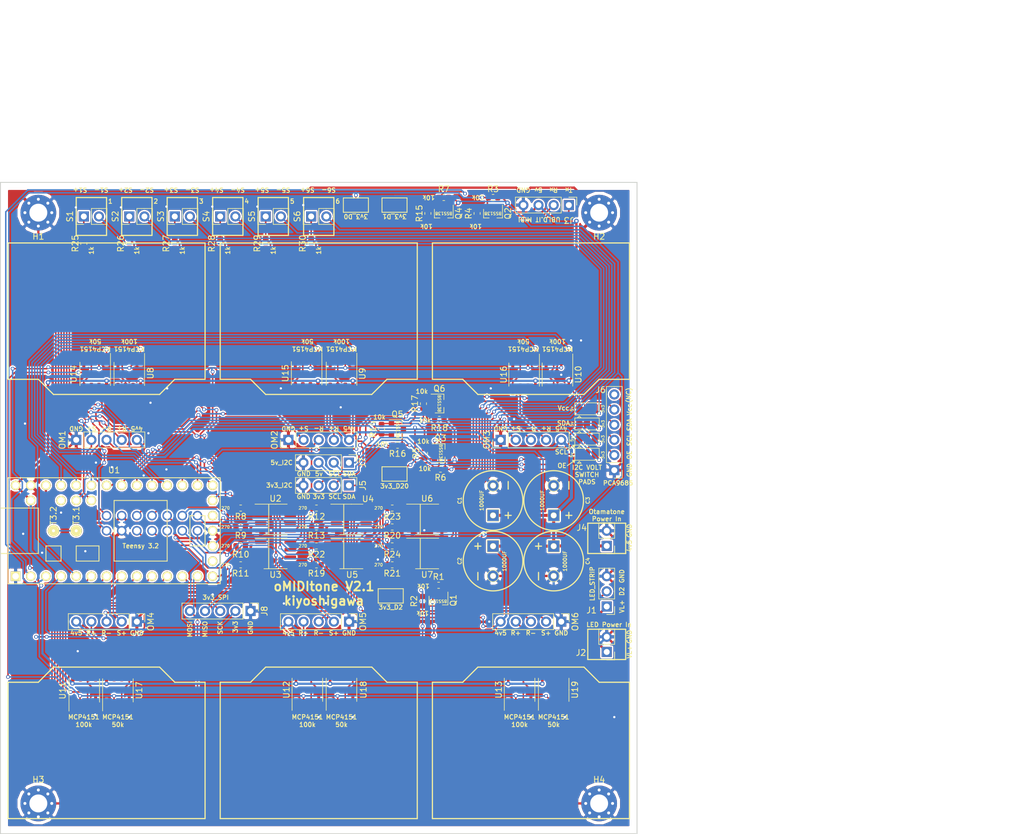
<source format=kicad_pcb>
(kicad_pcb (version 20171130) (host pcbnew "(5.0.1)-3")
  (layers (0 F.Cu signal) (31 B.Cu signal) (34 B.Paste user) (35 F.Paste user) (36 B.SilkS user) (37 F.SilkS user) (38 B.Mask user) (39 F.Mask user) (44 Edge.Cuts user))
  (net 0 "")
  (net 1 GND)
  (net 2 OE)
  (net 3 SCL)
  (net 4 SDA)
  (net 5 +3V3)
  (net 6 +VDC)
  (net 7 D00)
  (net 8 D01)
  (net 9 +5V)
  (net 10 VLED)
  (net 11 D02)
  (net 12 A10)
  (net 13 A11)
  (net 14 A12)
  (net 15 A13)
  (net 16 A14)
  (net 17 A0)
  (net 18 SCK)
  (net 19 D15)
  (net 20 D16)
  (net 21 D17)
  (net 22 D21)
  (net 23 D22)
  (net 24 D23)
  (net 25 MOSI)
  (net 26 D10)
  (net 27 D09)
  (net 28 D08)
  (net 29 D07)
  (net 30 D06)
  (net 31 D05)
  (net 32 D04)
  (net 33 D03)
  (net 34 D24)
  (net 35 D25)
  (net 36 D26)
  (net 37 D27)
  (net 38 D28)
  (net 39 D29)
  (net 40 D30)
  (net 41 D31)
  (net 42 D32)
  (net 43 D33)
  (net 44 "Net-(U1-Pad52)")
  (net 45 "Net-(U11-Pad5)")
  (net 46 "Net-(U12-Pad5)")
  (net 47 "Net-(U13-Pad5)")
  (net 48 "Net-(U14-Pad5)")
  (net 49 "Net-(U15-Pad5)")
  (net 50 "Net-(U10-Pad6)")
  (net 51 "Net-(U10-Pad5)")
  (net 52 "Net-(S1-Pad2)")
  (net 53 "Net-(S2-Pad2)")
  (net 54 "Net-(S3-Pad2)")
  (net 55 "Net-(S4-Pad2)")
  (net 56 "Net-(S5-Pad2)")
  (net 57 "Net-(S6-Pad2)")
  (net 58 5v_D01)
  (net 59 5v_D00)
  (net 60 5v_D02)
  (net 61 5v_SDA)
  (net 62 5v_OE)
  (net 63 5v_SCL)
  (net 64 "Net-(J6-Pad2)")
  (net 65 "Net-(J6-Pad3)")
  (net 66 "Net-(J6-Pad4)")
  (net 67 "Net-(J6-Pad5)")
  (net 68 "Net-(OM1-Pad4)")
  (net 69 "Net-(OM1-Pad3)")
  (net 70 "Net-(OM2-Pad4)")
  (net 71 "Net-(OM2-Pad3)")
  (net 72 "Net-(OM3-Pad3)")
  (net 73 "Net-(OM3-Pad4)")
  (net 74 "Net-(OM4-Pad4)")
  (net 75 "Net-(OM4-Pad3)")
  (net 76 "Net-(OM5-Pad3)")
  (net 77 "Net-(OM5-Pad4)")
  (net 78 "Net-(OM6-Pad3)")
  (net 79 "Net-(OM6-Pad4)")
  (net 80 "Net-(R8-Pad1)")
  (net 81 "Net-(R9-Pad1)")
  (net 82 "Net-(R10-Pad1)")
  (net 83 "Net-(R11-Pad1)")
  (net 84 "Net-(R12-Pad1)")
  (net 85 "Net-(R13-Pad1)")
  (net 86 "Net-(R19-Pad1)")
  (net 87 "Net-(R20-Pad1)")
  (net 88 "Net-(R21-Pad1)")
  (net 89 "Net-(R22-Pad1)")
  (net 90 "Net-(R23-Pad1)")
  (net 91 "Net-(R24-Pad1)")
  (net 92 "Net-(U2-Pad8)")
  (net 93 "Net-(U2-Pad6)")
  (net 94 "Net-(U11-Pad6)")
  (net 95 "Net-(U12-Pad6)")
  (net 96 "Net-(U13-Pad6)")
  (net 97 MISO)
  (net 98 "Net-(U1-Pad35)")
  (net 99 "Net-(U1-Pad15)")
  (net 100 "Net-(U1-Pad18)")
  (net 101 "Net-(U9-Pad7)")
  (net 102 "Net-(U18-Pad7)")
  (net 103 "Net-(U17-Pad7)")
  (net 104 "Net-(U16-Pad7)")
  (net 105 "Net-(U15-Pad7)")
  (net 106 "Net-(U14-Pad7)")
  (net 107 "Net-(U13-Pad7)")
  (net 108 "Net-(U12-Pad7)")
  (net 109 "Net-(U10-Pad7)")
  (net 110 "Net-(U8-Pad7)")
  (net 111 "Net-(U19-Pad7)")
  (net 112 "Net-(U11-Pad7)")
  (net 113 "Net-(J6-Pad6)")
  (module Jumper:SolderJumper-3_P1.3mm_Bridged12_Pad1.0x1.5mm (layer F.Cu) (at 135.128 91.313)
    (fp_text reference JP4 hide)
    (fp_text value SRVO_SCL)
    (fp_poly (pts (xy -0.9 -0.3) (xy -0.4 -0.3) (xy -0.4 0.3) (xy -0.9 0.3)) (layer F.Cu) (width 0))
    (pad 2 smd rect (at 0 0) (size 1 1.5) (layers F.Cu F.Mask) (net 65 "Net-(J6-Pad3)"))
    (pad 3 smd rect (at 1.3 0) (size 1 1.5) (layers F.Cu F.Mask) (net 3 SCL))
    (pad 1 smd rect (at -1.3 0) (size 1 1.5) (layers F.Cu F.Mask) (net 63 5v_SCL))
  )
  (module Jumper:SolderJumper-3_P1.3mm_Bridged12_Pad1.0x1.5mm (layer F.Cu) (at 135.128 93.853)
    (fp_text reference JP3 hide)
    (fp_text value SRVO_OE)
    (fp_poly (pts (xy -0.9 -0.3) (xy -0.4 -0.3) (xy -0.4 0.3) (xy -0.9 0.3)) (layer F.Cu) (width 0))
    (pad 2 smd rect (at 0 0) (size 1 1.5) (layers F.Cu F.Mask) (net 64 "Net-(J6-Pad2)"))
    (pad 3 smd rect (at 1.3 0) (size 1 1.5) (layers F.Cu F.Mask) (net 2 OE))
    (pad 1 smd rect (at -1.3 0) (size 1 1.5) (layers F.Cu F.Mask) (net 62 5v_OE))
  )
  (module Jumper:SolderJumper-3_P1.3mm_Bridged12_Pad1.0x1.5mm (layer F.Cu) (at 135.128 86.233)
    (fp_text reference JP2 hide)
    (fp_text value SRVO_VOLT)
    (fp_poly (pts (xy -0.9 -0.3) (xy -0.4 -0.3) (xy -0.4 0.3) (xy -0.9 0.3)) (layer F.Cu) (width 0))
    (pad 2 smd rect (at 0 0) (size 1 1.5) (layers F.Cu F.Mask) (net 67 "Net-(J6-Pad5)"))
    (pad 3 smd rect (at 1.3 0) (size 1 1.5) (layers F.Cu F.Mask) (net 5 +3V3))
    (pad 1 smd rect (at -1.3 0) (size 1 1.5) (layers F.Cu F.Mask) (net 9 +5V))
  )
  (module Jumper:SolderJumper-3_P1.3mm_Bridged12_Pad1.0x1.5mm (layer F.Cu) (at 135.128 88.773)
    (fp_text reference JP1 hide)
    (fp_text value SRVO_SDA)
    (fp_poly (pts (xy -0.9 -0.3) (xy -0.4 -0.3) (xy -0.4 0.3) (xy -0.9 0.3)) (layer F.Cu) (width 0))
    (pad 2 smd rect (at 0 0) (size 1 1.5) (layers F.Cu F.Mask) (net 66 "Net-(J6-Pad4)"))
    (pad 3 smd rect (at 1.3 0) (size 1 1.5) (layers F.Cu F.Mask) (net 4 SDA))
    (pad 1 smd rect (at -1.3 0) (size 1 1.5) (layers F.Cu F.Mask) (net 61 5v_SDA))
  )
  (module MountingHole:MountingHole_3mm_Pad_Via (layer F.Cu) (at 137.16 152.4)
    (fp_text reference H4 (at 0 -4) (layer F.SilkS))
    (fp_text value MountingHole_Pad)
    (pad 1 thru_hole circle (at 1.59099 -1.59099) (size 0.8 0.8) (drill 0.5) (layers *.Cu *.Mask) (net 1 GND))
    (pad 1 thru_hole circle (at 0 -2.25) (size 0.8 0.8) (drill 0.5) (layers *.Cu *.Mask) (net 1 GND))
    (pad 1 thru_hole circle (at -1.59099 -1.59099) (size 0.8 0.8) (drill 0.5) (layers *.Cu *.Mask) (net 1 GND))
    (pad 1 thru_hole circle (at -2.25 0) (size 0.8 0.8) (drill 0.5) (layers *.Cu *.Mask) (net 1 GND))
    (pad 1 thru_hole circle (at -1.59099 1.59099) (size 0.8 0.8) (drill 0.5) (layers *.Cu *.Mask) (net 1 GND))
    (pad 1 thru_hole circle (at 0 2.25) (size 0.8 0.8) (drill 0.5) (layers *.Cu *.Mask) (net 1 GND))
    (pad 1 thru_hole circle (at 1.59099 1.59099) (size 0.8 0.8) (drill 0.5) (layers *.Cu *.Mask) (net 1 GND))
    (pad 1 thru_hole circle (at 2.25 0) (size 0.8 0.8) (drill 0.5) (layers *.Cu *.Mask) (net 1 GND))
    (pad 1 thru_hole circle (at 0 0) (size 6 6) (drill 3) (layers *.Cu *.Mask) (net 1 GND))
  )
  (module MountingHole:MountingHole_3mm_Pad_Via (layer F.Cu) (at 43.18 152.4)
    (fp_text reference H3 (at 0 -4) (layer F.SilkS))
    (fp_text value MountingHole_Pad)
    (pad 1 thru_hole circle (at 1.59099 -1.59099) (size 0.8 0.8) (drill 0.5) (layers *.Cu *.Mask) (net 1 GND))
    (pad 1 thru_hole circle (at 0 -2.25) (size 0.8 0.8) (drill 0.5) (layers *.Cu *.Mask) (net 1 GND))
    (pad 1 thru_hole circle (at -1.59099 -1.59099) (size 0.8 0.8) (drill 0.5) (layers *.Cu *.Mask) (net 1 GND))
    (pad 1 thru_hole circle (at -2.25 0) (size 0.8 0.8) (drill 0.5) (layers *.Cu *.Mask) (net 1 GND))
    (pad 1 thru_hole circle (at -1.59099 1.59099) (size 0.8 0.8) (drill 0.5) (layers *.Cu *.Mask) (net 1 GND))
    (pad 1 thru_hole circle (at 0 2.25) (size 0.8 0.8) (drill 0.5) (layers *.Cu *.Mask) (net 1 GND))
    (pad 1 thru_hole circle (at 1.59099 1.59099) (size 0.8 0.8) (drill 0.5) (layers *.Cu *.Mask) (net 1 GND))
    (pad 1 thru_hole circle (at 2.25 0) (size 0.8 0.8) (drill 0.5) (layers *.Cu *.Mask) (net 1 GND))
    (pad 1 thru_hole circle (at 0 0) (size 6 6) (drill 3) (layers *.Cu *.Mask) (net 1 GND))
  )
  (module MountingHole:MountingHole_3mm_Pad_Via (layer F.Cu) (at 137.16 53.34 180)
    (fp_text reference H2 (at 0 -4) (layer F.SilkS))
    (fp_text value MountingHole_Pad)
    (pad 1 thru_hole circle (at 1.59099 -1.59099 180) (size 0.8 0.8) (drill 0.5) (layers *.Cu *.Mask) (net 1 GND))
    (pad 1 thru_hole circle (at 0 -2.25 180) (size 0.8 0.8) (drill 0.5) (layers *.Cu *.Mask) (net 1 GND))
    (pad 1 thru_hole circle (at -1.59099 -1.59099 180) (size 0.8 0.8) (drill 0.5) (layers *.Cu *.Mask) (net 1 GND))
    (pad 1 thru_hole circle (at -2.25 0 180) (size 0.8 0.8) (drill 0.5) (layers *.Cu *.Mask) (net 1 GND))
    (pad 1 thru_hole circle (at -1.59099 1.59099 180) (size 0.8 0.8) (drill 0.5) (layers *.Cu *.Mask) (net 1 GND))
    (pad 1 thru_hole circle (at 0 2.25 180) (size 0.8 0.8) (drill 0.5) (layers *.Cu *.Mask) (net 1 GND))
    (pad 1 thru_hole circle (at 1.59099 1.59099 180) (size 0.8 0.8) (drill 0.5) (layers *.Cu *.Mask) (net 1 GND))
    (pad 1 thru_hole circle (at 2.25 0 180) (size 0.8 0.8) (drill 0.5) (layers *.Cu *.Mask) (net 1 GND))
    (pad 1 thru_hole circle (at 0 0 180) (size 6 6) (drill 3) (layers *.Cu *.Mask) (net 1 GND))
  )
  (module MountingHole:MountingHole_3mm_Pad_Via (layer F.Cu) (at 43.18 53.34 180)
    (fp_text reference H1 (at 0 -4) (layer F.SilkS))
    (fp_text value MountingHole_Pad)
    (pad 1 thru_hole circle (at 1.59099 -1.59099 180) (size 0.8 0.8) (drill 0.5) (layers *.Cu *.Mask) (net 1 GND))
    (pad 1 thru_hole circle (at 0 -2.25 180) (size 0.8 0.8) (drill 0.5) (layers *.Cu *.Mask) (net 1 GND))
    (pad 1 thru_hole circle (at -1.59099 -1.59099 180) (size 0.8 0.8) (drill 0.5) (layers *.Cu *.Mask) (net 1 GND))
    (pad 1 thru_hole circle (at -2.25 0 180) (size 0.8 0.8) (drill 0.5) (layers *.Cu *.Mask) (net 1 GND))
    (pad 1 thru_hole circle (at -1.59099 1.59099 180) (size 0.8 0.8) (drill 0.5) (layers *.Cu *.Mask) (net 1 GND))
    (pad 1 thru_hole circle (at 0 2.25 180) (size 0.8 0.8) (drill 0.5) (layers *.Cu *.Mask) (net 1 GND))
    (pad 1 thru_hole circle (at 1.59099 1.59099 180) (size 0.8 0.8) (drill 0.5) (layers *.Cu *.Mask) (net 1 GND))
    (pad 1 thru_hole circle (at 2.25 0 180) (size 0.8 0.8) (drill 0.5) (layers *.Cu *.Mask) (net 1 GND))
    (pad 1 thru_hole circle (at 0 0 180) (size 6 6) (drill 3) (layers *.Cu *.Mask) (net 1 GND))
  )
  (module Connector_PinHeader_2.54mm:PinHeader_1x05_P2.54mm_Vertical (layer F.Cu) (at 78.74 120.142 270)
    (fp_text reference J8 (at 0 -2.33 90) (layer F.SilkS))
    (fp_text value SPI_Out)
    (pad 5 thru_hole oval (at 0 10.16 270) (size 1.7 1.7) (drill 1) (layers *.Cu *.Mask) (net 25 MOSI))
    (pad 4 thru_hole oval (at 0 7.62 270) (size 1.7 1.7) (drill 1) (layers *.Cu *.Mask) (net 97 MISO))
    (pad 3 thru_hole oval (at 0 5.08 270) (size 1.7 1.7) (drill 1) (layers *.Cu *.Mask) (net 18 SCK))
    (pad 2 thru_hole oval (at 0 2.54 270) (size 1.7 1.7) (drill 1) (layers *.Cu *.Mask) (net 5 +3V3))
    (pad 1 thru_hole rect (at 0 0 270) (size 1.7 1.7) (drill 1) (layers *.Cu *.Mask) (net 1 GND))
  )
  (module teensy:Teensy30_31_32_LC (layer F.Cu) (at 55.88 106.68)
    (fp_text reference U1 (at 0 -10.16) (layer F.SilkS))
    (fp_text value Teensy3.2)
    (fp_text user T3.1 (at -6.35 -2.54 90) (layer F.SilkS))
    (fp_text user T3.2 (at -10.16 -2.54 90) (layer F.SilkS))
    (pad 52 thru_hole circle (at -10.16 0) (size 1.9 1.9) (drill 0.5) (layers *.Cu *.Mask F.SilkS) (net 44 "Net-(U1-Pad52)"))
    (pad 52 thru_hole circle (at -6.35 0) (size 1.9 1.9) (drill 0.5) (layers *.Cu *.Mask F.SilkS) (net 44 "Net-(U1-Pad52)"))
    (pad 51 thru_hole circle (at -1.27 -2.54) (size 1.6 1.6) (drill 1.1) (layers *.Cu *.Mask) (net 15 A13))
    (pad 50 thru_hole circle (at 1.27 -2.54) (size 1.6 1.6) (drill 1.1) (layers *.Cu *.Mask) (net 5 +3V3))
    (pad 49 thru_hole circle (at 3.81 -2.54) (size 1.6 1.6) (drill 1.1) (layers *.Cu *.Mask) (net 43 D33))
    (pad 48 thru_hole circle (at 6.35 -2.54) (size 1.6 1.6) (drill 1.1) (layers *.Cu *.Mask) (net 42 D32))
    (pad 47 thru_hole circle (at 8.89 -2.54) (size 1.6 1.6) (drill 1.1) (layers *.Cu *.Mask) (net 41 D31))
    (pad 46 thru_hole circle (at 11.43 -2.54) (size 1.6 1.6) (drill 1.1) (layers *.Cu *.Mask) (net 40 D30))
    (pad 45 thru_hole circle (at 13.97 -2.54) (size 1.6 1.6) (drill 1.1) (layers *.Cu *.Mask) (net 39 D29))
    (pad 44 thru_hole circle (at 13.97 0) (size 1.6 1.6) (drill 1.1) (layers *.Cu *.Mask) (net 38 D28))
    (pad 43 thru_hole circle (at 11.43 0) (size 1.6 1.6) (drill 1.1) (layers *.Cu *.Mask) (net 37 D27))
    (pad 42 thru_hole circle (at 8.89 0) (size 1.6 1.6) (drill 1.1) (layers *.Cu *.Mask) (net 36 D26))
    (pad 41 thru_hole circle (at 6.35 0) (size 1.6 1.6) (drill 1.1) (layers *.Cu *.Mask) (net 35 D25))
    (pad 40 thru_hole circle (at 3.81 0) (size 1.6 1.6) (drill 1.1) (layers *.Cu *.Mask) (net 34 D24))
    (pad 39 thru_hole circle (at 1.27 0) (size 1.6 1.6) (drill 1.1) (layers *.Cu *.Mask) (net 1 GND))
    (pad 38 thru_hole circle (at -1.27 0) (size 1.6 1.6) (drill 1.1) (layers *.Cu *.Mask) (net 14 A12))
    (pad 1 thru_hole rect (at -16.51 7.62) (size 1.6 1.6) (drill 1.1) (layers *.Cu *.Mask F.SilkS) (net 1 GND))
    (pad 2 thru_hole circle (at -13.97 7.62) (size 1.6 1.6) (drill 1.1) (layers *.Cu *.Mask F.SilkS) (net 7 D00))
    (pad 3 thru_hole circle (at -11.43 7.62) (size 1.6 1.6) (drill 1.1) (layers *.Cu *.Mask F.SilkS) (net 8 D01))
    (pad 4 thru_hole circle (at -8.89 7.62) (size 1.6 1.6) (drill 1.1) (layers *.Cu *.Mask F.SilkS) (net 11 D02))
    (pad 5 thru_hole circle (at -6.35 7.62) (size 1.6 1.6) (drill 1.1) (layers *.Cu *.Mask F.SilkS) (net 33 D03))
    (pad 6 thru_hole circle (at -3.81 7.62) (size 1.6 1.6) (drill 1.1) (layers *.Cu *.Mask F.SilkS) (net 32 D04))
    (pad 7 thru_hole circle (at -1.27 7.62) (size 1.6 1.6) (drill 1.1) (layers *.Cu *.Mask F.SilkS) (net 31 D05))
    (pad 8 thru_hole circle (at 1.27 7.62) (size 1.6 1.6) (drill 1.1) (layers *.Cu *.Mask F.SilkS) (net 30 D06))
    (pad 9 thru_hole circle (at 3.81 7.62) (size 1.6 1.6) (drill 1.1) (layers *.Cu *.Mask F.SilkS) (net 29 D07))
    (pad 10 thru_hole circle (at 6.35 7.62) (size 1.6 1.6) (drill 1.1) (layers *.Cu *.Mask F.SilkS) (net 28 D08))
    (pad 11 thru_hole circle (at 8.89 7.62) (size 1.6 1.6) (drill 1.1) (layers *.Cu *.Mask F.SilkS) (net 27 D09))
    (pad 12 thru_hole circle (at 11.43 7.62) (size 1.6 1.6) (drill 1.1) (layers *.Cu *.Mask F.SilkS) (net 26 D10))
    (pad 13 thru_hole circle (at 13.97 7.62) (size 1.6 1.6) (drill 1.1) (layers *.Cu *.Mask F.SilkS) (net 25 MOSI))
    (pad 37 thru_hole circle (at -3.81 -5.08) (size 1.6 1.6) (drill 1.1) (layers *.Cu *.Mask F.SilkS) (net 13 A11))
    (pad 36 thru_hole circle (at -6.35 -5.08) (size 1.6 1.6) (drill 1.1) (layers *.Cu *.Mask F.SilkS) (net 12 A10))
    (pad 35 thru_hole circle (at -8.89 -5.08) (size 1.6 1.6) (drill 1.1) (layers *.Cu *.Mask F.SilkS) (net 98 "Net-(U1-Pad35)"))
    (pad 34 thru_hole circle (at -13.97 -5.08) (size 1.6 1.6) (drill 1.1) (layers *.Cu *.Mask F.SilkS) (net 9 +5V))
    (pad 33 thru_hole circle (at -16.51 -7.62) (size 1.6 1.6) (drill 1.1) (layers *.Cu *.Mask F.SilkS) (net 9 +5V))
    (pad 32 thru_hole circle (at -13.97 -7.62) (size 1.6 1.6) (drill 1.1) (layers *.Cu *.Mask F.SilkS) (net 1 GND))
    (pad 31 thru_hole circle (at -11.43 -7.62) (size 1.6 1.6) (drill 1.1) (layers *.Cu *.Mask F.SilkS) (net 5 +3V3))
    (pad 30 thru_hole circle (at -8.89 -7.62) (size 1.6 1.6) (drill 1.1) (layers *.Cu *.Mask F.SilkS) (net 24 D23))
    (pad 29 thru_hole circle (at -6.35 -7.62) (size 1.6 1.6) (drill 1.1) (layers *.Cu *.Mask F.SilkS) (net 23 D22))
    (pad 28 thru_hole circle (at -3.81 -7.62) (size 1.6 1.6) (drill 1.1) (layers *.Cu *.Mask F.SilkS) (net 22 D21))
    (pad 27 thru_hole circle (at -1.27 -7.62) (size 1.6 1.6) (drill 1.1) (layers *.Cu *.Mask F.SilkS) (net 2 OE))
    (pad 26 thru_hole circle (at 1.27 -7.62) (size 1.6 1.6) (drill 1.1) (layers *.Cu *.Mask F.SilkS) (net 3 SCL))
    (pad 25 thru_hole circle (at 3.81 -7.62) (size 1.6 1.6) (drill 1.1) (layers *.Cu *.Mask F.SilkS) (net 4 SDA))
    (pad 24 thru_hole circle (at 6.35 -7.62) (size 1.6 1.6) (drill 1.1) (layers *.Cu *.Mask F.SilkS) (net 21 D17))
    (pad 23 thru_hole circle (at 8.89 -7.62) (size 1.6 1.6) (drill 1.1) (layers *.Cu *.Mask F.SilkS) (net 20 D16))
    (pad 22 thru_hole circle (at 11.43 -7.62) (size 1.6 1.6) (drill 1.1) (layers *.Cu *.Mask F.SilkS) (net 19 D15))
    (pad 21 thru_hole circle (at 13.97 -7.62) (size 1.6 1.6) (drill 1.1) (layers *.Cu *.Mask F.SilkS) (net 17 A0))
    (pad 14 thru_hole circle (at 16.51 7.62) (size 1.6 1.6) (drill 1.1) (layers *.Cu *.Mask F.SilkS) (net 97 MISO))
    (pad 15 thru_hole circle (at 16.51 5.08) (size 1.6 1.6) (drill 1.1) (layers *.Cu *.Mask F.SilkS) (net 99 "Net-(U1-Pad15)"))
    (pad 16 thru_hole circle (at 16.51 2.54) (size 1.6 1.6) (drill 1.1) (layers *.Cu *.Mask F.SilkS) (net 5 +3V3))
    (pad 20 thru_hole circle (at 16.51 -7.62) (size 1.6 1.6) (drill 1.1) (layers *.Cu *.Mask F.SilkS) (net 18 SCK))
    (pad 19 thru_hole circle (at 16.51 -5.08) (size 1.6 1.6) (drill 1.1) (layers *.Cu *.Mask F.SilkS) (net 16 A14))
    (pad 18 thru_hole circle (at 16.51 -2.54) (size 1.6 1.6) (drill 1.1) (layers *.Cu *.Mask F.SilkS) (net 100 "Net-(U1-Pad18)"))
    (pad 17 thru_hole circle (at 16.51 0) (size 1.6 1.6) (drill 1.1) (layers *.Cu *.Mask F.SilkS) (net 1 GND))
  )
  (module Capacitors:CPOL-RADIAL-5MM-10MM-KIT (layer F.Cu) (at 119.38 101.6 270)
    (fp_text reference C1 (at 0 5.588 270) (layer F.SilkS) (effects (font (size 0.6096 0.6096) (thickness 0.127))))
    (fp_text value 1000UF (at 0 1.905 270) (layer F.SilkS) (effects (font (size 0.6096 0.6096) (thickness 0.127))))
    (pad - thru_hole circle (at -2.49936 0 270) (size 1.9304 1.9304) (drill 0.89916) (layers *.Cu *.Mask) (net 1 GND))
    (pad + thru_hole rect (at 2.49936 0 270) (size 1.9304 1.9304) (drill 0.89916) (layers *.Cu *.Mask) (net 6 +VDC))
  )
  (module Capacitors:CPOL-RADIAL-5MM-10MM-KIT (layer F.Cu) (at 119.38 111.76 90)
    (fp_text reference C2 (at 0 -5.588 90) (layer F.SilkS) (effects (font (size 0.6096 0.6096) (thickness 0.127))))
    (fp_text value 1000UF (at 0 1.905 90) (layer F.SilkS) (effects (font (size 0.6096 0.6096) (thickness 0.127))))
    (pad - thru_hole circle (at -2.49936 0 90) (size 1.9304 1.9304) (drill 0.89916) (layers *.Cu *.Mask) (net 1 GND))
    (pad + thru_hole rect (at 2.49936 0 90) (size 1.9304 1.9304) (drill 0.89916) (layers *.Cu *.Mask) (net 6 +VDC))
  )
  (module Capacitors:CPOL-RADIAL-5MM-10MM-KIT (layer F.Cu) (at 129.54 101.6 270)
    (fp_text reference C3 (at 0 -5.715 270) (layer F.SilkS) (effects (font (size 0.6096 0.6096) (thickness 0.127))))
    (fp_text value 1000UF (at 0 1.905 270) (layer F.SilkS) (effects (font (size 0.6096 0.6096) (thickness 0.127))))
    (pad - thru_hole circle (at -2.49936 0 270) (size 1.9304 1.9304) (drill 0.89916) (layers *.Cu *.Mask) (net 1 GND))
    (pad + thru_hole rect (at 2.49936 0 270) (size 1.9304 1.9304) (drill 0.89916) (layers *.Cu *.Mask) (net 6 +VDC))
  )
  (module Capacitors:CPOL-RADIAL-5MM-10MM-KIT (layer F.Cu) (at 129.54 111.76 90)
    (fp_text reference C4 (at 0 5.715 90) (layer F.SilkS) (effects (font (size 0.6096 0.6096) (thickness 0.127))))
    (fp_text value 1000UF (at 0 1.905 90) (layer F.SilkS) (effects (font (size 0.6096 0.6096) (thickness 0.127))))
    (pad - thru_hole circle (at -2.49936 0 90) (size 1.9304 1.9304) (drill 0.89916) (layers *.Cu *.Mask) (net 1 GND))
    (pad + thru_hole rect (at 2.49936 0 90) (size 1.9304 1.9304) (drill 0.89916) (layers *.Cu *.Mask) (net 6 +VDC))
  )
  (module Package_TO_SOT_SMD:SOT-23 (layer F.Cu) (at 110.236 118.348 270)
    (fp_text reference Q1 (at 0 -2.5 270) (layer F.SilkS))
    (fp_text value BSS138)
    (pad 3 smd rect (at 1 0 270) (size 0.9 0.8) (layers F.Cu F.Paste F.Mask) (net 60 5v_D02))
    (pad 2 smd rect (at -1 0.95 270) (size 0.9 0.8) (layers F.Cu F.Paste F.Mask) (net 11 D02))
    (pad 1 smd rect (at -1 -0.95 270) (size 0.9 0.8) (layers F.Cu F.Paste F.Mask) (net 5 +3V3))
  )
  (module Package_TO_SOT_SMD:SOT-23 (layer F.Cu) (at 119.38 53.467 270)
    (fp_text reference Q2 (at 0 -2.5 270) (layer F.SilkS))
    (fp_text value BSS138)
    (pad 3 smd rect (at 1 0 270) (size 0.9 0.8) (layers F.Cu F.Paste F.Mask) (net 59 5v_D00))
    (pad 2 smd rect (at -1 0.95 270) (size 0.9 0.8) (layers F.Cu F.Paste F.Mask) (net 7 D00))
    (pad 1 smd rect (at -1 -0.95 270) (size 0.9 0.8) (layers F.Cu F.Paste F.Mask) (net 5 +3V3))
  )
  (module Package_TO_SOT_SMD:SOT-23 (layer F.Cu) (at 110.568149 93.666529)
    (fp_text reference Q3 (at 0 -2.5) (layer F.SilkS))
    (fp_text value BSS138)
    (pad 3 smd rect (at 1 0) (size 0.9 0.8) (layers F.Cu F.Paste F.Mask) (net 62 5v_OE))
    (pad 2 smd rect (at -1 0.95) (size 0.9 0.8) (layers F.Cu F.Paste F.Mask) (net 2 OE))
    (pad 1 smd rect (at -1 -0.95) (size 0.9 0.8) (layers F.Cu F.Paste F.Mask) (net 5 +3V3))
  )
  (module Package_TO_SOT_SMD:SOT-23 (layer F.Cu) (at 111.125 53.467 270)
    (fp_text reference Q4 (at 0 -2.5 270) (layer F.SilkS))
    (fp_text value BSS138)
    (pad 3 smd rect (at 1 0 270) (size 0.9 0.8) (layers F.Cu F.Paste F.Mask) (net 58 5v_D01))
    (pad 2 smd rect (at -1 0.95 270) (size 0.9 0.8) (layers F.Cu F.Paste F.Mask) (net 8 D01))
    (pad 1 smd rect (at -1 -0.95 270) (size 0.9 0.8) (layers F.Cu F.Paste F.Mask) (net 5 +3V3))
  )
  (module Package_TO_SOT_SMD:SOT-23 (layer F.Cu) (at 103.358073 89.641105)
    (fp_text reference Q5 (at 0 -2.5) (layer F.SilkS))
    (fp_text value BSS138)
    (pad 3 smd rect (at 1 0) (size 0.9 0.8) (layers F.Cu F.Paste F.Mask) (net 63 5v_SCL))
    (pad 2 smd rect (at -1 0.95) (size 0.9 0.8) (layers F.Cu F.Paste F.Mask) (net 3 SCL))
    (pad 1 smd rect (at -1 -0.95) (size 0.9 0.8) (layers F.Cu F.Paste F.Mask) (net 5 +3V3))
  )
  (module Package_TO_SOT_SMD:SOT-23 (layer F.Cu) (at 110.380993 85.342716)
    (fp_text reference Q6 (at 0 -2.5) (layer F.SilkS))
    (fp_text value BSS138)
    (pad 3 smd rect (at 1 0) (size 0.9 0.8) (layers F.Cu F.Paste F.Mask) (net 61 5v_SDA))
    (pad 2 smd rect (at -1 0.95) (size 0.9 0.8) (layers F.Cu F.Paste F.Mask) (net 4 SDA))
    (pad 1 smd rect (at -1 -0.95) (size 0.9 0.8) (layers F.Cu F.Paste F.Mask) (net 5 +3V3))
  )
  (module Resistor_SMD:R_0603_1608Metric (layer F.Cu) (at 111.125 50.8)
    (fp_text reference R7 (at 0 -1.43) (layer F.SilkS))
    (fp_text value 10k)
    (pad 2 smd roundrect (at 0.7875 0) (size 0.875 0.95) (layers F.Cu F.Paste F.Mask) (net 5 +3V3))
    (pad 1 smd roundrect (at -0.7875 0) (size 0.875 0.95) (layers F.Cu F.Paste F.Mask) (net 8 D01))
  )
  (module Resistor_SMD:R_0603_1608Metric (layer F.Cu) (at 77.089 102.87 180)
    (fp_text reference R8 (at 0 -1.43 180) (layer F.SilkS))
    (fp_text value 270R)
    (pad 2 smd roundrect (at 0.7875 0 180) (size 0.875 0.95) (layers F.Cu F.Paste F.Mask) (net 19 D15))
    (pad 1 smd roundrect (at -0.7875 0 180) (size 0.875 0.95) (layers F.Cu F.Paste F.Mask) (net 80 "Net-(R8-Pad1)"))
  )
  (module Resistor_SMD:R_0603_1608Metric (layer F.Cu) (at 77.089 106.045 180)
    (fp_text reference R9 (at 0 -1.43 180) (layer F.SilkS))
    (fp_text value 270R)
    (pad 2 smd roundrect (at 0.7875 0 180) (size 0.875 0.95) (layers F.Cu F.Paste F.Mask) (net 43 D33))
    (pad 1 smd roundrect (at -0.7875 0 180) (size 0.875 0.95) (layers F.Cu F.Paste F.Mask) (net 81 "Net-(R9-Pad1)"))
  )
  (module Resistor_SMD:R_0603_1608Metric (layer F.Cu) (at 77.089 109.22 180)
    (fp_text reference R10 (at 0 -1.43 180) (layer F.SilkS))
    (fp_text value 270R)
    (pad 2 smd roundrect (at 0.7875 0 180) (size 0.875 0.95) (layers F.Cu F.Paste F.Mask) (net 34 D24))
    (pad 1 smd roundrect (at -0.7875 0 180) (size 0.875 0.95) (layers F.Cu F.Paste F.Mask) (net 82 "Net-(R10-Pad1)"))
  )
  (module Resistor_SMD:R_0603_1608Metric (layer F.Cu) (at 77.089 112.395 180)
    (fp_text reference R11 (at 0 -1.43 180) (layer F.SilkS))
    (fp_text value 270R)
    (pad 2 smd roundrect (at 0.7875 0 180) (size 0.875 0.95) (layers F.Cu F.Paste F.Mask) (net 26 D10))
    (pad 1 smd roundrect (at -0.7875 0 180) (size 0.875 0.95) (layers F.Cu F.Paste F.Mask) (net 83 "Net-(R11-Pad1)"))
  )
  (module Resistor_SMD:R_0603_1608Metric (layer F.Cu) (at 89.789 102.87 180)
    (fp_text reference R12 (at 0 -1.43 180) (layer F.SilkS))
    (fp_text value 270R)
    (pad 2 smd roundrect (at 0.7875 0 180) (size 0.875 0.95) (layers F.Cu F.Paste F.Mask) (net 42 D32))
    (pad 1 smd roundrect (at -0.7875 0 180) (size 0.875 0.95) (layers F.Cu F.Paste F.Mask) (net 84 "Net-(R12-Pad1)"))
  )
  (module Resistor_SMD:R_0603_1608Metric (layer F.Cu) (at 89.789 106.045 180)
    (fp_text reference R13 (at 0 -1.43 180) (layer F.SilkS))
    (fp_text value 270R)
    (pad 2 smd roundrect (at 0.7875 0 180) (size 0.875 0.95) (layers F.Cu F.Paste F.Mask) (net 41 D31))
    (pad 1 smd roundrect (at -0.7875 0 180) (size 0.875 0.95) (layers F.Cu F.Paste F.Mask) (net 85 "Net-(R13-Pad1)"))
  )
  (module Resistor_SMD:R_0603_1608Metric (layer F.Cu) (at 100.691073 89.641105 90)
    (fp_text reference R14 (at 0 -1.43 90) (layer F.SilkS))
    (fp_text value 10k)
    (pad 2 smd roundrect (at 0.7875 0 90) (size 0.875 0.95) (layers F.Cu F.Paste F.Mask) (net 5 +3V3))
    (pad 1 smd roundrect (at -0.7875 0 90) (size 0.875 0.95) (layers F.Cu F.Paste F.Mask) (net 3 SCL))
  )
  (module Resistor_SMD:R_0603_1608Metric (layer F.Cu) (at 108.458 53.467 90)
    (fp_text reference R15 (at 0 -1.43 90) (layer F.SilkS))
    (fp_text value 10k)
    (pad 2 smd roundrect (at 0.7875 0 90) (size 0.875 0.95) (layers F.Cu F.Paste F.Mask) (net 9 +5V))
    (pad 1 smd roundrect (at -0.7875 0 90) (size 0.875 0.95) (layers F.Cu F.Paste F.Mask) (net 58 5v_D01))
  )
  (module Resistor_SMD:R_0603_1608Metric (layer F.Cu) (at 103.378968 92.329 180)
    (fp_text reference R16 (at 0 -1.43 180) (layer F.SilkS))
    (fp_text value 10k)
    (pad 2 smd roundrect (at 0.7875 0 180) (size 0.875 0.95) (layers F.Cu F.Paste F.Mask) (net 9 +5V))
    (pad 1 smd roundrect (at -0.7875 0 180) (size 0.875 0.95) (layers F.Cu F.Paste F.Mask) (net 63 5v_SCL))
  )
  (module Resistor_SMD:R_0603_1608Metric (layer F.Cu) (at 107.713993 85.368216 90)
    (fp_text reference R17 (at 0 -1.43 90) (layer F.SilkS))
    (fp_text value 10k)
    (pad 2 smd roundrect (at 0.7875 0 90) (size 0.875 0.95) (layers F.Cu F.Paste F.Mask) (net 5 +3V3))
    (pad 1 smd roundrect (at -0.7875 0 90) (size 0.875 0.95) (layers F.Cu F.Paste F.Mask) (net 4 SDA))
  )
  (module Resistor_SMD:R_0603_1608Metric (layer F.Cu) (at 110.380993 88.009716 180)
    (fp_text reference R18 (at 0 -1.43 180) (layer F.SilkS))
    (fp_text value 10k)
    (pad 2 smd roundrect (at 0.7875 0 180) (size 0.875 0.95) (layers F.Cu F.Paste F.Mask) (net 9 +5V))
    (pad 1 smd roundrect (at -0.7875 0 180) (size 0.875 0.95) (layers F.Cu F.Paste F.Mask) (net 61 5v_SDA))
  )
  (module Resistor_SMD:R_0603_1608Metric (layer F.Cu) (at 110.2615 115.824)
    (fp_text reference R1 (at 0 -1.43 180) (layer F.SilkS))
    (fp_text value 10k)
    (pad 2 smd roundrect (at 0.7875 0) (size 0.875 0.95) (layers F.Cu F.Paste F.Mask) (net 5 +3V3))
    (pad 1 smd roundrect (at -0.7875 0) (size 0.875 0.95) (layers F.Cu F.Paste F.Mask) (net 11 D02))
  )
  (module Resistor_SMD:R_0603_1608Metric (layer F.Cu) (at 107.569 118.491 90)
    (fp_text reference R2 (at 0 -1.43 90) (layer F.SilkS))
    (fp_text value 10k)
    (pad 2 smd roundrect (at 0.7875 0 90) (size 0.875 0.95) (layers F.Cu F.Paste F.Mask) (net 9 +5V))
    (pad 1 smd roundrect (at -0.7875 0 90) (size 0.875 0.95) (layers F.Cu F.Paste F.Mask) (net 60 5v_D02))
  )
  (module Resistor_SMD:R_0603_1608Metric (layer F.Cu) (at 119.38 50.8)
    (fp_text reference R3 (at 0 -1.43) (layer F.SilkS))
    (fp_text value 10k)
    (pad 2 smd roundrect (at 0.7875 0) (size 0.875 0.95) (layers F.Cu F.Paste F.Mask) (net 5 +3V3))
    (pad 1 smd roundrect (at -0.7875 0) (size 0.875 0.95) (layers F.Cu F.Paste F.Mask) (net 7 D00))
  )
  (module Resistor_SMD:R_0603_1608Metric (layer F.Cu) (at 116.713 53.467 90)
    (fp_text reference R4 (at 0 -1.43 90) (layer F.SilkS))
    (fp_text value 10k)
    (pad 2 smd roundrect (at 0.7875 0 90) (size 0.875 0.95) (layers F.Cu F.Paste F.Mask) (net 9 +5V))
    (pad 1 smd roundrect (at -0.7875 0 90) (size 0.875 0.95) (layers F.Cu F.Paste F.Mask) (net 59 5v_D00))
  )
  (module Resistor_SMD:R_0603_1608Metric (layer F.Cu) (at 107.901149 93.666529 90)
    (fp_text reference R5 (at 0 -1.43 90) (layer F.SilkS))
    (fp_text value 10k)
    (pad 2 smd roundrect (at 0.7875 0 90) (size 0.875 0.95) (layers F.Cu F.Paste F.Mask) (net 5 +3V3))
    (pad 1 smd roundrect (at -0.7875 0 90) (size 0.875 0.95) (layers F.Cu F.Paste F.Mask) (net 2 OE))
  )
  (module Resistor_SMD:R_0603_1608Metric (layer F.Cu) (at 110.568149 96.333529 180)
    (fp_text reference R6 (at 0 -1.43 180) (layer F.SilkS))
    (fp_text value 10k)
    (pad 2 smd roundrect (at 0.7875 0 180) (size 0.875 0.95) (layers F.Cu F.Paste F.Mask) (net 9 +5V))
    (pad 1 smd roundrect (at -0.7875 0 180) (size 0.875 0.95) (layers F.Cu F.Paste F.Mask) (net 62 5v_OE))
  )
  (module Connector_PinHeader_2.54mm:PinHeader_1x03_P2.54mm_Vertical (layer F.Cu) (at 138.43 119.38 180)
    (fp_text reference J1 (at 2.54 -0.635 180) (layer F.SilkS))
    (fp_text value LED_Strip)
    (pad 3 thru_hole oval (at 0 5.08 180) (size 1.7 1.7) (drill 1) (layers *.Cu *.Mask) (net 1 GND))
    (pad 2 thru_hole oval (at 0 2.54 180) (size 1.7 1.7) (drill 1) (layers *.Cu *.Mask) (net 60 5v_D02))
    (pad 1 thru_hole rect (at 0 0 180) (size 1.7 1.7) (drill 1) (layers *.Cu *.Mask) (net 10 VLED))
  )
  (module Connector_PinHeader_2.54mm:PinHeader_1x04_P2.54mm_Vertical (layer F.Cu) (at 132.08 52.07 270)
    (fp_text reference J3 (at 2.54 0 180 unlocked) (layer F.SilkS))
    (fp_text value MIDI)
    (pad 4 thru_hole oval (at 0 7.62 270) (size 1.7 1.7) (drill 1) (layers *.Cu *.Mask) (net 1 GND))
    (pad 3 thru_hole oval (at 0 5.08 270) (size 1.7 1.7) (drill 1) (layers *.Cu *.Mask) (net 9 +5V))
    (pad 2 thru_hole oval (at 0 2.54 270) (size 1.7 1.7) (drill 1) (layers *.Cu *.Mask) (net 59 5v_D00))
    (pad 1 thru_hole rect (at 0 0 270) (size 1.7 1.7) (drill 1) (layers *.Cu *.Mask) (net 58 5v_D01))
  )
  (module Connector_PinHeader_2.54mm:PinHeader_1x06_P2.54mm_Vertical (layer F.Cu) (at 139.7 96.52 180)
    (fp_text reference J6 (at 2.286 13.462 180) (layer F.SilkS))
    (fp_text value PCA9685)
    (pad 6 thru_hole oval (at 0 12.7 180) (size 1.7 1.7) (drill 1) (layers *.Cu *.Mask) (net 113 "Net-(J6-Pad6)"))
    (pad 5 thru_hole oval (at 0 10.16 180) (size 1.7 1.7) (drill 1) (layers *.Cu *.Mask) (net 67 "Net-(J6-Pad5)"))
    (pad 4 thru_hole oval (at 0 7.62 180) (size 1.7 1.7) (drill 1) (layers *.Cu *.Mask) (net 66 "Net-(J6-Pad4)"))
    (pad 3 thru_hole oval (at 0 5.08 180) (size 1.7 1.7) (drill 1) (layers *.Cu *.Mask) (net 65 "Net-(J6-Pad3)"))
    (pad 2 thru_hole oval (at 0 2.54 180) (size 1.7 1.7) (drill 1) (layers *.Cu *.Mask) (net 64 "Net-(J6-Pad2)"))
    (pad 1 thru_hole rect (at 0 0 180) (size 1.7 1.7) (drill 1) (layers *.Cu *.Mask) (net 1 GND))
  )
  (module Connector_PinHeader_2.54mm:PinHeader_1x04_P2.54mm_Vertical (layer F.Cu) (at 95.222921 95.261064 270)
    (fp_text reference J7 (at 0 -2.33 270) (layer F.SilkS))
    (fp_text value 5v_I2C)
    (pad 4 thru_hole oval (at 0 7.62 270) (size 1.7 1.7) (drill 1) (layers *.Cu *.Mask) (net 1 GND))
    (pad 3 thru_hole oval (at 0 5.08 270) (size 1.7 1.7) (drill 1) (layers *.Cu *.Mask) (net 9 +5V))
    (pad 2 thru_hole oval (at 0 2.54 270) (size 1.7 1.7) (drill 1) (layers *.Cu *.Mask) (net 63 5v_SCL))
    (pad 1 thru_hole rect (at 0 0 270) (size 1.7 1.7) (drill 1) (layers *.Cu *.Mask) (net 61 5v_SDA))
  )
  (module Connector_PinHeader_2.54mm:PinHeader_1x05_P2.54mm_Vertical (layer F.Cu) (at 49.53 91.44 90)
    (fp_text reference OM1 (at 0 -2.33 90) (layer F.SilkS))
    (fp_text value otamatone)
    (pad 5 thru_hole oval (at 0 10.16 90) (size 1.7 1.7) (drill 1) (layers *.Cu *.Mask) (net 6 +VDC))
    (pad 4 thru_hole oval (at 0 7.62 90) (size 1.7 1.7) (drill 1) (layers *.Cu *.Mask) (net 68 "Net-(OM1-Pad4)"))
    (pad 3 thru_hole oval (at 0 5.08 90) (size 1.7 1.7) (drill 1) (layers *.Cu *.Mask) (net 69 "Net-(OM1-Pad3)"))
    (pad 2 thru_hole oval (at 0 2.54 90) (size 1.7 1.7) (drill 1) (layers *.Cu *.Mask) (net 12 A10))
    (pad 1 thru_hole rect (at 0 0 90) (size 1.7 1.7) (drill 1) (layers *.Cu *.Mask) (net 1 GND))
  )
  (module Connector_PinHeader_2.54mm:PinHeader_1x05_P2.54mm_Vertical (layer F.Cu) (at 85.09 91.44 90)
    (fp_text reference OM2 (at 0 -2.33 90) (layer F.SilkS))
    (fp_text value otamatone)
    (pad 5 thru_hole oval (at 0 10.16 90) (size 1.7 1.7) (drill 1) (layers *.Cu *.Mask) (net 6 +VDC))
    (pad 4 thru_hole oval (at 0 7.62 90) (size 1.7 1.7) (drill 1) (layers *.Cu *.Mask) (net 70 "Net-(OM2-Pad4)"))
    (pad 3 thru_hole oval (at 0 5.08 90) (size 1.7 1.7) (drill 1) (layers *.Cu *.Mask) (net 71 "Net-(OM2-Pad3)"))
    (pad 2 thru_hole oval (at 0 2.54 90) (size 1.7 1.7) (drill 1) (layers *.Cu *.Mask) (net 13 A11))
    (pad 1 thru_hole rect (at 0 0 90) (size 1.7 1.7) (drill 1) (layers *.Cu *.Mask) (net 1 GND))
  )
  (module Connector_PinHeader_2.54mm:PinHeader_1x05_P2.54mm_Vertical (layer F.Cu) (at 120.65 91.44 90)
    (fp_text reference OM3 (at 0 -2.33 90) (layer F.SilkS))
    (fp_text value otamatone)
    (pad 5 thru_hole oval (at 0 10.16 90) (size 1.7 1.7) (drill 1) (layers *.Cu *.Mask) (net 6 +VDC))
    (pad 4 thru_hole oval (at 0 7.62 90) (size 1.7 1.7) (drill 1) (layers *.Cu *.Mask) (net 73 "Net-(OM3-Pad4)"))
    (pad 3 thru_hole oval (at 0 5.08 90) (size 1.7 1.7) (drill 1) (layers *.Cu *.Mask) (net 72 "Net-(OM3-Pad3)"))
    (pad 2 thru_hole oval (at 0 2.54 90) (size 1.7 1.7) (drill 1) (layers *.Cu *.Mask) (net 15 A13))
    (pad 1 thru_hole rect (at 0 0 90) (size 1.7 1.7) (drill 1) (layers *.Cu *.Mask) (net 1 GND))
  )
  (module Connector_PinHeader_2.54mm:PinHeader_1x05_P2.54mm_Vertical (layer F.Cu) (at 59.69 121.92 270)
    (fp_text reference OM4 (at 0 -2.33 270) (layer F.SilkS))
    (fp_text value otamatone)
    (pad 5 thru_hole oval (at 0 10.16 270) (size 1.7 1.7) (drill 1) (layers *.Cu *.Mask) (net 6 +VDC))
    (pad 4 thru_hole oval (at 0 7.62 270) (size 1.7 1.7) (drill 1) (layers *.Cu *.Mask) (net 74 "Net-(OM4-Pad4)"))
    (pad 3 thru_hole oval (at 0 5.08 270) (size 1.7 1.7) (drill 1) (layers *.Cu *.Mask) (net 75 "Net-(OM4-Pad3)"))
    (pad 2 thru_hole oval (at 0 2.54 270) (size 1.7 1.7) (drill 1) (layers *.Cu *.Mask) (net 14 A12))
    (pad 1 thru_hole rect (at 0 0 270) (size 1.7 1.7) (drill 1) (layers *.Cu *.Mask) (net 1 GND))
  )
  (module Connector_PinHeader_2.54mm:PinHeader_1x05_P2.54mm_Vertical (layer F.Cu) (at 95.25 121.92 270)
    (fp_text reference OM5 (at 0 -2.33 270) (layer F.SilkS))
    (fp_text value otamatone)
    (pad 5 thru_hole oval (at 0 10.16 270) (size 1.7 1.7) (drill 1) (layers *.Cu *.Mask) (net 6 +VDC))
    (pad 4 thru_hole oval (at 0 7.62 270) (size 1.7 1.7) (drill 1) (layers *.Cu *.Mask) (net 77 "Net-(OM5-Pad4)"))
    (pad 3 thru_hole oval (at 0 5.08 270) (size 1.7 1.7) (drill 1) (layers *.Cu *.Mask) (net 76 "Net-(OM5-Pad3)"))
    (pad 2 thru_hole oval (at 0 2.54 270) (size 1.7 1.7) (drill 1) (layers *.Cu *.Mask) (net 16 A14))
    (pad 1 thru_hole rect (at 0 0 270) (size 1.7 1.7) (drill 1) (layers *.Cu *.Mask) (net 1 GND))
  )
  (module Connector_PinHeader_2.54mm:PinHeader_1x05_P2.54mm_Vertical (layer F.Cu) (at 130.81 121.92 270)
    (fp_text reference OM6 (at 0 -2.33 270) (layer F.SilkS))
    (fp_text value otamatone)
    (pad 5 thru_hole oval (at 0 10.16 270) (size 1.7 1.7) (drill 1) (layers *.Cu *.Mask) (net 6 +VDC))
    (pad 4 thru_hole oval (at 0 7.62 270) (size 1.7 1.7) (drill 1) (layers *.Cu *.Mask) (net 79 "Net-(OM6-Pad4)"))
    (pad 3 thru_hole oval (at 0 5.08 270) (size 1.7 1.7) (drill 1) (layers *.Cu *.Mask) (net 78 "Net-(OM6-Pad3)"))
    (pad 2 thru_hole oval (at 0 2.54 270) (size 1.7 1.7) (drill 1) (layers *.Cu *.Mask) (net 17 A0))
    (pad 1 thru_hole rect (at 0 0 270) (size 1.7 1.7) (drill 1) (layers *.Cu *.Mask) (net 1 GND))
  )
  (module Resistor_SMD:R_0603_1608Metric (layer F.Cu) (at 89.789 112.395 180)
    (fp_text reference R19 (at 0 -1.43 180) (layer F.SilkS))
    (fp_text value 270R)
    (pad 2 smd roundrect (at 0.7875 0 180) (size 0.875 0.95) (layers F.Cu F.Paste F.Mask) (net 35 D25))
    (pad 1 smd roundrect (at -0.7875 0 180) (size 0.875 0.95) (layers F.Cu F.Paste F.Mask) (net 86 "Net-(R19-Pad1)"))
  )
  (module Resistor_SMD:R_0603_1608Metric (layer F.Cu) (at 102.489 106.045 180)
    (fp_text reference R20 (at 0 -1.43 180) (layer F.SilkS))
    (fp_text value 270R)
    (pad 2 smd roundrect (at 0.7875 0 180) (size 0.875 0.95) (layers F.Cu F.Paste F.Mask) (net 39 D29))
    (pad 1 smd roundrect (at -0.7875 0 180) (size 0.875 0.95) (layers F.Cu F.Paste F.Mask) (net 87 "Net-(R20-Pad1)"))
  )
  (module Resistor_SMD:R_0603_1608Metric (layer F.Cu) (at 102.489 112.395 180)
    (fp_text reference R21 (at 0 -1.43 180) (layer F.SilkS))
    (fp_text value 270R)
    (pad 2 smd roundrect (at 0.7875 0 180) (size 0.875 0.95) (layers F.Cu F.Paste F.Mask) (net 37 D27))
    (pad 1 smd roundrect (at -0.7875 0 180) (size 0.875 0.95) (layers F.Cu F.Paste F.Mask) (net 88 "Net-(R21-Pad1)"))
  )
  (module Resistor_SMD:R_0603_1608Metric (layer F.Cu) (at 89.789 109.22 180)
    (fp_text reference R22 (at 0 -1.43 180) (layer F.SilkS))
    (fp_text value 270R)
    (pad 2 smd roundrect (at 0.7875 0 180) (size 0.875 0.95) (layers F.Cu F.Paste F.Mask) (net 36 D26))
    (pad 1 smd roundrect (at -0.7875 0 180) (size 0.875 0.95) (layers F.Cu F.Paste F.Mask) (net 89 "Net-(R22-Pad1)"))
  )
  (module Resistor_SMD:R_0603_1608Metric (layer F.Cu) (at 102.489 102.87 180)
    (fp_text reference R23 (at 0 -1.43 180) (layer F.SilkS))
    (fp_text value 270R)
    (pad 2 smd roundrect (at 0.7875 0 180) (size 0.875 0.95) (layers F.Cu F.Paste F.Mask) (net 40 D30))
    (pad 1 smd roundrect (at -0.7875 0 180) (size 0.875 0.95) (layers F.Cu F.Paste F.Mask) (net 90 "Net-(R23-Pad1)"))
  )
  (module Resistor_SMD:R_0603_1608Metric (layer F.Cu) (at 102.489 109.22 180)
    (fp_text reference R24 (at 0 -1.43 180) (layer F.SilkS))
    (fp_text value 270R)
    (pad 2 smd roundrect (at 0.7875 0 180) (size 0.875 0.95) (layers F.Cu F.Paste F.Mask) (net 38 D28))
    (pad 1 smd roundrect (at -0.7875 0 180) (size 0.875 0.95) (layers F.Cu F.Paste F.Mask) (net 91 "Net-(R24-Pad1)"))
  )
  (module Resistor_SMD:R_0603_1608Metric (layer F.Cu) (at 50.8 58.5095 90)
    (fp_text reference R25 (at 0 -1.43 90) (layer F.SilkS))
    (fp_text value 1k)
    (pad 2 smd roundrect (at 0.7875 0 90) (size 0.875 0.95) (layers F.Cu F.Paste F.Mask) (net 12 A10))
    (pad 1 smd roundrect (at -0.7875 0 90) (size 0.875 0.95) (layers F.Cu F.Paste F.Mask) (net 1 GND))
  )
  (module Resistor_SMD:R_0603_1608Metric (layer F.Cu) (at 58.42 58.5095 90)
    (fp_text reference R26 (at 0 -1.43 90) (layer F.SilkS))
    (fp_text value 1k)
    (pad 2 smd roundrect (at 0.7875 0 90) (size 0.875 0.95) (layers F.Cu F.Paste F.Mask) (net 13 A11))
    (pad 1 smd roundrect (at -0.7875 0 90) (size 0.875 0.95) (layers F.Cu F.Paste F.Mask) (net 1 GND))
  )
  (module Resistor_SMD:R_0603_1608Metric (layer F.Cu) (at 66.04 58.5095 90)
    (fp_text reference R27 (at 0 -1.43 90) (layer F.SilkS))
    (fp_text value 1k)
    (pad 2 smd roundrect (at 0.7875 0 90) (size 0.875 0.95) (layers F.Cu F.Paste F.Mask) (net 15 A13))
    (pad 1 smd roundrect (at -0.7875 0 90) (size 0.875 0.95) (layers F.Cu F.Paste F.Mask) (net 1 GND))
  )
  (module Resistor_SMD:R_0603_1608Metric (layer F.Cu) (at 73.66 58.5095 90)
    (fp_text reference R28 (at 0 -1.43 90) (layer F.SilkS))
    (fp_text value 1k)
    (pad 2 smd roundrect (at 0.7875 0 90) (size 0.875 0.95) (layers F.Cu F.Paste F.Mask) (net 14 A12))
    (pad 1 smd roundrect (at -0.7875 0 90) (size 0.875 0.95) (layers F.Cu F.Paste F.Mask) (net 1 GND))
  )
  (module Resistor_SMD:R_0603_1608Metric (layer F.Cu) (at 81.28 58.5095 90)
    (fp_text reference R29 (at 0 -1.43 90) (layer F.SilkS))
    (fp_text value 1k)
    (pad 2 smd roundrect (at 0.7875 0 90) (size 0.875 0.95) (layers F.Cu F.Paste F.Mask) (net 16 A14))
    (pad 1 smd roundrect (at -0.7875 0 90) (size 0.875 0.95) (layers F.Cu F.Paste F.Mask) (net 1 GND))
  )
  (module Resistor_SMD:R_0603_1608Metric (layer F.Cu) (at 88.9 58.5095 90)
    (fp_text reference R30 (at 0 -1.43 90) (layer F.SilkS))
    (fp_text value 1k)
    (pad 2 smd roundrect (at 0.7875 0 90) (size 0.875 0.95) (layers F.Cu F.Paste F.Mask) (net 17 A0))
    (pad 1 smd roundrect (at -0.7875 0 90) (size 0.875 0.95) (layers F.Cu F.Paste F.Mask) (net 1 GND))
  )
  (module Package_SO:SOIC-8_3.9x4.9mm_P1.27mm (layer F.Cu) (at 82.931 104.775)
    (fp_text reference U2 (at 0 -3.5) (layer F.SilkS))
    (fp_text value DUAL-OPTO)
    (pad 8 smd roundrect (at 2.475 -1.905) (size 1.95 0.6) (layers F.Cu F.Paste F.Mask) (net 92 "Net-(U2-Pad8)"))
    (pad 7 smd roundrect (at 2.475 -0.635) (size 1.95 0.6) (layers F.Cu F.Paste F.Mask) (net 69 "Net-(OM1-Pad3)"))
    (pad 6 smd roundrect (at 2.475 0.635) (size 1.95 0.6) (layers F.Cu F.Paste F.Mask) (net 93 "Net-(U2-Pad6)"))
    (pad 5 smd roundrect (at 2.475 1.905) (size 1.95 0.6) (layers F.Cu F.Paste F.Mask) (net 71 "Net-(OM2-Pad3)"))
    (pad 4 smd roundrect (at -2.475 1.905) (size 1.95 0.6) (layers F.Cu F.Paste F.Mask) (net 1 GND))
    (pad 3 smd roundrect (at -2.475 0.635) (size 1.95 0.6) (layers F.Cu F.Paste F.Mask) (net 81 "Net-(R9-Pad1)"))
    (pad 2 smd roundrect (at -2.475 -0.635) (size 1.95 0.6) (layers F.Cu F.Paste F.Mask) (net 1 GND))
    (pad 1 smd roundrect (at -2.475 -1.905) (size 1.95 0.6) (layers F.Cu F.Paste F.Mask) (net 80 "Net-(R8-Pad1)"))
  )
  (module Package_SO:SOIC-8_3.9x4.9mm_P1.27mm (layer F.Cu) (at 82.931 110.49)
    (fp_text reference U3 (at 0 3.556) (layer F.SilkS))
    (fp_text value DUAL-OPTO)
    (pad 8 smd roundrect (at 2.475 -1.905) (size 1.95 0.6) (layers F.Cu F.Paste F.Mask) (net 51 "Net-(U10-Pad5)"))
    (pad 7 smd roundrect (at 2.475 -0.635) (size 1.95 0.6) (layers F.Cu F.Paste F.Mask) (net 72 "Net-(OM3-Pad3)"))
    (pad 6 smd roundrect (at 2.475 0.635) (size 1.95 0.6) (layers F.Cu F.Paste F.Mask) (net 45 "Net-(U11-Pad5)"))
    (pad 5 smd roundrect (at 2.475 1.905) (size 1.95 0.6) (layers F.Cu F.Paste F.Mask) (net 75 "Net-(OM4-Pad3)"))
    (pad 4 smd roundrect (at -2.475 1.905) (size 1.95 0.6) (layers F.Cu F.Paste F.Mask) (net 1 GND))
    (pad 3 smd roundrect (at -2.475 0.635) (size 1.95 0.6) (layers F.Cu F.Paste F.Mask) (net 83 "Net-(R11-Pad1)"))
    (pad 2 smd roundrect (at -2.475 -0.635) (size 1.95 0.6) (layers F.Cu F.Paste F.Mask) (net 1 GND))
    (pad 1 smd roundrect (at -2.475 -1.905) (size 1.95 0.6) (layers F.Cu F.Paste F.Mask) (net 82 "Net-(R10-Pad1)"))
  )
  (module Package_SO:SOIC-8_3.9x4.9mm_P1.27mm (layer F.Cu) (at 95.631 104.775)
    (fp_text reference U4 (at 2.794 -3.429) (layer F.SilkS))
    (fp_text value DUAL-OPTO)
    (pad 8 smd roundrect (at 2.475 -1.905) (size 1.95 0.6) (layers F.Cu F.Paste F.Mask) (net 46 "Net-(U12-Pad5)"))
    (pad 7 smd roundrect (at 2.475 -0.635) (size 1.95 0.6) (layers F.Cu F.Paste F.Mask) (net 76 "Net-(OM5-Pad3)"))
    (pad 6 smd roundrect (at 2.475 0.635) (size 1.95 0.6) (layers F.Cu F.Paste F.Mask) (net 47 "Net-(U13-Pad5)"))
    (pad 5 smd roundrect (at 2.475 1.905) (size 1.95 0.6) (layers F.Cu F.Paste F.Mask) (net 78 "Net-(OM6-Pad3)"))
    (pad 4 smd roundrect (at -2.475 1.905) (size 1.95 0.6) (layers F.Cu F.Paste F.Mask) (net 1 GND))
    (pad 3 smd roundrect (at -2.475 0.635) (size 1.95 0.6) (layers F.Cu F.Paste F.Mask) (net 85 "Net-(R13-Pad1)"))
    (pad 2 smd roundrect (at -2.475 -0.635) (size 1.95 0.6) (layers F.Cu F.Paste F.Mask) (net 1 GND))
    (pad 1 smd roundrect (at -2.475 -1.905) (size 1.95 0.6) (layers F.Cu F.Paste F.Mask) (net 84 "Net-(R12-Pad1)"))
  )
  (module Package_SO:SOIC-8_3.9x4.9mm_P1.27mm (layer F.Cu) (at 95.631 110.49)
    (fp_text reference U5 (at 0.127 3.556) (layer F.SilkS))
    (fp_text value DUAL-OPTO)
    (pad 8 smd roundrect (at 2.475 -1.905) (size 1.95 0.6) (layers F.Cu F.Paste F.Mask) (net 52 "Net-(S1-Pad2)"))
    (pad 7 smd roundrect (at 2.475 -0.635) (size 1.95 0.6) (layers F.Cu F.Paste F.Mask) (net 1 GND))
    (pad 6 smd roundrect (at 2.475 0.635) (size 1.95 0.6) (layers F.Cu F.Paste F.Mask) (net 53 "Net-(S2-Pad2)"))
    (pad 5 smd roundrect (at 2.475 1.905) (size 1.95 0.6) (layers F.Cu F.Paste F.Mask) (net 1 GND))
    (pad 4 smd roundrect (at -2.475 1.905) (size 1.95 0.6) (layers F.Cu F.Paste F.Mask) (net 1 GND))
    (pad 3 smd roundrect (at -2.475 0.635) (size 1.95 0.6) (layers F.Cu F.Paste F.Mask) (net 86 "Net-(R19-Pad1)"))
    (pad 2 smd roundrect (at -2.475 -0.635) (size 1.95 0.6) (layers F.Cu F.Paste F.Mask) (net 1 GND))
    (pad 1 smd roundrect (at -2.475 -1.905) (size 1.95 0.6) (layers F.Cu F.Paste F.Mask) (net 89 "Net-(R22-Pad1)"))
  )
  (module Package_SO:SOIC-8_3.9x4.9mm_P1.27mm (layer F.Cu) (at 108.331 104.775)
    (fp_text reference U6 (at 0 -3.5) (layer F.SilkS))
    (fp_text value DUAL-OPTO)
    (pad 8 smd roundrect (at 2.475 -1.905) (size 1.95 0.6) (layers F.Cu F.Paste F.Mask) (net 54 "Net-(S3-Pad2)"))
    (pad 7 smd roundrect (at 2.475 -0.635) (size 1.95 0.6) (layers F.Cu F.Paste F.Mask) (net 1 GND))
    (pad 6 smd roundrect (at 2.475 0.635) (size 1.95 0.6) (layers F.Cu F.Paste F.Mask) (net 55 "Net-(S4-Pad2)"))
    (pad 5 smd roundrect (at 2.475 1.905) (size 1.95 0.6) (layers F.Cu F.Paste F.Mask) (net 1 GND))
    (pad 4 smd roundrect (at -2.475 1.905) (size 1.95 0.6) (layers F.Cu F.Paste F.Mask) (net 1 GND))
    (pad 3 smd roundrect (at -2.475 0.635) (size 1.95 0.6) (layers F.Cu F.Paste F.Mask) (net 87 "Net-(R20-Pad1)"))
    (pad 2 smd roundrect (at -2.475 -0.635) (size 1.95 0.6) (layers F.Cu F.Paste F.Mask) (net 1 GND))
    (pad 1 smd roundrect (at -2.475 -1.905) (size 1.95 0.6) (layers F.Cu F.Paste F.Mask) (net 90 "Net-(R23-Pad1)"))
  )
  (module Package_SO:SOIC-8_3.9x4.9mm_P1.27mm (layer F.Cu) (at 108.331 110.49)
    (fp_text reference U7 (at 0 3.556) (layer F.SilkS))
    (fp_text value DUAL-OPTO)
    (pad 8 smd roundrect (at 2.475 -1.905) (size 1.95 0.6) (layers F.Cu F.Paste F.Mask) (net 56 "Net-(S5-Pad2)"))
    (pad 7 smd roundrect (at 2.475 -0.635) (size 1.95 0.6) (layers F.Cu F.Paste F.Mask) (net 1 GND))
    (pad 6 smd roundrect (at 2.475 0.635) (size 1.95 0.6) (layers F.Cu F.Paste F.Mask) (net 57 "Net-(S6-Pad2)"))
    (pad 5 smd roundrect (at 2.475 1.905) (size 1.95 0.6) (layers F.Cu F.Paste F.Mask) (net 1 GND))
    (pad 4 smd roundrect (at -2.475 1.905) (size 1.95 0.6) (layers F.Cu F.Paste F.Mask) (net 1 GND))
    (pad 3 smd roundrect (at -2.475 0.635) (size 1.95 0.6) (layers F.Cu F.Paste F.Mask) (net 88 "Net-(R21-Pad1)"))
    (pad 2 smd roundrect (at -2.475 -0.635) (size 1.95 0.6) (layers F.Cu F.Paste F.Mask) (net 1 GND))
    (pad 1 smd roundrect (at -2.475 -1.905) (size 1.95 0.6) (layers F.Cu F.Paste F.Mask) (net 91 "Net-(R24-Pad1)"))
  )
  (module Package_SO:SOIC-8_3.9x4.9mm_P1.27mm (layer F.Cu) (at 58.42 80.375662 270)
    (fp_text reference U8 (at -0.111662 -3.556 270) (layer F.SilkS))
    (fp_text value MCP-4151)
    (pad 8 smd roundrect (at 2.475 -1.905 270) (size 1.95 0.6) (layers F.Cu F.Paste F.Mask) (net 9 +5V))
    (pad 7 smd roundrect (at 2.475 -0.635 270) (size 1.95 0.6) (layers F.Cu F.Paste F.Mask) (net 110 "Net-(U8-Pad7)"))
    (pad 6 smd roundrect (at 2.475 0.635 270) (size 1.95 0.6) (layers F.Cu F.Paste F.Mask) (net 48 "Net-(U14-Pad5)"))
    (pad 5 smd roundrect (at 2.475 1.905 270) (size 1.95 0.6) (layers F.Cu F.Paste F.Mask) (net 92 "Net-(U2-Pad8)"))
    (pad 4 smd roundrect (at -2.475 1.905 270) (size 1.95 0.6) (layers F.Cu F.Paste F.Mask) (net 1 GND))
    (pad 3 smd roundrect (at -2.475 0.635 270) (size 1.95 0.6) (layers F.Cu F.Paste F.Mask) (net 25 MOSI))
    (pad 2 smd roundrect (at -2.475 -0.635 270) (size 1.95 0.6) (layers F.Cu F.Paste F.Mask) (net 18 SCK))
    (pad 1 smd roundrect (at -2.475 -1.905 270) (size 1.95 0.6) (layers F.Cu F.Paste F.Mask) (net 21 D17))
  )
  (module Package_SO:SOIC-8_3.9x4.9mm_P1.27mm (layer F.Cu) (at 93.99014 80.341039 270)
    (fp_text reference U9 (at 0 -3.5 270) (layer F.SilkS))
    (fp_text value MCP-4151)
    (pad 8 smd roundrect (at 2.475 -1.905 270) (size 1.95 0.6) (layers F.Cu F.Paste F.Mask) (net 9 +5V))
    (pad 7 smd roundrect (at 2.475 -0.635 270) (size 1.95 0.6) (layers F.Cu F.Paste F.Mask) (net 101 "Net-(U9-Pad7)"))
    (pad 6 smd roundrect (at 2.475 0.635 270) (size 1.95 0.6) (layers F.Cu F.Paste F.Mask) (net 49 "Net-(U15-Pad5)"))
    (pad 5 smd roundrect (at 2.475 1.905 270) (size 1.95 0.6) (layers F.Cu F.Paste F.Mask) (net 93 "Net-(U2-Pad6)"))
    (pad 4 smd roundrect (at -2.475 1.905 270) (size 1.95 0.6) (layers F.Cu F.Paste F.Mask) (net 1 GND))
    (pad 3 smd roundrect (at -2.475 0.635 270) (size 1.95 0.6) (layers F.Cu F.Paste F.Mask) (net 25 MOSI))
    (pad 2 smd roundrect (at -2.475 -0.635 270) (size 1.95 0.6) (layers F.Cu F.Paste F.Mask) (net 18 SCK))
    (pad 1 smd roundrect (at -2.475 -1.905 270) (size 1.95 0.6) (layers F.Cu F.Paste F.Mask) (net 23 D22))
  )
  (module Package_SO:SOIC-8_3.9x4.9mm_P1.27mm (layer F.Cu) (at 130.175 80.478694 270)
    (fp_text reference U10 (at 0 -3.5 270) (layer F.SilkS))
    (fp_text value MCP-4151)
    (pad 8 smd roundrect (at 2.475 -1.905 270) (size 1.95 0.6) (layers F.Cu F.Paste F.Mask) (net 9 +5V))
    (pad 7 smd roundrect (at 2.475 -0.635 270) (size 1.95 0.6) (layers F.Cu F.Paste F.Mask) (net 109 "Net-(U10-Pad7)"))
    (pad 6 smd roundrect (at 2.475 0.635 270) (size 1.95 0.6) (layers F.Cu F.Paste F.Mask) (net 50 "Net-(U10-Pad6)"))
    (pad 5 smd roundrect (at 2.475 1.905 270) (size 1.95 0.6) (layers F.Cu F.Paste F.Mask) (net 51 "Net-(U10-Pad5)"))
    (pad 4 smd roundrect (at -2.475 1.905 270) (size 1.95 0.6) (layers F.Cu F.Paste F.Mask) (net 1 GND))
    (pad 3 smd roundrect (at -2.475 0.635 270) (size 1.95 0.6) (layers F.Cu F.Paste F.Mask) (net 25 MOSI))
    (pad 2 smd roundrect (at -2.475 -0.635 270) (size 1.95 0.6) (layers F.Cu F.Paste F.Mask) (net 18 SCK))
    (pad 1 smd roundrect (at -2.475 -1.905 270) (size 1.95 0.6) (layers F.Cu F.Paste F.Mask) (net 33 D03))
  )
  (module Package_SO:SOIC-8_3.9x4.9mm_P1.27mm (layer F.Cu) (at 50.876236 133.464685 90)
    (fp_text reference U11 (at 0 -3.632236 90) (layer F.SilkS))
    (fp_text value MCP-4151)
    (pad 8 smd roundrect (at 2.475 -1.905 90) (size 1.95 0.6) (layers F.Cu F.Paste F.Mask) (net 9 +5V))
    (pad 7 smd roundrect (at 2.475 -0.635 90) (size 1.95 0.6) (layers F.Cu F.Paste F.Mask) (net 112 "Net-(U11-Pad7)"))
    (pad 6 smd roundrect (at 2.475 0.635 90) (size 1.95 0.6) (layers F.Cu F.Paste F.Mask) (net 94 "Net-(U11-Pad6)"))
    (pad 5 smd roundrect (at 2.475 1.905 90) (size 1.95 0.6) (layers F.Cu F.Paste F.Mask) (net 45 "Net-(U11-Pad5)"))
    (pad 4 smd roundrect (at -2.475 1.905 90) (size 1.95 0.6) (layers F.Cu F.Paste F.Mask) (net 1 GND))
    (pad 3 smd roundrect (at -2.475 0.635 90) (size 1.95 0.6) (layers F.Cu F.Paste F.Mask) (net 25 MOSI))
    (pad 2 smd roundrect (at -2.475 -0.635 90) (size 1.95 0.6) (layers F.Cu F.Paste F.Mask) (net 18 SCK))
    (pad 1 smd roundrect (at -2.475 -1.905 90) (size 1.95 0.6) (layers F.Cu F.Paste F.Mask) (net 27 D09))
  )
  (module Package_SO:SOIC-8_3.9x4.9mm_P1.27mm (layer F.Cu) (at 88.265 133.35 90)
    (fp_text reference U12 (at 0 -3.5 90) (layer F.SilkS))
    (fp_text value MCP-4151)
    (pad 8 smd roundrect (at 2.475 -1.905 90) (size 1.95 0.6) (layers F.Cu F.Paste F.Mask) (net 9 +5V))
    (pad 7 smd roundrect (at 2.475 -0.635 90) (size 1.95 0.6) (layers F.Cu F.Paste F.Mask) (net 108 "Net-(U12-Pad7)"))
    (pad 6 smd roundrect (at 2.475 0.635 90) (size 1.95 0.6) (layers F.Cu F.Paste F.Mask) (net 95 "Net-(U12-Pad6)"))
    (pad 5 smd roundrect (at 2.475 1.905 90) (size 1.95 0.6) (layers F.Cu F.Paste F.Mask) (net 46 "Net-(U12-Pad5)"))
    (pad 4 smd roundrect (at -2.475 1.905 90) (size 1.95 0.6) (layers F.Cu F.Paste F.Mask) (net 1 GND))
    (pad 3 smd roundrect (at -2.475 0.635 90) (size 1.95 0.6) (layers F.Cu F.Paste F.Mask) (net 25 MOSI))
    (pad 2 smd roundrect (at -2.475 -0.635 90) (size 1.95 0.6) (layers F.Cu F.Paste F.Mask) (net 18 SCK))
    (pad 1 smd roundrect (at -2.475 -1.905 90) (size 1.95 0.6) (layers F.Cu F.Paste F.Mask) (net 29 D07))
  )
  (module Package_SO:SOIC-8_3.9x4.9mm_P1.27mm (layer F.Cu) (at 123.825 133.35 90)
    (fp_text reference U13 (at 0 -3.5 90) (layer F.SilkS))
    (fp_text value MCP-4151)
    (pad 8 smd roundrect (at 2.475 -1.905 90) (size 1.95 0.6) (layers F.Cu F.Paste F.Mask) (net 9 +5V))
    (pad 7 smd roundrect (at 2.475 -0.635 90) (size 1.95 0.6) (layers F.Cu F.Paste F.Mask) (net 107 "Net-(U13-Pad7)"))
    (pad 6 smd roundrect (at 2.475 0.635 90) (size 1.95 0.6) (layers F.Cu F.Paste F.Mask) (net 96 "Net-(U13-Pad6)"))
    (pad 5 smd roundrect (at 2.475 1.905 90) (size 1.95 0.6) (layers F.Cu F.Paste F.Mask) (net 47 "Net-(U13-Pad5)"))
    (pad 4 smd roundrect (at -2.475 1.905 90) (size 1.95 0.6) (layers F.Cu F.Paste F.Mask) (net 1 GND))
    (pad 3 smd roundrect (at -2.475 0.635 90) (size 1.95 0.6) (layers F.Cu F.Paste F.Mask) (net 25 MOSI))
    (pad 2 smd roundrect (at -2.475 -0.635 90) (size 1.95 0.6) (layers F.Cu F.Paste F.Mask) (net 18 SCK))
    (pad 1 smd roundrect (at -2.475 -1.905 90) (size 1.95 0.6) (layers F.Cu F.Paste F.Mask) (net 31 D05))
  )
  (module Package_SO:SOIC-8_3.9x4.9mm_P1.27mm (layer F.Cu) (at 52.705 80.375662 270)
    (fp_text reference U14 (at 0 3.622 270) (layer F.SilkS))
    (fp_text value MCP-4151)
    (pad 8 smd roundrect (at 2.475 -1.905 270) (size 1.95 0.6) (layers F.Cu F.Paste F.Mask) (net 9 +5V))
    (pad 7 smd roundrect (at 2.475 -0.635 270) (size 1.95 0.6) (layers F.Cu F.Paste F.Mask) (net 106 "Net-(U14-Pad7)"))
    (pad 6 smd roundrect (at 2.475 0.635 270) (size 1.95 0.6) (layers F.Cu F.Paste F.Mask) (net 68 "Net-(OM1-Pad4)"))
    (pad 5 smd roundrect (at 2.475 1.905 270) (size 1.95 0.6) (layers F.Cu F.Paste F.Mask) (net 48 "Net-(U14-Pad5)"))
    (pad 4 smd roundrect (at -2.475 1.905 270) (size 1.95 0.6) (layers F.Cu F.Paste F.Mask) (net 1 GND))
    (pad 3 smd roundrect (at -2.475 0.635 270) (size 1.95 0.6) (layers F.Cu F.Paste F.Mask) (net 25 MOSI))
    (pad 2 smd roundrect (at -2.475 -0.635 270) (size 1.95 0.6) (layers F.Cu F.Paste F.Mask) (net 18 SCK))
    (pad 1 smd roundrect (at -2.475 -1.905 270) (size 1.95 0.6) (layers F.Cu F.Paste F.Mask) (net 20 D16))
  )
  (module Package_SO:SOIC-8_3.9x4.9mm_P1.27mm (layer F.Cu) (at 88.138 80.264 270)
    (fp_text reference U15 (at 0 3.556 270) (layer F.SilkS))
    (fp_text value MCP-4151)
    (pad 8 smd roundrect (at 2.475 -1.905 270) (size 1.95 0.6) (layers F.Cu F.Paste F.Mask) (net 9 +5V))
    (pad 7 smd roundrect (at 2.475 -0.635 270) (size 1.95 0.6) (layers F.Cu F.Paste F.Mask) (net 105 "Net-(U15-Pad7)"))
    (pad 6 smd roundrect (at 2.475 0.635 270) (size 1.95 0.6) (layers F.Cu F.Paste F.Mask) (net 70 "Net-(OM2-Pad4)"))
    (pad 5 smd roundrect (at 2.475 1.905 270) (size 1.95 0.6) (layers F.Cu F.Paste F.Mask) (net 49 "Net-(U15-Pad5)"))
    (pad 4 smd roundrect (at -2.475 1.905 270) (size 1.95 0.6) (layers F.Cu F.Paste F.Mask) (net 1 GND))
    (pad 3 smd roundrect (at -2.475 0.635 270) (size 1.95 0.6) (layers F.Cu F.Paste F.Mask) (net 25 MOSI))
    (pad 2 smd roundrect (at -2.475 -0.635 270) (size 1.95 0.6) (layers F.Cu F.Paste F.Mask) (net 18 SCK))
    (pad 1 smd roundrect (at -2.475 -1.905 270) (size 1.95 0.6) (layers F.Cu F.Paste F.Mask) (net 22 D21))
  )
  (module Package_SO:SOIC-8_3.9x4.9mm_P1.27mm (layer F.Cu) (at 124.587 80.491957 270)
    (fp_text reference U16 (at 0 3.429 270) (layer F.SilkS))
    (fp_text value MCP-4151)
    (pad 8 smd roundrect (at 2.475 -1.905 270) (size 1.95 0.6) (layers F.Cu F.Paste F.Mask) (net 9 +5V))
    (pad 7 smd roundrect (at 2.475 -0.635 270) (size 1.95 0.6) (layers F.Cu F.Paste F.Mask) (net 104 "Net-(U16-Pad7)"))
    (pad 6 smd roundrect (at 2.475 0.635 270) (size 1.95 0.6) (layers F.Cu F.Paste F.Mask) (net 73 "Net-(OM3-Pad4)"))
    (pad 5 smd roundrect (at 2.475 1.905 270) (size 1.95 0.6) (layers F.Cu F.Paste F.Mask) (net 50 "Net-(U10-Pad6)"))
    (pad 4 smd roundrect (at -2.475 1.905 270) (size 1.95 0.6) (layers F.Cu F.Paste F.Mask) (net 1 GND))
    (pad 3 smd roundrect (at -2.475 0.635 270) (size 1.95 0.6) (layers F.Cu F.Paste F.Mask) (net 25 MOSI))
    (pad 2 smd roundrect (at -2.475 -0.635 270) (size 1.95 0.6) (layers F.Cu F.Paste F.Mask) (net 18 SCK))
    (pad 1 smd roundrect (at -2.475 -1.905 270) (size 1.95 0.6) (layers F.Cu F.Paste F.Mask) (net 24 D23))
  )
  (module Package_SO:SOIC-8_3.9x4.9mm_P1.27mm (layer F.Cu) (at 56.515 133.444 90)
    (fp_text reference U17 (at 0 3.556 90) (layer F.SilkS))
    (fp_text value MCP-4151)
    (pad 8 smd roundrect (at 2.475 -1.905 90) (size 1.95 0.6) (layers F.Cu F.Paste F.Mask) (net 9 +5V))
    (pad 7 smd roundrect (at 2.475 -0.635 90) (size 1.95 0.6) (layers F.Cu F.Paste F.Mask) (net 103 "Net-(U17-Pad7)"))
    (pad 6 smd roundrect (at 2.475 0.635 90) (size 1.95 0.6) (layers F.Cu F.Paste F.Mask) (net 74 "Net-(OM4-Pad4)"))
    (pad 5 smd roundrect (at 2.475 1.905 90) (size 1.95 0.6) (layers F.Cu F.Paste F.Mask) (net 94 "Net-(U11-Pad6)"))
    (pad 4 smd roundrect (at -2.475 1.905 90) (size 1.95 0.6) (layers F.Cu F.Paste F.Mask) (net 1 GND))
    (pad 3 smd roundrect (at -2.475 0.635 90) (size 1.95 0.6) (layers F.Cu F.Paste F.Mask) (net 25 MOSI))
    (pad 2 smd roundrect (at -2.475 -0.635 90) (size 1.95 0.6) (layers F.Cu F.Paste F.Mask) (net 18 SCK))
    (pad 1 smd roundrect (at -2.475 -1.905 90) (size 1.95 0.6) (layers F.Cu F.Paste F.Mask) (net 28 D08))
  )
  (module Package_SO:SOIC-8_3.9x4.9mm_P1.27mm (layer F.Cu) (at 93.98 133.35 90)
    (fp_text reference U18 (at 0 3.683 90) (layer F.SilkS))
    (fp_text value MCP-4151)
    (pad 8 smd roundrect (at 2.475 -1.905 90) (size 1.95 0.6) (layers F.Cu F.Paste F.Mask) (net 9 +5V))
    (pad 7 smd roundrect (at 2.475 -0.635 90) (size 1.95 0.6) (layers F.Cu F.Paste F.Mask) (net 102 "Net-(U18-Pad7)"))
    (pad 6 smd roundrect (at 2.475 0.635 90) (size 1.95 0.6) (layers F.Cu F.Paste F.Mask) (net 77 "Net-(OM5-Pad4)"))
    (pad 5 smd roundrect (at 2.475 1.905 90) (size 1.95 0.6) (layers F.Cu F.Paste F.Mask) (net 95 "Net-(U12-Pad6)"))
    (pad 4 smd roundrect (at -2.475 1.905 90) (size 1.95 0.6) (layers F.Cu F.Paste F.Mask) (net 1 GND))
    (pad 3 smd roundrect (at -2.475 0.635 90) (size 1.95 0.6) (layers F.Cu F.Paste F.Mask) (net 25 MOSI))
    (pad 2 smd roundrect (at -2.475 -0.635 90) (size 1.95 0.6) (layers F.Cu F.Paste F.Mask) (net 18 SCK))
    (pad 1 smd roundrect (at -2.475 -1.905 90) (size 1.95 0.6) (layers F.Cu F.Paste F.Mask) (net 30 D06))
  )
  (module Package_SO:SOIC-8_3.9x4.9mm_P1.27mm (layer F.Cu) (at 129.54 133.35 90)
    (fp_text reference U19 (at 0 3.556 90) (layer F.SilkS))
    (fp_text value MCP-4151)
    (pad 8 smd roundrect (at 2.475 -1.905 90) (size 1.95 0.6) (layers F.Cu F.Paste F.Mask) (net 9 +5V))
    (pad 7 smd roundrect (at 2.475 -0.635 90) (size 1.95 0.6) (layers F.Cu F.Paste F.Mask) (net 111 "Net-(U19-Pad7)"))
    (pad 6 smd roundrect (at 2.475 0.635 90) (size 1.95 0.6) (layers F.Cu F.Paste F.Mask) (net 79 "Net-(OM6-Pad4)"))
    (pad 5 smd roundrect (at 2.475 1.905 90) (size 1.95 0.6) (layers F.Cu F.Paste F.Mask) (net 96 "Net-(U13-Pad6)"))
    (pad 4 smd roundrect (at -2.475 1.905 90) (size 1.95 0.6) (layers F.Cu F.Paste F.Mask) (net 1 GND))
    (pad 3 smd roundrect (at -2.475 0.635 90) (size 1.95 0.6) (layers F.Cu F.Paste F.Mask) (net 25 MOSI))
    (pad 2 smd roundrect (at -2.475 -0.635 90) (size 1.95 0.6) (layers F.Cu F.Paste F.Mask) (net 18 SCK))
    (pad 1 smd roundrect (at -2.475 -1.905 90) (size 1.95 0.6) (layers F.Cu F.Paste F.Mask) (net 32 D04))
  )
  (module Connector_PinHeader_2.54mm:PinHeader_1x02_P2.54mm_Vertical (layer F.Cu) (at 138.43 127 180)
    (fp_text reference J2 (at 4.318 -0.127 180) (layer F.SilkS))
    (fp_text value "LED Power")
    (pad 2 thru_hole oval (at 0 2.54 180) (size 1.7 1.7) (drill 1) (layers *.Cu *.Mask) (net 1 GND))
    (pad 1 thru_hole rect (at 0 0 180) (size 1.7 1.7) (drill 1) (layers *.Cu *.Mask) (net 10 VLED))
  )
  (module Connector_PinHeader_2.54mm:PinHeader_1x02_P2.54mm_Vertical (layer F.Cu) (at 138.43 109.22 180)
    (fp_text reference J4 (at 4.191 3.048 180) (layer F.SilkS))
    (fp_text value "Otamatone Power")
    (pad 2 thru_hole oval (at 0 2.54 180) (size 1.7 1.7) (drill 1) (layers *.Cu *.Mask) (net 1 GND))
    (pad 1 thru_hole rect (at 0 0 180) (size 1.7 1.7) (drill 1) (layers *.Cu *.Mask) (net 6 +VDC))
  )
  (module Connector_PinHeader_2.54mm:PinHeader_1x02_P2.54mm_Vertical (layer F.Cu) (at 50.8 53.975 90)
    (fp_text reference S1 (at 0 -2.33 90) (layer F.SilkS))
    (fp_text value Speaker)
    (pad 2 thru_hole oval (at 0 2.54 90) (size 1.7 1.7) (drill 1) (layers *.Cu *.Mask) (net 52 "Net-(S1-Pad2)"))
    (pad 1 thru_hole rect (at 0 0 90) (size 1.7 1.7) (drill 1) (layers *.Cu *.Mask) (net 12 A10))
  )
  (module Connector_PinHeader_2.54mm:PinHeader_1x02_P2.54mm_Vertical (layer F.Cu) (at 58.42 53.975 90)
    (fp_text reference S2 (at 0 -2.33 90) (layer F.SilkS))
    (fp_text value Speaker)
    (pad 2 thru_hole oval (at 0 2.54 90) (size 1.7 1.7) (drill 1) (layers *.Cu *.Mask) (net 53 "Net-(S2-Pad2)"))
    (pad 1 thru_hole rect (at 0 0 90) (size 1.7 1.7) (drill 1) (layers *.Cu *.Mask) (net 13 A11))
  )
  (module Connector_PinHeader_2.54mm:PinHeader_1x02_P2.54mm_Vertical (layer F.Cu) (at 66.04 53.975 90)
    (fp_text reference S3 (at 0 -2.33 90) (layer F.SilkS))
    (fp_text value Speaker)
    (pad 2 thru_hole oval (at 0 2.54 90) (size 1.7 1.7) (drill 1) (layers *.Cu *.Mask) (net 54 "Net-(S3-Pad2)"))
    (pad 1 thru_hole rect (at 0 0 90) (size 1.7 1.7) (drill 1) (layers *.Cu *.Mask) (net 15 A13))
  )
  (module Connector_PinHeader_2.54mm:PinHeader_1x02_P2.54mm_Vertical (layer F.Cu) (at 73.66 53.975 90)
    (fp_text reference S4 (at 0 -2.33 90) (layer F.SilkS))
    (fp_text value Speaker)
    (pad 2 thru_hole oval (at 0 2.54 90) (size 1.7 1.7) (drill 1) (layers *.Cu *.Mask) (net 55 "Net-(S4-Pad2)"))
    (pad 1 thru_hole rect (at 0 0 90) (size 1.7 1.7) (drill 1) (layers *.Cu *.Mask) (net 14 A12))
  )
  (module Connector_PinHeader_2.54mm:PinHeader_1x02_P2.54mm_Vertical (layer F.Cu) (at 81.28 53.975 90)
    (fp_text reference S5 (at 0 -2.33 90) (layer F.SilkS))
    (fp_text value Speaker)
    (pad 2 thru_hole oval (at 0 2.54 90) (size 1.7 1.7) (drill 1) (layers *.Cu *.Mask) (net 56 "Net-(S5-Pad2)"))
    (pad 1 thru_hole rect (at 0 0 90) (size 1.7 1.7) (drill 1) (layers *.Cu *.Mask) (net 16 A14))
  )
  (module Connector_PinHeader_2.54mm:PinHeader_1x02_P2.54mm_Vertical (layer F.Cu) (at 88.9 53.975 90)
    (fp_text reference S6 (at 0 -2.33 90) (layer F.SilkS))
    (fp_text value Speaker)
    (pad 2 thru_hole oval (at 0 2.54 90) (size 1.7 1.7) (drill 1) (layers *.Cu *.Mask) (net 57 "Net-(S6-Pad2)"))
    (pad 1 thru_hole rect (at 0 0 90) (size 1.7 1.7) (drill 1) (layers *.Cu *.Mask) (net 17 A0))
  )
  (module Connector_PinHeader_2.54mm:PinHeader_1x04_P2.54mm_Vertical (layer F.Cu) (at 95.222921 99.078767 270)
    (fp_text reference J5 (at 0 -2.33 270) (layer F.SilkS))
    (fp_text value 3v3_I2C)
    (pad 4 thru_hole oval (at 0 7.62 270) (size 1.7 1.7) (drill 1) (layers *.Cu *.Mask) (net 1 GND))
    (pad 3 thru_hole oval (at 0 5.08 270) (size 1.7 1.7) (drill 1) (layers *.Cu *.Mask) (net 5 +3V3))
    (pad 2 thru_hole oval (at 0 2.54 270) (size 1.7 1.7) (drill 1) (layers *.Cu *.Mask) (net 3 SCL))
    (pad 1 thru_hole rect (at 0 0 270) (size 1.7 1.7) (drill 1) (layers *.Cu *.Mask) (net 4 SDA))
  )
  (module Measurement_Points:Test_Point_Keystone_5019_Minature (layer F.Cu) (at 96.393 52.07)
    (fp_text reference TP1 hide)
    (fp_text value TestPoint)
    (pad 1 smd rect (at 0 0) (size 3.8 2) (layers F.Cu F.Paste F.Mask) (net 7 D00))
  )
  (module Measurement_Points:Test_Point_Keystone_5019_Minature (layer F.Cu) (at 102.87 52.07)
    (fp_text reference TP2 hide)
    (fp_text value TestPoint)
    (pad 1 smd rect (at 0 0) (size 3.8 2) (layers F.Cu F.Paste F.Mask) (net 8 D01))
  )
  (module Measurement_Points:Test_Point_Keystone_5019_Minature (layer F.Cu) (at 102.235 117.602)
    (fp_text reference TP3 hide)
    (fp_text value TestPoint)
    (pad 1 smd rect (at 0 0) (size 3.8 2) (layers F.Cu F.Paste F.Mask) (net 11 D02))
  )
  (module Measurement_Points:Test_Point_Keystone_5019_Minature (layer F.Cu) (at 102.87 97.155)
    (fp_text reference TP4 hide)
    (fp_text value TestPoint)
    (pad 1 smd rect (at 0 0) (size 3.8 2) (layers F.Cu F.Paste F.Mask) (net 2 OE))
  )
  (gr_line (start 107.188 107.315) (end 107.188 102.235) (layer F.SilkS) (width 0.15))
  (gr_line (start 107.188 113.03) (end 107.188 107.95) (layer F.SilkS) (width 0.15))
  (gr_line (start 94.361 113.03) (end 94.361 107.95) (layer F.SilkS) (width 0.15))
  (gr_line (start 94.361 107.315) (end 94.361 102.235) (layer F.SilkS) (width 0.15))
  (gr_line (start 81.788 107.315) (end 81.788 102.235) (layer F.SilkS) (width 0.15))
  (gr_line (start 81.788 113.03) (end 81.788 107.95) (layer F.SilkS) (width 0.15))
  (gr_text "UBLD.IT MIDI" (at 127.127 54.483 180) (layer F.SilkS) (effects (font (size 0.75 0.75))))
  (gr_text "LED Power In" (at 138.811 122.428) (layer F.SilkS) (effects (font (size 0.75 0.75))))
  (gr_text LED_STRIP (at 136.017 115.57 90) (layer F.SilkS) (effects (font (size 0.75 0.75))))
  (gr_text "Otamatone\nPower In" (at 138.43 104.0892) (layer F.SilkS) (effects (font (size 0.75 0.75))))
  (gr_text PCA9685 (at 140.335 98.679) (layer F.SilkS) (effects (font (size 0.75 0.75))))
  (gr_text SDA (at 95.277079 97.136233) (layer F.SilkS) (effects (font (size 0.75 0.75))))
  (gr_text 5v (at 90.197079 97.136233) (layer F.SilkS) (effects (font (size 0.75 0.75))))
  (gr_text SCL (at 92.864079 97.136233) (layer F.SilkS) (effects (font (size 0.75 0.75))))
  (gr_text GND (at 87.657079 97.136233) (layer F.SilkS) (effects (font (size 0.75 0.75))))
  (gr_text 3v3_SPI (at 72.898 117.856) (layer F.SilkS) (effects (font (size 0.75 0.75))))
  (gr_line (start 132.969 92.71) (end 133.096 92.329) (layer F.SilkS) (width 0.15))
  (gr_line (start 132.715 92.329) (end 132.969 92.71) (layer F.SilkS) (width 0.15))
  (gr_line (start 133.096 92.329) (end 132.715 92.329) (layer F.SilkS) (width 0.15))
  (gr_line (start 131.826 93.218) (end 133.096 92.329) (layer F.SilkS) (width 0.15))
  (gr_line (start 132.969 95.25) (end 133.096 94.869) (layer F.SilkS) (width 0.15))
  (gr_line (start 132.715 94.869) (end 132.969 95.25) (layer F.SilkS) (width 0.15))
  (gr_line (start 133.096 94.869) (end 132.715 94.869) (layer F.SilkS) (width 0.15))
  (gr_line (start 131.826 95.758) (end 133.096 94.869) (layer F.SilkS) (width 0.15))
  (gr_text SCL (at 130.81 93.472) (layer F.SilkS) (effects (font (size 0.75 0.75))))
  (gr_text OE (at 130.937 95.758) (layer F.SilkS) (effects (font (size 0.75 0.75))))
  (gr_text SDA (at 131.191 88.646) (layer F.SilkS) (effects (font (size 0.75 0.75))))
  (gr_text Vcc (at 131.191 86.106) (layer F.SilkS) (effects (font (size 0.75 0.75))))
  (gr_text "I2C VOLT\nSWITCH\nPADS" (at 135.128 97.282) (layer F.SilkS) (effects (font (size 0.75 0.75))))
  (gr_text 270 (at 100.203 106.045) (layer F.SilkS) (effects (font (size 0.5 0.5) (thickness 0.1))))
  (gr_text 270 (at 100.203 112.395) (layer F.SilkS) (effects (font (size 0.5 0.5) (thickness 0.1))))
  (gr_text 270 (at 100.203 102.87) (layer F.SilkS) (effects (font (size 0.5 0.5) (thickness 0.1))))
  (gr_text 270 (at 100.203 109.22) (layer F.SilkS) (effects (font (size 0.5 0.5) (thickness 0.1))))
  (gr_text 270 (at 87.503 106.045) (layer F.SilkS) (effects (font (size 0.5 0.5) (thickness 0.1))))
  (gr_text 270 (at 87.503 112.395) (layer F.SilkS) (effects (font (size 0.5 0.5) (thickness 0.1))))
  (gr_text 270 (at 87.503 102.87) (layer F.SilkS) (effects (font (size 0.5 0.5) (thickness 0.1))))
  (gr_text 270 (at 87.503 109.22) (layer F.SilkS) (effects (font (size 0.5 0.5) (thickness 0.1))))
  (gr_text 270 (at 74.549 112.395) (layer F.SilkS) (effects (font (size 0.5 0.5) (thickness 0.1))))
  (gr_text 270 (at 74.549 109.22) (layer F.SilkS) (effects (font (size 0.5 0.5) (thickness 0.1))))
  (gr_text 270 (at 74.549 106.045) (layer F.SilkS) (effects (font (size 0.5 0.5) (thickness 0.1))))
  (gr_text 270 (at 74.549 102.87) (layer F.SilkS) (effects (font (size 0.5 0.5) (thickness 0.1))))
  (gr_text GND (at 78.74 122.936 90) (layer F.SilkS) (effects (font (size 0.75 0.75))))
  (gr_text 3v3 (at 76.2 122.809 90) (layer F.SilkS) (effects (font (size 0.75 0.75))))
  (gr_text SCK (at 73.66 122.936 90) (layer F.SilkS) (effects (font (size 0.75 0.75))))
  (gr_text MISO (at 71.12 123.19 90) (layer F.SilkS) (effects (font (size 0.75 0.75))))
  (gr_text MOSI (at 68.58 123.19 90) (layer F.SilkS) (effects (font (size 0.75 0.75))))
  (gr_text 3v3_D2 (at 102.235 119.507) (layer F.SilkS) (effects (font (size 0.75 0.75))))
  (gr_text 3v3_D20 (at 102.87 99.187) (layer F.SilkS) (effects (font (size 0.75 0.75))))
  (gr_text 3v3_D1 (at 102.87 53.975 180) (layer F.SilkS) (effects (font (size 0.75 0.75))))
  (gr_text 3v3_D0 (at 96.393 53.975 180) (layer F.SilkS) (effects (font (size 0.75 0.75))))
  (gr_text 5v_I2C (at 83.947 95.25) (layer F.SilkS) (effects (font (size 0.75 0.75))))
  (gr_text 3v3_I2C (at 83.566 99.06) (layer F.SilkS) (effects (font (size 0.75 0.75))))
  (gr_text SDA (at 95.25 100.965) (layer F.SilkS) (effects (font (size 0.75 0.75))))
  (gr_text SCL (at 92.837 100.965) (layer F.SilkS) (effects (font (size 0.75 0.75))))
  (gr_text 3v3 (at 90.17 100.965) (layer F.SilkS) (effects (font (size 0.75 0.75))))
  (gr_text GND (at 87.63 100.965) (layer F.SilkS) (effects (font (size 0.75 0.75))))
  (gr_text BSS138 (at 110.236 118.491 180) (layer F.SilkS) (effects (font (size 0.5 0.5) (thickness 0.1))))
  (gr_text BSS138 (at 110.617 93.599 270) (layer F.SilkS) (effects (font (size 0.5 0.5) (thickness 0.1))))
  (gr_text BSS138 (at 103.378 89.662 270) (layer F.SilkS) (effects (font (size 0.5 0.5) (thickness 0.1))))
  (gr_text BSS138 (at 110.363 85.344 270) (layer F.SilkS) (effects (font (size 0.5 0.5) (thickness 0.1))))
  (gr_text BSS138 (at 119.38 53.467 180) (layer F.SilkS) (effects (font (size 0.5 0.5) (thickness 0.1))))
  (gr_text BSS138 (at 111.125 53.467 180) (layer F.SilkS) (effects (font (size 0.5 0.5) (thickness 0.1))))
  (gr_text 10k (at 107.696 115.951 180) (layer F.SilkS) (effects (font (size 0.75 0.75))))
  (gr_text 10k (at 107.569 120.523 180) (layer F.SilkS) (effects (font (size 0.75 0.75))))
  (gr_text 10k (at 100.838 92.202) (layer F.SilkS) (effects (font (size 0.75 0.75))))
  (gr_text 10k (at 100.33 87.63) (layer F.SilkS) (effects (font (size 0.75 0.75))))
  (gr_text 10k (at 107.696 91.694) (layer F.SilkS) (effects (font (size 0.75 0.75))))
  (gr_text 10k (at 107.95 96.266) (layer F.SilkS) (effects (font (size 0.75 0.75))))
  (gr_text 10k (at 107.95 88.138) (layer F.SilkS) (effects (font (size 0.75 0.75))))
  (gr_text 10k (at 107.442 83.312) (layer F.SilkS) (effects (font (size 0.75 0.75))))
  (gr_text "(NC)" (at 142.113 83.947 90) (layer F.SilkS) (effects (font (size 0.75 0.75))))
  (gr_text 10k (at 116.459 55.626 180) (layer F.SilkS) (effects (font (size 0.75 0.75))))
  (gr_text 10k (at 116.84 50.8 180) (layer F.SilkS) (effects (font (size 0.75 0.75))))
  (gr_text 10k (at 108.585 50.8 180) (layer F.SilkS) (effects (font (size 0.75 0.75))))
  (gr_text 10k (at 108.204 55.626 180) (layer F.SilkS) (effects (font (size 0.75 0.75))))
  (gr_text 5v (at 132.588 86.233 90) (layer F.SilkS) (effects (font (size 0.5 0.5) (thickness 0.1))))
  (gr_text 5v (at 132.588 88.773 90) (layer F.SilkS) (effects (font (size 0.5 0.5) (thickness 0.1))))
  (gr_text 5v (at 132.588 91.313 90) (layer F.SilkS) (effects (font (size 0.5 0.5) (thickness 0.1))))
  (gr_text 5v (at 132.588 93.98 90) (layer F.SilkS) (effects (font (size 0.5 0.5) (thickness 0.1))))
  (gr_text 3v3 (at 137.795 93.98 90) (layer F.SilkS) (effects (font (size 0.5 0.5) (thickness 0.1))))
  (gr_text 3v3 (at 137.795 91.313 90) (layer F.SilkS) (effects (font (size 0.5 0.5) (thickness 0.1))))
  (gr_text 3v3 (at 137.795 88.773 90) (layer F.SilkS) (effects (font (size 0.5 0.5) (thickness 0.1))))
  (gr_text 3v3 (at 137.795 86.233 90) (layer F.SilkS) (effects (font (size 0.5 0.5) (thickness 0.1))))
  (gr_text "Teensy 3.2\n" (at 60.325 109.22) (layer F.SilkS) (effects (font (size 0.75 0.75))))
  (gr_text MCP4151 (at 52.705 76.2 180) (layer F.SilkS) (effects (font (size 0.75 0.75))))
  (gr_text MCP4151 (at 58.42 76.2 180) (layer F.SilkS) (effects (font (size 0.75 0.75))))
  (gr_text MCP4151 (at 88.265 76.2 180) (layer F.SilkS) (effects (font (size 0.75 0.75))))
  (gr_text MCP4151 (at 93.98 76.2 180) (layer F.SilkS) (effects (font (size 0.75 0.75))))
  (gr_text MCP4151 (at 124.46 76.2 180) (layer F.SilkS) (effects (font (size 0.75 0.75))))
  (gr_text MCP4151 (at 130.175 76.2 180) (layer F.SilkS) (effects (font (size 0.75 0.75))))
  (gr_text MCP4151 (at 129.54 137.922) (layer F.SilkS) (effects (font (size 0.75 0.75))))
  (gr_text MCP4151 (at 123.825 137.922) (layer F.SilkS) (effects (font (size 0.75 0.75))))
  (gr_text MCP4151 (at 93.98 137.922) (layer F.SilkS) (effects (font (size 0.75 0.75))))
  (gr_text MCP4151 (at 88.265 137.922) (layer F.SilkS) (effects (font (size 0.75 0.75))))
  (gr_text MCP4151 (at 56.515 137.922) (layer F.SilkS) (effects (font (size 0.75 0.75))))
  (gr_text MCP4151 (at 50.8 137.922) (layer F.SilkS) (effects (font (size 0.75 0.75))))
  (gr_line (start 49.53 57.15) (end 49.53 50.8) (layer F.SilkS) (width 0.2))
  (gr_line (start 49.53 50.8) (end 54.61 50.8) (layer F.SilkS) (width 0.2))
  (gr_line (start 54.61 50.8) (end 54.61 57.15) (layer F.SilkS) (width 0.2))
  (gr_line (start 54.61 57.15) (end 49.53 57.15) (layer F.SilkS) (width 0.2))
  (gr_line (start 57.15 57.15) (end 57.15 50.8) (layer F.SilkS) (width 0.2))
  (gr_line (start 57.15 50.8) (end 62.23 50.8) (layer F.SilkS) (width 0.2))
  (gr_line (start 62.23 50.8) (end 62.23 57.15) (layer F.SilkS) (width 0.2))
  (gr_line (start 62.23 57.15) (end 57.15 57.15) (layer F.SilkS) (width 0.2))
  (gr_line (start 64.77 57.15) (end 64.77 50.8) (layer F.SilkS) (width 0.2))
  (gr_line (start 64.77 50.8) (end 69.85 50.8) (layer F.SilkS) (width 0.2))
  (gr_line (start 69.85 50.8) (end 69.85 57.15) (layer F.SilkS) (width 0.2))
  (gr_line (start 69.85 57.15) (end 64.77 57.15) (layer F.SilkS) (width 0.2))
  (gr_line (start 72.39 57.15) (end 72.39 50.8) (layer F.SilkS) (width 0.2))
  (gr_line (start 72.39 50.8) (end 77.47 50.8) (layer F.SilkS) (width 0.2))
  (gr_line (start 77.47 50.8) (end 77.47 57.15) (layer F.SilkS) (width 0.2))
  (gr_line (start 77.47 57.15) (end 72.39 57.15) (layer F.SilkS) (width 0.2))
  (gr_line (start 80.01 57.15) (end 80.01 50.8) (layer F.SilkS) (width 0.2))
  (gr_line (start 80.01 50.8) (end 85.09 50.8) (layer F.SilkS) (width 0.2))
  (gr_line (start 85.09 50.8) (end 85.09 57.15) (layer F.SilkS) (width 0.2))
  (gr_line (start 85.09 57.15) (end 80.01 57.15) (layer F.SilkS) (width 0.2))
  (gr_line (start 87.63 57.15) (end 87.63 50.8) (layer F.SilkS) (width 0.2))
  (gr_line (start 87.63 50.8) (end 92.71 50.8) (layer F.SilkS) (width 0.2))
  (gr_line (start 92.71 50.8) (end 92.71 57.15) (layer F.SilkS) (width 0.2))
  (gr_line (start 92.71 57.15) (end 87.63 57.15) (layer F.SilkS) (width 0.2))
  (gr_line (start 135.255 110.49) (end 141.605 110.49) (layer F.SilkS) (width 0.2))
  (gr_line (start 141.605 110.49) (end 141.605 105.41) (layer F.SilkS) (width 0.2))
  (gr_line (start 135.255 105.41) (end 135.255 110.49) (layer F.SilkS) (width 0.2))
  (gr_line (start 141.605 105.41) (end 135.255 105.41) (layer F.SilkS) (width 0.2))
  (gr_line (start 135.255 128.27) (end 141.605 128.27) (layer F.SilkS) (width 0.2))
  (gr_line (start 141.605 123.19) (end 135.255 123.19) (layer F.SilkS) (width 0.2))
  (gr_line (start 141.605 128.27) (end 141.605 123.19) (layer F.SilkS) (width 0.2))
  (gr_line (start 135.255 123.19) (end 135.255 128.27) (layer F.SilkS) (width 0.2))
  (gr_text 50k (at 52.705 74.93 180) (layer F.SilkS) (effects (font (size 0.75 0.75))))
  (gr_text 100k (at 58.42 74.93 180) (layer F.SilkS) (effects (font (size 0.75 0.75))))
  (gr_text 50k (at 88.265 74.93 180) (layer F.SilkS) (effects (font (size 0.75 0.75))))
  (gr_text 100k (at 93.98 74.93 180) (layer F.SilkS) (effects (font (size 0.75 0.75))))
  (gr_text 50k (at 124.46 74.93 180) (layer F.SilkS) (effects (font (size 0.75 0.75))))
  (gr_text 100k (at 130.175 74.93 180) (layer F.SilkS) (effects (font (size 0.75 0.75))))
  (gr_text 50k (at 129.54 139.192) (layer F.SilkS) (effects (font (size 0.75 0.75))))
  (gr_text 100k (at 123.825 139.192) (layer F.SilkS) (effects (font (size 0.75 0.75))))
  (gr_text 50k (at 93.98 139.192) (layer F.SilkS) (effects (font (size 0.75 0.75))))
  (gr_text 100k (at 88.265 139.192) (layer F.SilkS) (effects (font (size 0.75 0.75))))
  (gr_text 50k (at 56.515 139.192) (layer F.SilkS) (effects (font (size 0.75 0.75))))
  (gr_text 100k (at 50.8 139.192) (layer F.SilkS) (effects (font (size 0.75 0.75))))
  (gr_text S+ (at 57.15 123.825) (layer F.SilkS) (effects (font (size 0.75 0.75))))
  (gr_text GND (at 59.69 123.825) (layer F.SilkS) (effects (font (size 0.75 0.75))))
  (gr_text R+ (at 52.07 123.825) (layer F.SilkS) (effects (font (size 0.75 0.75))))
  (gr_text R- (at 54.61 123.825) (layer F.SilkS) (effects (font (size 0.75 0.75))))
  (gr_text 4v5 (at 49.53 123.825) (layer F.SilkS) (effects (font (size 0.75 0.75))))
  (gr_text S+ (at 92.71 123.825) (layer F.SilkS) (effects (font (size 0.75 0.75))))
  (gr_text GND (at 95.25 123.825) (layer F.SilkS) (effects (font (size 0.75 0.75))))
  (gr_text R+ (at 87.63 123.825) (layer F.SilkS) (effects (font (size 0.75 0.75))))
  (gr_text R- (at 90.17 123.825) (layer F.SilkS) (effects (font (size 0.75 0.75))))
  (gr_text 4v5 (at 85.09 123.825) (layer F.SilkS) (effects (font (size 0.75 0.75))))
  (gr_text S+ (at 128.27 123.825) (layer F.SilkS) (effects (font (size 0.75 0.75))))
  (gr_text GND (at 130.81 123.825) (layer F.SilkS) (effects (font (size 0.75 0.75))))
  (gr_text R+ (at 123.19 123.825) (layer F.SilkS) (effects (font (size 0.75 0.75))))
  (gr_text R- (at 125.73 123.825) (layer F.SilkS) (effects (font (size 0.75 0.75))))
  (gr_text 4v5 (at 120.65 123.825) (layer F.SilkS) (effects (font (size 0.75 0.75))))
  (gr_text S+ (at 123.19 89.535 180) (layer F.SilkS) (effects (font (size 0.75 0.75))))
  (gr_text GND (at 120.65 89.535 180) (layer F.SilkS) (effects (font (size 0.75 0.75))))
  (gr_text R+ (at 128.27 89.535 180) (layer F.SilkS) (effects (font (size 0.75 0.75))))
  (gr_text R- (at 125.73 89.535 180) (layer F.SilkS) (effects (font (size 0.75 0.75))))
  (gr_text 4v5 (at 130.81 89.535 180) (layer F.SilkS) (effects (font (size 0.75 0.75))))
  (gr_text S+ (at 87.63 89.535 180) (layer F.SilkS) (effects (font (size 0.75 0.75))))
  (gr_text GND (at 85.09 89.535 180) (layer F.SilkS) (effects (font (size 0.75 0.75))))
  (gr_text R+ (at 92.71 89.535 180) (layer F.SilkS) (effects (font (size 0.75 0.75))))
  (gr_text R- (at 90.17 89.535 180) (layer F.SilkS) (effects (font (size 0.75 0.75))))
  (gr_text 4v5 (at 95.25 89.535 180) (layer F.SilkS) (effects (font (size 0.75 0.75))))
  (gr_text S+ (at 52.07 89.535 180) (layer F.SilkS) (effects (font (size 0.75 0.75))))
  (gr_text GND (at 49.53 89.535 180) (layer F.SilkS) (effects (font (size 0.75 0.75))))
  (gr_text R+ (at 57.15 89.535 180) (layer F.SilkS) (effects (font (size 0.75 0.75))))
  (gr_text R- (at 54.61 89.535 180) (layer F.SilkS) (effects (font (size 0.75 0.75))))
  (gr_text 4v5 (at 59.69 89.535 180) (layer F.SilkS) (effects (font (size 0.75 0.75))))
  (gr_text Vcc (at 142.24 86.36 90) (layer F.SilkS) (effects (font (size 0.75 0.75))))
  (gr_text SDA (at 142.24 88.9 90) (layer F.SilkS) (effects (font (size 0.75 0.75))))
  (gr_text SCL (at 142.24 91.44 90) (layer F.SilkS) (effects (font (size 0.75 0.75))))
  (gr_text OE (at 142.24 93.98 90) (layer F.SilkS) (effects (font (size 0.75 0.75))))
  (gr_text GND (at 142.24 96.52 90) (layer F.SilkS) (effects (font (size 0.75 0.75))))
  (gr_text 1k (at 90.17 59.69 90) (layer F.SilkS) (effects (font (size 0.75 0.75))))
  (gr_text 1k (at 82.55 59.69 90) (layer F.SilkS) (effects (font (size 0.75 0.75))))
  (gr_text 1k (at 74.93 59.69 90) (layer F.SilkS) (effects (font (size 0.75 0.75))))
  (gr_text 1k (at 67.31 59.69 90) (layer F.SilkS) (effects (font (size 0.75 0.75))))
  (gr_text 1k (at 59.69 59.69 90) (layer F.SilkS) (effects (font (size 0.75 0.75))))
  (gr_text 1k (at 52.07 59.69 90) (layer F.SilkS) (effects (font (size 0.75 0.75))))
  (gr_text S6+ (at 88.265 49.53 180) (layer F.SilkS) (effects (font (size 0.75 0.75))))
  (gr_text S5+ (at 80.645 49.53 180) (layer F.SilkS) (effects (font (size 0.75 0.75))))
  (gr_text S4+ (at 73.025 49.53 180) (layer F.SilkS) (effects (font (size 0.75 0.75))))
  (gr_text S3+ (at 65.405 49.53 180) (layer F.SilkS) (effects (font (size 0.75 0.75))))
  (gr_text S2+ (at 57.785 49.53 180) (layer F.SilkS) (effects (font (size 0.75 0.75))))
  (gr_text S1+ (at 50.165 49.53 180) (layer F.SilkS) (effects (font (size 0.75 0.75))))
  (gr_text S1- (at 53.721 49.53 180) (layer F.SilkS) (effects (font (size 0.75 0.75))))
  (gr_text S2- (at 61.341 49.53 180) (layer F.SilkS) (effects (font (size 0.75 0.75))))
  (gr_text S3- (at 68.961 49.53 180) (layer F.SilkS) (effects (font (size 0.75 0.75))))
  (gr_text S4- (at 76.581 49.53 180) (layer F.SilkS) (effects (font (size 0.75 0.75))))
  (gr_text S5- (at 84.201 49.53 180) (layer F.SilkS) (effects (font (size 0.75 0.75))))
  (gr_text S6- (at 91.821 49.53 180) (layer F.SilkS) (effects (font (size 0.75 0.75))))
  (gr_text 6 (at 93.345 51.435) (layer F.SilkS) (effects (font (size 0.75 0.75))))
  (gr_text 5 (at 85.725 51.435) (layer F.SilkS) (effects (font (size 0.75 0.75))))
  (gr_text 4 (at 78.105 51.435) (layer F.SilkS) (effects (font (size 0.75 0.75))))
  (gr_text 3 (at 70.485 51.435) (layer F.SilkS) (effects (font (size 0.75 0.75))))
  (gr_text 2 (at 62.865 51.435) (layer F.SilkS) (effects (font (size 0.75 0.75))))
  (gr_text 1 (at 55.245 51.435) (layer F.SilkS) (effects (font (size 0.75 0.75))))
  (gr_text Rx (at 129.54 49.53 180) (layer F.SilkS) (effects (font (size 0.75 0.75))))
  (gr_text Tx (at 132.08 49.53 180) (layer F.SilkS) (effects (font (size 0.75 0.75))))
  (gr_text 5v (at 127 49.53 180) (layer F.SilkS) (effects (font (size 0.75 0.75))))
  (gr_text GND (at 124.46 49.53 180) (layer F.SilkS) (effects (font (size 0.75 0.75))))
  (gr_text GND (at 142.24 106.68 90) (layer F.SilkS) (effects (font (size 0.75 0.75))))
  (gr_text 4v5 (at 142.24 109.22 90) (layer F.SilkS) (effects (font (size 0.75 0.75))))
  (gr_text GND (at 140.97 114.3 90) (layer F.SilkS) (effects (font (size 0.75 0.75))))
  (gr_text D2 (at 140.97 116.84 90) (layer F.SilkS) (effects (font (size 0.75 0.75))))
  (gr_text VL+ (at 140.97 119.38 90) (layer F.SilkS) (effects (font (size 0.75 0.75))))
  (gr_text VL+ (at 142.24 127 90) (layer F.SilkS) (effects (font (size 0.75 0.75))))
  (gr_text "GND\n" (at 142.24 124.46 90) (layer F.SilkS) (effects (font (size 0.75 0.75))))
  (gr_line (start 142.24 58.42) (end 109.22 58.42) (layer F.SilkS) (width 0.2))
  (gr_text "oMIDItone V2.1\nkiyoshigawa" (at 91.059 117.221) (layer F.SilkS) (effects (font (size 1.5 1.5) (thickness 0.3))))
  (gr_line (start 36.83 48.26) (end 36.83 157.48) (layer Edge.Cuts) (width 0.15))
  (gr_line (start 143.51 48.26) (end 36.83 48.26) (layer Edge.Cuts) (width 0.15))
  (gr_line (start 143.51 157.48) (end 143.51 48.26) (layer Edge.Cuts) (width 0.15))
  (gr_line (start 36.83 157.48) (end 143.51 157.48) (layer Edge.Cuts) (width 0.15))
  (gr_line (start 142.24 81.28) (end 142.24 58.42) (layer F.SilkS) (width 0.2))
  (gr_line (start 114.3 81.28) (end 116.84 83.82) (layer F.SilkS) (width 0.2))
  (gr_line (start 109.22 81.28) (end 114.3 81.28) (layer F.SilkS) (width 0.2))
  (gr_line (start 134.62 83.82) (end 137.16 81.28) (layer F.SilkS) (width 0.2))
  (gr_line (start 106.68 58.42) (end 73.66 58.42) (layer F.SilkS) (width 0.2))
  (gr_line (start 106.68 81.28) (end 106.68 58.42) (layer F.SilkS) (width 0.2))
  (gr_line (start 73.66 81.28) (end 78.74 81.28) (layer F.SilkS) (width 0.2))
  (gr_line (start 78.74 81.28) (end 81.28 83.82) (layer F.SilkS) (width 0.2))
  (gr_line (start 101.6 81.28) (end 106.68 81.28) (layer F.SilkS) (width 0.2))
  (gr_line (start 137.16 81.28) (end 142.24 81.28) (layer F.SilkS) (width 0.2))
  (gr_line (start 116.84 83.82) (end 134.62 83.82) (layer F.SilkS) (width 0.2))
  (gr_line (start 73.66 58.42) (end 73.66 81.28) (layer F.SilkS) (width 0.2))
  (gr_line (start 109.22 58.42) (end 109.22 81.28) (layer F.SilkS) (width 0.2))
  (gr_line (start 81.28 83.82) (end 99.06 83.82) (layer F.SilkS) (width 0.2))
  (gr_line (start 71.12 81.28) (end 71.12 58.42) (layer F.SilkS) (width 0.2))
  (gr_line (start 66.04 81.28) (end 71.12 81.28) (layer F.SilkS) (width 0.2))
  (gr_line (start 43.18 81.28) (end 45.72 83.82) (layer F.SilkS) (width 0.2))
  (gr_line (start 38.1 81.28) (end 43.18 81.28) (layer F.SilkS) (width 0.2))
  (gr_line (start 38.1 58.42) (end 38.1 81.28) (layer F.SilkS) (width 0.2))
  (gr_line (start 71.12 58.42) (end 38.1 58.42) (layer F.SilkS) (width 0.2))
  (gr_line (start 63.5 83.82) (end 66.04 81.28) (layer F.SilkS) (width 0.2))
  (gr_line (start 45.72 83.82) (end 63.5 83.82) (layer F.SilkS) (width 0.2))
  (gr_line (start 99.06 83.82) (end 101.6 81.28) (layer F.SilkS) (width 0.2))
  (gr_line (start 38.1 154.94) (end 71.12 154.94) (layer F.SilkS) (width 0.2))
  (gr_line (start 38.1 132.08) (end 38.1 154.94) (layer F.SilkS) (width 0.2))
  (gr_line (start 71.12 132.08) (end 66.04 132.08) (layer F.SilkS) (width 0.2))
  (gr_line (start 66.04 132.08) (end 63.5 129.54) (layer F.SilkS) (width 0.2))
  (gr_line (start 43.18 132.08) (end 38.1 132.08) (layer F.SilkS) (width 0.2))
  (gr_line (start 71.12 154.94) (end 71.12 132.08) (layer F.SilkS) (width 0.2))
  (gr_line (start 63.5 129.54) (end 45.72 129.54) (layer F.SilkS) (width 0.2))
  (gr_line (start 45.72 129.54) (end 43.18 132.08) (layer F.SilkS) (width 0.2))
  (gr_line (start 73.66 132.08) (end 73.66 154.94) (layer F.SilkS) (width 0.2))
  (gr_line (start 78.74 132.08) (end 73.66 132.08) (layer F.SilkS) (width 0.2))
  (gr_line (start 101.6 132.08) (end 99.06 129.54) (layer F.SilkS) (width 0.2))
  (gr_line (start 106.68 132.08) (end 101.6 132.08) (layer F.SilkS) (width 0.2))
  (gr_line (start 106.68 154.94) (end 106.68 132.08) (layer F.SilkS) (width 0.2))
  (gr_line (start 73.66 154.94) (end 106.68 154.94) (layer F.SilkS) (width 0.2))
  (gr_line (start 81.28 129.54) (end 78.74 132.08) (layer F.SilkS) (width 0.2))
  (gr_line (start 99.06 129.54) (end 81.28 129.54) (layer F.SilkS) (width 0.2))
  (gr_line (start 109.22 132.08) (end 109.22 154.94) (layer F.SilkS) (width 0.2))
  (gr_line (start 114.3 132.08) (end 109.22 132.08) (layer F.SilkS) (width 0.2))
  (gr_line (start 116.84 129.54) (end 114.3 132.08) (layer F.SilkS) (width 0.2))
  (gr_line (start 134.62 129.54) (end 116.84 129.54) (layer F.SilkS) (width 0.2))
  (gr_line (start 137.16 132.08) (end 134.62 129.54) (layer F.SilkS) (width 0.2))
  (gr_line (start 142.24 132.08) (end 137.16 132.08) (layer F.SilkS) (width 0.2))
  (gr_line (start 142.24 154.94) (end 142.24 132.08) (layer F.SilkS) (width 0.2))
  (gr_line (start 109.22 154.94) (end 142.24 154.94) (layer F.SilkS) (width 0.2))
  (segment (start 119.38 114.25936) (end 129.54 114.25936) (width 0.381) (layer F.Cu) (net 1))
  (segment (start 139.369799 107.619799) (end 138.43 106.68) (width 0.381) (layer F.Cu) (net 1))
  (segment (start 139.865101 108.115101) (end 139.369799 107.619799) (width 0.381) (layer F.Cu) (net 1))
  (segment (start 139.865101 112.864899) (end 139.865101 108.115101) (width 0.381) (layer F.Cu) (net 1))
  (segment (start 138.43 114.3) (end 139.865101 112.864899) (width 0.381) (layer F.Cu) (net 1))
  (segment (start 135.89 52.07) (end 137.16 53.34) (width 0.381) (layer F.Cu) (net 1))
  (segment (start 137.16 152.4) (end 43.18 152.4) (width 0.381) (layer F.Cu) (net 1))
  (segment (start 43.18 152.4) (end 39.37 148.59) (width 0.381) (layer F.Cu) (net 1))
  (segment (start 41.91 54.61) (end 43.18 53.34) (width 0.381) (layer F.Cu) (net 1))
  (segment (start 39.37 118.999) (end 39.37 114.3) (width 0.381) (layer F.Cu) (net 1))
  (segment (start 43.18 53.34) (end 46.179999 50.340001) (width 0.381) (layer F.Cu) (net 1))
  (via (at 118.745 121.92) (size 0.762) (drill 0.381) (layers F.Cu B.Cu) (net 1))
  (segment (start 118.745 114.89436) (end 119.38 114.25936) (width 0.381) (layer B.Cu) (net 1))
  (segment (start 118.745 121.92) (end 118.745 114.89436) (width 0.381) (layer B.Cu) (net 1))
  (segment (start 49.466499 50.403502) (end 49.53 50.340001) (width 0.381) (layer F.Cu) (net 1))
  (segment (start 49.969 59.297) (end 49.466499 58.794499) (width 0.381) (layer F.Cu) (net 1))
  (segment (start 50.8 59.297) (end 49.969 59.297) (width 0.381) (layer F.Cu) (net 1))
  (segment (start 46.179999 50.340001) (end 49.53 50.340001) (width 0.381) (layer F.Cu) (net 1))
  (segment (start 49.53 50.340001) (end 57.023 50.340001) (width 0.381) (layer F.Cu) (net 1))
  (segment (start 65.209 59.297) (end 64.643 58.731) (width 0.381) (layer F.Cu) (net 1))
  (segment (start 66.04 59.297) (end 65.209 59.297) (width 0.381) (layer F.Cu) (net 1))
  (segment (start 57.023 50.340001) (end 64.643 50.340001) (width 0.381) (layer F.Cu) (net 1))
  (segment (start 72.326499 50.403502) (end 72.39 50.340001) (width 0.381) (layer F.Cu) (net 1))
  (segment (start 64.643 50.340001) (end 72.39 50.340001) (width 0.381) (layer F.Cu) (net 1))
  (segment (start 80.449 59.297) (end 79.883 58.731) (width 0.381) (layer F.Cu) (net 1))
  (segment (start 81.28 59.297) (end 80.449 59.297) (width 0.381) (layer F.Cu) (net 1))
  (segment (start 72.39 50.340001) (end 79.883 50.340001) (width 0.381) (layer F.Cu) (net 1))
  (segment (start 87.566499 50.403502) (end 87.63 50.340001) (width 0.381) (layer F.Cu) (net 1))
  (segment (start 88.069 59.297) (end 87.566499 58.794499) (width 0.381) (layer F.Cu) (net 1))
  (segment (start 88.9 59.297) (end 88.069 59.297) (width 0.381) (layer F.Cu) (net 1))
  (segment (start 79.883 50.340001) (end 87.63 50.340001) (width 0.381) (layer F.Cu) (net 1))
  (segment (start 57.949999 105.880001) (end 57.15 106.68) (width 0.381) (layer B.Cu) (net 1))
  (segment (start 58.343701 105.486299) (end 57.949999 105.880001) (width 0.381) (layer B.Cu) (net 1))
  (via (at 139.7 137.922) (size 0.762) (drill 0.381) (layers F.Cu B.Cu) (net 1))
  (segment (start 42.709999 98.260001) (end 49.53 91.44) (width 0.381) (layer F.Cu) (net 1))
  (segment (start 41.91 99.06) (end 42.709999 98.260001) (width 0.381) (layer F.Cu) (net 1))
  (segment (start 39.37 114.3) (end 39.37 105.906678) (width 0.381) (layer F.Cu) (net 1))
  (segment (start 39.37 105.906678) (end 43.103701 102.172977) (width 0.381) (layer F.Cu) (net 1))
  (segment (start 43.103701 102.172977) (end 43.103701 100.253701) (width 0.381) (layer F.Cu) (net 1))
  (segment (start 42.709999 99.859999) (end 41.91 99.06) (width 0.381) (layer F.Cu) (net 1))
  (segment (start 43.103701 100.253701) (end 42.709999 99.859999) (width 0.381) (layer F.Cu) (net 1))
  (via (at 84.328 118.872) (size 0.762) (drill 0.381) (layers F.Cu B.Cu) (net 1))
  (via (at 40.64 107.188) (size 0.762) (drill 0.381) (layers F.Cu B.Cu) (net 1))
  (segment (start 43.103701 104.724299) (end 40.64 107.188) (width 0.381) (layer F.Cu) (net 1))
  (segment (start 41.91 99.06) (end 43.103701 100.253701) (width 0.381) (layer F.Cu) (net 1))
  (segment (start 43.103701 100.253701) (end 43.103701 104.724299) (width 0.381) (layer F.Cu) (net 1))
  (via (at 43.815 110.363) (size 0.762) (drill 0.381) (layers F.Cu B.Cu) (net 1))
  (segment (start 43.103701 109.651701) (end 43.815 110.363) (width 0.381) (layer F.Cu) (net 1))
  (segment (start 43.103701 104.724299) (end 43.103701 107.823) (width 0.381) (layer F.Cu) (net 1))
  (segment (start 43.103701 107.823) (end 43.103701 109.651701) (width 0.381) (layer F.Cu) (net 1))
  (segment (start 45.389701 110.109) (end 51.054 110.109) (width 0.381) (layer F.Cu) (net 1))
  (segment (start 43.103701 107.823) (end 45.389701 110.109) (width 0.381) (layer F.Cu) (net 1))
  (via (at 51.054 110.109) (size 0.762) (drill 0.381) (layers F.Cu B.Cu) (net 1))
  (segment (start 50.876299 110.825516) (end 50.876299 117.297299) (width 0.381) (layer B.Cu) (net 1))
  (segment (start 51.054 110.109) (end 51.054 110.647815) (width 0.381) (layer B.Cu) (net 1))
  (segment (start 51.054 110.647815) (end 50.876299 110.825516) (width 0.381) (layer B.Cu) (net 1))
  (via (at 79.883 52.324) (size 0.762) (drill 0.381) (layers F.Cu B.Cu) (net 1))
  (segment (start 79.883 53.848) (end 79.883 50.340001) (width 0.381) (layer F.Cu) (net 1))
  (via (at 87.566499 52.07) (size 0.762) (drill 0.381) (layers F.Cu B.Cu) (net 1))
  (segment (start 87.566499 53.594) (end 87.566499 50.403502) (width 0.381) (layer F.Cu) (net 1))
  (via (at 72.326499 52.324) (size 0.762) (drill 0.381) (layers F.Cu B.Cu) (net 1))
  (segment (start 72.326499 53.848) (end 72.326499 50.403502) (width 0.381) (layer F.Cu) (net 1))
  (via (at 64.643 52.324) (size 0.762) (drill 0.381) (layers F.Cu B.Cu) (net 1))
  (segment (start 64.643 53.848) (end 64.643 50.340001) (width 0.381) (layer F.Cu) (net 1))
  (via (at 57.023 52.451) (size 0.762) (drill 0.381) (layers F.Cu B.Cu) (net 1))
  (segment (start 57.023 53.975) (end 57.023 50.340001) (width 0.381) (layer F.Cu) (net 1))
  (via (at 49.466499 52.451) (size 0.762) (drill 0.381) (layers F.Cu B.Cu) (net 1))
  (segment (start 49.466499 53.975) (end 49.466499 50.403502) (width 0.381) (layer F.Cu) (net 1))
  (segment (start 58.343701 105.486299) (end 58.343701 101.904701) (width 0.381) (layer B.Cu) (net 1))
  (segment (start 57.15 106.68) (end 58.343701 105.486299) (width 0.381) (layer B.Cu) (net 1))
  (segment (start 58.343701 101.904701) (end 58.343701 97.840701) (width 0.381) (layer B.Cu) (net 1))
  (segment (start 58.343701 97.840701) (end 56.515 96.012) (width 0.381) (layer B.Cu) (net 1))
  (via (at 60.833 97.409) (size 0.762) (drill 0.381) (layers F.Cu B.Cu) (net 1))
  (segment (start 56.515 96.012) (end 59.436 96.012) (width 0.381) (layer B.Cu) (net 1))
  (segment (start 59.436 96.012) (end 60.833 97.409) (width 0.381) (layer B.Cu) (net 1))
  (via (at 64.643 96.393) (size 0.762) (drill 0.381) (layers F.Cu B.Cu) (net 1))
  (segment (start 60.833 97.409) (end 63.627 97.409) (width 0.381) (layer F.Cu) (net 1))
  (segment (start 63.627 97.409) (end 64.643 96.393) (width 0.381) (layer F.Cu) (net 1))
  (via (at 118.999 82.804) (size 0.762) (drill 0.381) (layers F.Cu B.Cu) (net 1))
  (via (at 83.82 82.804) (size 0.762) (drill 0.381) (layers F.Cu B.Cu) (net 1))
  (segment (start 118.999 82.804) (end 83.82 82.804) (width 0.381) (layer B.Cu) (net 1))
  (segment (start 83.82 82.804) (end 64.77 82.804) (width 0.381) (layer B.Cu) (net 1))
  (via (at 64.77 82.804) (size 0.762) (drill 0.381) (layers F.Cu B.Cu) (net 1))
  (via (at 61.976 85.217) (size 0.762) (drill 0.381) (layers F.Cu B.Cu) (net 1))
  (segment (start 64.77 82.804) (end 64.389 82.804) (width 0.381) (layer B.Cu) (net 1))
  (segment (start 64.389 82.804) (end 61.976 85.217) (width 0.381) (layer B.Cu) (net 1))
  (segment (start 51.434999 109.728001) (end 51.434999 104.520999) (width 0.381) (layer B.Cu) (net 1))
  (segment (start 51.054 110.109) (end 51.434999 109.728001) (width 0.381) (layer B.Cu) (net 1))
  (via (at 46.99 103.632) (size 0.762) (drill 0.381) (layers F.Cu B.Cu) (net 1))
  (segment (start 51.434999 104.520999) (end 50.546 103.632) (width 0.381) (layer B.Cu) (net 1))
  (segment (start 50.546 103.632) (end 46.99 103.632) (width 0.381) (layer B.Cu) (net 1))
  (via (at 49.784 126.873) (size 0.762) (drill 0.381) (layers F.Cu B.Cu) (net 1))
  (via (at 131.445 137.922) (size 0.762) (drill 0.381) (layers F.Cu B.Cu) (net 1))
  (segment (start 139.7 137.922) (end 131.445 137.922) (width 0.381) (layer B.Cu) (net 1))
  (via (at 125.730002 137.922) (size 0.762) (drill 0.381) (layers F.Cu B.Cu) (net 1))
  (segment (start 131.445 137.922) (end 126.365002 137.922) (width 0.381) (layer B.Cu) (net 1))
  (via (at 95.885 137.922) (size 0.762) (drill 0.381) (layers F.Cu B.Cu) (net 1))
  (segment (start 95.885 137.922) (end 126.365002 137.922) (width 0.381) (layer B.Cu) (net 1))
  (via (at 90.17 137.922) (size 0.762) (drill 0.381) (layers F.Cu B.Cu) (net 1))
  (via (at 58.42 137.922) (size 0.762) (drill 0.381) (layers F.Cu B.Cu) (net 1))
  (segment (start 58.42 137.922) (end 58.42 136.05) (width 0.381) (layer F.Cu) (net 1))
  (segment (start 90.17 137.922) (end 90.17 136.05) (width 0.381) (layer F.Cu) (net 1))
  (segment (start 95.885 137.922) (end 95.885 136.05) (width 0.381) (layer F.Cu) (net 1))
  (segment (start 125.730002 136.050002) (end 125.73 136.05) (width 0.381) (layer F.Cu) (net 1))
  (segment (start 125.730002 137.922) (end 125.730002 136.050002) (width 0.381) (layer F.Cu) (net 1))
  (segment (start 131.445 137.922) (end 131.445 136.05) (width 0.381) (layer F.Cu) (net 1))
  (segment (start 40.944738 89.244903) (end 40.944738 88.706088) (width 0.381) (layer B.Cu) (net 1))
  (segment (start 41.91 99.06) (end 40.944738 98.094738) (width 0.381) (layer B.Cu) (net 1))
  (segment (start 40.944738 98.094738) (end 40.944738 89.244903) (width 0.381) (layer B.Cu) (net 1))
  (via (at 40.944738 88.706088) (size 0.762) (drill 0.381) (layers F.Cu B.Cu) (net 1))
  (via (at 134.12471 74.766847) (size 0.762) (drill 0.381) (layers F.Cu B.Cu) (net 1))
  (via (at 132.461 74.766847) (size 0.762) (drill 0.381) (layers F.Cu B.Cu) (net 1))
  (segment (start 134.12471 74.766847) (end 132.461 74.766847) (width 0.381) (layer B.Cu) (net 1))
  (segment (start 56.515 77.675662) (end 56.515 74.803) (width 0.381) (layer F.Cu) (net 1))
  (segment (start 86.233 76.474899) (end 86.233 74.803) (width 0.381) (layer F.Cu) (net 1))
  (segment (start 86.24314 76.485039) (end 86.233 76.474899) (width 0.381) (layer F.Cu) (net 1))
  (segment (start 86.24314 77.641039) (end 86.24314 76.485039) (width 0.381) (layer F.Cu) (net 1))
  (segment (start 86.233 74.803) (end 87.122 74.803) (width 0.381) (layer F.Cu) (net 1))
  (segment (start 92.075 76.474899) (end 92.075 74.803) (width 0.381) (layer F.Cu) (net 1))
  (segment (start 92.08514 76.485039) (end 92.075 76.474899) (width 0.381) (layer F.Cu) (net 1))
  (segment (start 92.08514 77.641039) (end 92.08514 76.485039) (width 0.381) (layer F.Cu) (net 1))
  (segment (start 92.075 74.803) (end 92.964 74.803) (width 0.381) (layer F.Cu) (net 1))
  (segment (start 122.65911 74.82589) (end 122.682 74.803) (width 0.381) (layer F.Cu) (net 1))
  (segment (start 122.65911 77.814847) (end 122.65911 74.82589) (width 0.381) (layer F.Cu) (net 1))
  (segment (start 92.964 74.803) (end 122.682 74.803) (width 0.381) (layer F.Cu) (net 1))
  (segment (start 128.27 76.622694) (end 128.27 74.766847) (width 0.381) (layer F.Cu) (net 1))
  (segment (start 128.27 77.778694) (end 128.27 76.622694) (width 0.381) (layer F.Cu) (net 1))
  (segment (start 128.27 74.766847) (end 132.461 74.766847) (width 0.381) (layer F.Cu) (net 1))
  (segment (start 45.580234 87.490234) (end 48.590201 90.500201) (width 0.381) (layer F.Cu) (net 1))
  (segment (start 43.18 53.34) (end 43.18 60.064171) (width 0.381) (layer F.Cu) (net 1))
  (segment (start 48.590201 90.500201) (end 49.53 91.44) (width 0.381) (layer F.Cu) (net 1))
  (segment (start 43.18 60.064171) (end 45.580234 62.464405) (width 0.381) (layer F.Cu) (net 1))
  (segment (start 45.580234 62.464405) (end 45.580234 87.490234) (width 0.381) (layer F.Cu) (net 1))
  (segment (start 87.884 74.803) (end 92.075 74.803) (width 0.381) (layer F.Cu) (net 1))
  (segment (start 56.515 74.803) (end 87.884 74.803) (width 0.381) (layer F.Cu) (net 1))
  (segment (start 128.233847 74.803) (end 128.27 74.766847) (width 0.381) (layer F.Cu) (net 1))
  (segment (start 122.682 74.803) (end 128.233847 74.803) (width 0.381) (layer F.Cu) (net 1))
  (segment (start 118.999 82.804) (end 132.461 82.804) (width 0.381) (layer B.Cu) (net 1))
  (segment (start 134.12471 75.305662) (end 134.12471 74.766847) (width 0.381) (layer B.Cu) (net 1))
  (segment (start 134.12471 81.14029) (end 134.12471 75.305662) (width 0.381) (layer B.Cu) (net 1))
  (segment (start 132.461 82.767847) (end 132.497153 82.767847) (width 0.381) (layer B.Cu) (net 1))
  (segment (start 132.497153 82.767847) (end 134.12471 81.14029) (width 0.381) (layer B.Cu) (net 1))
  (segment (start 50.8 75.565) (end 50.8 77.675662) (width 0.381) (layer F.Cu) (net 1))
  (segment (start 51.562 74.803) (end 50.8 75.565) (width 0.381) (layer F.Cu) (net 1))
  (segment (start 56.515 74.803) (end 51.562 74.803) (width 0.381) (layer F.Cu) (net 1))
  (segment (start 53.111421 137.922) (end 53.085999 137.896578) (width 0.381) (layer B.Cu) (net 1))
  (segment (start 53.085999 137.896578) (end 52.705 137.515579) (width 0.381) (layer B.Cu) (net 1))
  (segment (start 95.885 137.922) (end 53.111421 137.922) (width 0.381) (layer B.Cu) (net 1))
  (segment (start 52.705 136.05) (end 52.705 137.515579) (width 0.381) (layer F.Cu) (net 1))
  (via (at 52.705 137.515579) (size 0.762) (drill 0.381) (layers F.Cu B.Cu) (net 1))
  (segment (start 87.566499 58.794499) (end 87.566499 53.594) (width 0.381) (layer F.Cu) (net 1))
  (segment (start 79.883 53.848) (end 79.883 58.731) (width 0.381) (layer F.Cu) (net 1))
  (segment (start 73.46 59.297) (end 73.66 59.297) (width 0.381) (layer F.Cu) (net 1))
  (segment (start 72.326499 58.163499) (end 73.46 59.297) (width 0.381) (layer F.Cu) (net 1))
  (segment (start 72.326499 53.848) (end 72.326499 58.163499) (width 0.381) (layer F.Cu) (net 1))
  (segment (start 64.643 53.848) (end 64.643 58.731) (width 0.381) (layer F.Cu) (net 1))
  (segment (start 57.589 59.297) (end 58.42 59.297) (width 0.381) (layer F.Cu) (net 1))
  (segment (start 57.023 53.975) (end 57.023 58.731) (width 0.381) (layer F.Cu) (net 1))
  (segment (start 57.023 58.731) (end 57.589 59.297) (width 0.381) (layer F.Cu) (net 1))
  (segment (start 49.466499 53.975) (end 49.466499 58.794499) (width 0.381) (layer F.Cu) (net 1))
  (segment (start 52.451 129.54) (end 49.784 126.873) (width 0.381) (layer B.Cu) (net 1))
  (segment (start 139.865101 115.735101) (end 138.43 114.3) (width 0.381) (layer F.Cu) (net 1))
  (segment (start 139.865101 123.024899) (end 139.865101 122.555) (width 0.381) (layer F.Cu) (net 1))
  (segment (start 138.43 124.46) (end 139.865101 123.024899) (width 0.381) (layer F.Cu) (net 1))
  (segment (start 139.865101 122.555) (end 139.865101 115.735101) (width 0.381) (layer F.Cu) (net 1))
  (segment (start 139.763501 149.796499) (end 137.16 152.4) (width 0.381) (layer F.Cu) (net 1))
  (segment (start 138.43 124.46) (end 139.763501 125.793501) (width 0.381) (layer F.Cu) (net 1))
  (segment (start 139.763501 125.793501) (end 139.763501 149.796499) (width 0.381) (layer F.Cu) (net 1))
  (segment (start 137.490201 125.399799) (end 133.35 129.54) (width 0.381) (layer B.Cu) (net 1))
  (segment (start 138.43 124.46) (end 137.490201 125.399799) (width 0.381) (layer B.Cu) (net 1))
  (segment (start 133.35 129.54) (end 52.451 129.54) (width 0.381) (layer B.Cu) (net 1))
  (via (at 122.905878 87.960156) (size 0.762) (drill 0.381) (layers F.Cu B.Cu) (net 1))
  (segment (start 141.135101 74.803) (end 134.160863 74.803) (width 0.381) (layer F.Cu) (net 1))
  (segment (start 134.160863 74.803) (end 134.12471 74.766847) (width 0.381) (layer F.Cu) (net 1))
  (segment (start 124.46 52.07) (end 124.46 50.340001) (width 0.381) (layer F.Cu) (net 1))
  (segment (start 141.135101 74.803) (end 141.135101 57.315101) (width 0.381) (layer F.Cu) (net 1))
  (segment (start 140.159999 56.339999) (end 137.16 53.34) (width 0.381) (layer F.Cu) (net 1))
  (segment (start 141.135101 57.315101) (end 140.159999 56.339999) (width 0.381) (layer F.Cu) (net 1))
  (via (at 130.81 80.518) (size 0.762) (drill 0.381) (layers F.Cu B.Cu) (net 1))
  (segment (start 134.12471 74.766847) (end 134.12471 77.20329) (width 0.381) (layer B.Cu) (net 1))
  (segment (start 134.12471 77.20329) (end 130.81 80.518) (width 0.381) (layer B.Cu) (net 1))
  (segment (start 41.91 99.06) (end 44.577 96.393) (width 0.381) (layer F.Cu) (net 1))
  (segment (start 56.515 96.012) (end 55.499 96.012) (width 0.381) (layer B.Cu) (net 1))
  (via (at 55.499 96.012) (size 0.762) (drill 0.381) (layers F.Cu B.Cu) (net 1))
  (via (at 52.832 95.25) (size 0.762) (drill 0.381) (layers F.Cu B.Cu) (net 1))
  (segment (start 55.499 96.012) (end 53.594 96.012) (width 0.381) (layer F.Cu) (net 1))
  (segment (start 53.594 96.012) (end 52.832 95.25) (width 0.381) (layer F.Cu) (net 1))
  (segment (start 132.12064 96.52) (end 139.7 96.52) (width 0.508) (layer F.Cu) (net 1))
  (segment (start 129.54 99.10064) (end 132.12064 96.52) (width 0.508) (layer F.Cu) (net 1))
  (segment (start 122.905878 87.960156) (end 123.096377 88.150655) (width 0.381) (layer B.Cu) (net 1))
  (segment (start 139.7 96.52) (end 141.49071 94.72929) (width 0.381) (layer F.Cu) (net 1))
  (segment (start 141.49071 80.429314) (end 141.135101 80.073705) (width 0.381) (layer F.Cu) (net 1))
  (segment (start 141.49071 94.72929) (end 141.49071 80.429314) (width 0.381) (layer F.Cu) (net 1))
  (segment (start 141.135101 76.5302) (end 141.135101 74.803) (width 0.381) (layer F.Cu) (net 1))
  (segment (start 141.135101 80.073705) (end 141.135101 76.5302) (width 0.381) (layer F.Cu) (net 1))
  (segment (start 123.268999 49.149) (end 124.46 50.340001) (width 0.381) (layer F.Cu) (net 1))
  (segment (start 87.63 50.340001) (end 88.821001 49.149) (width 0.381) (layer F.Cu) (net 1))
  (segment (start 88.821001 49.149) (end 123.268999 49.149) (width 0.381) (layer F.Cu) (net 1))
  (segment (start 134.160001 50.340001) (end 137.16 53.34) (width 0.381) (layer F.Cu) (net 1))
  (segment (start 132.969 49.149) (end 134.160001 50.340001) (width 0.381) (layer F.Cu) (net 1))
  (segment (start 124.46 50.340001) (end 125.651001 49.149) (width 0.381) (layer F.Cu) (net 1))
  (segment (start 125.651001 49.149) (end 132.969 49.149) (width 0.381) (layer F.Cu) (net 1))
  (segment (start 139.7 96.52) (end 138.049 94.869) (width 0.381) (layer B.Cu) (net 1))
  (segment (start 138.049 94.869) (end 138.049 89.281) (width 0.381) (layer B.Cu) (net 1))
  (segment (start 138.049 89.281) (end 136.906 88.138) (width 0.381) (layer B.Cu) (net 1))
  (segment (start 136.906 88.138) (end 123.063 88.138) (width 0.381) (layer B.Cu) (net 1))
  (segment (start 129.54 120.65) (end 130.81 121.92) (width 0.381) (layer B.Cu) (net 1))
  (segment (start 129.54 114.25936) (end 129.54 120.65) (width 0.381) (layer B.Cu) (net 1))
  (segment (start 39.37 148.59) (end 39.37 118.999) (width 0.381) (layer F.Cu) (net 1))
  (segment (start 120.65 97.83064) (end 120.65 91.44) (width 0.508) (layer F.Cu) (net 1))
  (segment (start 120.65 97.83064) (end 119.38 99.10064) (width 0.508) (layer F.Cu) (net 1))
  (segment (start 119.38 99.10064) (end 114.98835 103.49229) (width 0.508) (layer B.Cu) (net 1))
  (segment (start 111.506 109.855) (end 111.031 109.855) (width 0.508) (layer F.Cu) (net 1))
  (segment (start 111.031 112.395) (end 111.506 112.395) (width 0.508) (layer F.Cu) (net 1))
  (segment (start 111.506 106.68) (end 111.031 106.68) (width 0.508) (layer F.Cu) (net 1))
  (segment (start 111.506 104.14) (end 111.031 104.14) (width 0.508) (layer F.Cu) (net 1))
  (segment (start 80.706 109.855) (end 80.231 109.855) (width 0.508) (layer F.Cu) (net 1))
  (segment (start 87.602921 99.078767) (end 87.602921 95.261064) (width 0.508) (layer F.Cu) (net 1))
  (segment (start 87.602921 93.441363) (end 85.601558 91.44) (width 0.508) (layer F.Cu) (net 1))
  (segment (start 85.601558 91.44) (end 85.09 91.44) (width 0.508) (layer F.Cu) (net 1))
  (segment (start 87.602921 95.261064) (end 87.602921 93.441363) (width 0.508) (layer F.Cu) (net 1))
  (segment (start 105.631 113.19) (end 105.631 112.395) (width 0.508) (layer F.Cu) (net 1))
  (segment (start 104.775 114.046) (end 105.631 113.19) (width 0.508) (layer F.Cu) (net 1))
  (segment (start 99.174 114.046) (end 104.775 114.046) (width 0.508) (layer F.Cu) (net 1))
  (segment (start 98.331 112.395) (end 98.331 113.203) (width 0.508) (layer F.Cu) (net 1))
  (segment (start 98.331 113.203) (end 99.174 114.046) (width 0.508) (layer F.Cu) (net 1))
  (segment (start 118.206185 121.92) (end 118.745 121.92) (width 0.381) (layer F.Cu) (net 1))
  (segment (start 118.181861 121.944324) (end 118.206185 121.92) (width 0.381) (layer F.Cu) (net 1))
  (segment (start 95.25 121.92) (end 95.274324 121.944324) (width 0.381) (layer F.Cu) (net 1))
  (segment (start 95.274324 121.944324) (end 118.181861 121.944324) (width 0.381) (layer F.Cu) (net 1))
  (segment (start 93.374598 118.813598) (end 91.910217 118.813598) (width 0.381) (layer B.Cu) (net 1))
  (segment (start 84.328 118.872) (end 91.313 118.872) (width 0.381) (layer F.Cu) (net 1))
  (segment (start 95.25 120.689) (end 93.374598 118.813598) (width 0.381) (layer B.Cu) (net 1))
  (segment (start 91.910217 118.813598) (end 91.371402 118.813598) (width 0.381) (layer B.Cu) (net 1))
  (segment (start 95.25 121.92) (end 95.25 120.689) (width 0.381) (layer B.Cu) (net 1))
  (via (at 91.371402 118.813598) (size 0.762) (drill 0.381) (layers F.Cu B.Cu) (net 1))
  (segment (start 91.313 118.872) (end 91.371402 118.813598) (width 0.381) (layer F.Cu) (net 1))
  (segment (start 72.39 106.68) (end 71.653604 106.68) (width 0.381) (layer B.Cu) (net 1))
  (segment (start 70.459903 105.486299) (end 58.343701 105.486299) (width 0.381) (layer B.Cu) (net 1))
  (segment (start 71.653604 106.68) (end 70.459903 105.486299) (width 0.381) (layer B.Cu) (net 1))
  (segment (start 93.277458 106.603843) (end 82.169 106.603843) (width 0.508) (layer B.Cu) (net 1))
  (segment (start 93.290179 106.591122) (end 93.277458 106.603843) (width 0.508) (layer B.Cu) (net 1))
  (segment (start 72.466157 106.603843) (end 82.169 106.603843) (width 0.508) (layer B.Cu) (net 1))
  (segment (start 72.39 106.68) (end 72.466157 106.603843) (width 0.508) (layer B.Cu) (net 1))
  (segment (start 78.74 116.967) (end 82.423 116.967) (width 0.381) (layer F.Cu) (net 1))
  (segment (start 82.423 116.967) (end 84.328 118.872) (width 0.381) (layer F.Cu) (net 1))
  (segment (start 78.74 119.038) (end 78.74 116.967) (width 0.254) (layer F.Cu) (net 1))
  (segment (start 78.74 120.142) (end 78.74 119.038) (width 0.254) (layer F.Cu) (net 1))
  (segment (start 81.531 109.855) (end 80.456 109.855) (width 0.508) (layer F.Cu) (net 1))
  (segment (start 81.88821 110.21221) (end 81.531 109.855) (width 0.508) (layer F.Cu) (net 1))
  (segment (start 81.88821 112.03779) (end 81.88821 110.21221) (width 0.508) (layer F.Cu) (net 1))
  (segment (start 81.531 112.395) (end 81.88821 112.03779) (width 0.508) (layer F.Cu) (net 1))
  (segment (start 80.456 112.395) (end 81.531 112.395) (width 0.508) (layer F.Cu) (net 1))
  (segment (start 81.88821 108.11221) (end 80.456 106.68) (width 0.508) (layer F.Cu) (net 1))
  (segment (start 81.88821 110.21221) (end 81.88821 108.11221) (width 0.508) (layer F.Cu) (net 1))
  (segment (start 81.531 104.14) (end 80.456 104.14) (width 0.508) (layer F.Cu) (net 1))
  (segment (start 81.88821 104.49721) (end 81.531 104.14) (width 0.508) (layer F.Cu) (net 1))
  (via (at 82.169 106.603843) (size 0.762) (drill 0.381) (layers F.Cu B.Cu) (net 1))
  (segment (start 82.119633 106.65321) (end 82.169 106.603843) (width 0.508) (layer F.Cu) (net 1))
  (segment (start 81.88821 106.65321) (end 82.119633 106.65321) (width 0.508) (layer F.Cu) (net 1))
  (segment (start 81.88821 108.11221) (end 81.88821 106.65321) (width 0.508) (layer F.Cu) (net 1))
  (segment (start 81.88821 106.65321) (end 81.88821 104.49721) (width 0.508) (layer F.Cu) (net 1))
  (segment (start 94.231 109.855) (end 93.156 109.855) (width 0.508) (layer F.Cu) (net 1))
  (segment (start 94.58821 110.21221) (end 94.231 109.855) (width 0.508) (layer F.Cu) (net 1))
  (segment (start 94.58821 112.04079) (end 94.58821 110.21221) (width 0.508) (layer F.Cu) (net 1))
  (segment (start 94.234 112.395) (end 94.58821 112.04079) (width 0.508) (layer F.Cu) (net 1))
  (segment (start 93.156 112.395) (end 94.234 112.395) (width 0.508) (layer F.Cu) (net 1))
  (segment (start 94.58821 108.11221) (end 93.156 106.68) (width 0.508) (layer F.Cu) (net 1))
  (segment (start 94.58821 110.21221) (end 94.58821 108.11221) (width 0.508) (layer F.Cu) (net 1))
  (via (at 100.076 111.506) (size 0.762) (drill 0.381) (layers F.Cu B.Cu) (net 1))
  (segment (start 98.106 112.395) (end 99.187 112.395) (width 0.508) (layer F.Cu) (net 1))
  (segment (start 99.187 112.395) (end 100.076 111.506) (width 0.508) (layer F.Cu) (net 1))
  (segment (start 100.076 109.474) (end 99.822 109.22) (width 0.508) (layer B.Cu) (net 1))
  (via (at 99.822 109.22) (size 0.762) (drill 0.381) (layers F.Cu B.Cu) (net 1))
  (segment (start 100.076 111.506) (end 100.076 109.474) (width 0.508) (layer B.Cu) (net 1))
  (segment (start 99.187 109.855) (end 98.106 109.855) (width 0.508) (layer F.Cu) (net 1))
  (segment (start 99.822 109.22) (end 99.187 109.855) (width 0.508) (layer F.Cu) (net 1))
  (segment (start 106.931 109.855) (end 105.856 109.855) (width 0.508) (layer F.Cu) (net 1))
  (segment (start 107.28821 110.21221) (end 106.931 109.855) (width 0.508) (layer F.Cu) (net 1))
  (segment (start 107.28821 112.03779) (end 107.28821 110.21221) (width 0.508) (layer F.Cu) (net 1))
  (segment (start 106.931 112.395) (end 107.28821 112.03779) (width 0.508) (layer F.Cu) (net 1))
  (segment (start 105.856 112.395) (end 106.931 112.395) (width 0.508) (layer F.Cu) (net 1))
  (segment (start 107.28821 108.11221) (end 105.856 106.68) (width 0.508) (layer F.Cu) (net 1))
  (segment (start 107.28821 110.21221) (end 107.28821 108.11221) (width 0.508) (layer F.Cu) (net 1))
  (segment (start 106.931 104.14) (end 105.856 104.14) (width 0.508) (layer F.Cu) (net 1))
  (segment (start 107.28821 104.49721) (end 106.931 104.14) (width 0.508) (layer F.Cu) (net 1))
  (segment (start 107.30171 104.51071) (end 107.28821 104.49721) (width 0.508) (layer F.Cu) (net 1))
  (segment (start 110.43529 104.51071) (end 107.30171 104.51071) (width 0.508) (layer F.Cu) (net 1))
  (segment (start 110.806 104.14) (end 110.43529 104.51071) (width 0.508) (layer F.Cu) (net 1))
  (segment (start 107.315 106.68) (end 107.28821 106.70679) (width 0.508) (layer F.Cu) (net 1))
  (segment (start 110.806 106.68) (end 107.315 106.68) (width 0.508) (layer F.Cu) (net 1))
  (segment (start 107.28821 108.11221) (end 107.28821 106.70679) (width 0.508) (layer F.Cu) (net 1))
  (segment (start 107.28821 106.70679) (end 107.28821 104.49721) (width 0.508) (layer F.Cu) (net 1))
  (via (at 107.861122 106.591122) (size 0.762) (drill 0.381) (layers F.Cu B.Cu) (net 1))
  (segment (start 107.772244 106.68) (end 107.861122 106.591122) (width 0.508) (layer F.Cu) (net 1))
  (segment (start 107.315 106.68) (end 107.772244 106.68) (width 0.508) (layer F.Cu) (net 1))
  (segment (start 107.861122 106.591122) (end 93.290179 106.591122) (width 0.508) (layer B.Cu) (net 1))
  (via (at 72.39 117.348) (size 0.762) (drill 0.381) (layers F.Cu B.Cu) (net 1))
  (segment (start 77.304 117.348) (end 72.39 117.348) (width 0.508) (layer F.Cu) (net 1))
  (segment (start 78.74 120.142) (end 78.74 118.784) (width 0.508) (layer F.Cu) (net 1))
  (segment (start 78.74 118.784) (end 77.304 117.348) (width 0.508) (layer F.Cu) (net 1))
  (via (at 93.853 85.979) (size 0.762) (drill 0.381) (layers F.Cu B.Cu) (net 1))
  (segment (start 83.82 82.804) (end 90.678 82.804) (width 0.508) (layer B.Cu) (net 1))
  (segment (start 90.678 82.804) (end 93.853 85.979) (width 0.508) (layer B.Cu) (net 1))
  (segment (start 111.889518 106.591122) (end 107.861122 106.591122) (width 0.508) (layer B.Cu) (net 1))
  (segment (start 114.97564 103.505) (end 111.889518 106.591122) (width 0.508) (layer B.Cu) (net 1))
  (via (at 94.592008 106.603843) (size 0.762) (drill 0.381) (layers F.Cu B.Cu) (net 1))
  (segment (start 94.592008 104.501008) (end 94.592008 106.065028) (width 0.508) (layer F.Cu) (net 1))
  (segment (start 94.231 104.14) (end 94.592008 104.501008) (width 0.508) (layer F.Cu) (net 1))
  (segment (start 94.211009 107.735009) (end 94.211009 106.984842) (width 0.508) (layer F.Cu) (net 1))
  (segment (start 94.211009 106.984842) (end 94.592008 106.603843) (width 0.508) (layer F.Cu) (net 1))
  (segment (start 94.58821 108.11221) (end 94.211009 107.735009) (width 0.508) (layer F.Cu) (net 1))
  (segment (start 93.156 104.14) (end 94.231 104.14) (width 0.508) (layer F.Cu) (net 1))
  (segment (start 94.592008 106.065028) (end 94.592008 106.603843) (width 0.508) (layer F.Cu) (net 1))
  (segment (start 61.976 85.217) (end 61.976 89.976996) (width 0.381) (layer B.Cu) (net 1))
  (segment (start 61.976 89.976996) (end 61.625498 90.327498) (width 0.381) (layer B.Cu) (net 1))
  (via (at 61.625498 90.327498) (size 0.762) (drill 0.381) (layers F.Cu B.Cu) (net 1))
  (segment (start 59.69 121.437604) (end 64.160604 116.967) (width 0.381) (layer F.Cu) (net 1))
  (segment (start 59.69 121.92) (end 59.69 121.437604) (width 0.381) (layer F.Cu) (net 1))
  (segment (start 64.160604 116.967) (end 78.74 116.967) (width 0.381) (layer F.Cu) (net 1))
  (via (at 61.558508 93.30953) (size 0.635) (drill 0.381) (layers F.Cu B.Cu) (net 2))
  (segment (start 61.558508 93.508492) (end 61.558508 93.30953) (width 0.254) (layer F.Cu) (net 2))
  (segment (start 57.137201 97.929799) (end 61.558508 93.508492) (width 0.254) (layer F.Cu) (net 2))
  (segment (start 56.607503 97.929799) (end 57.137201 97.929799) (width 0.254) (layer F.Cu) (net 2))
  (segment (start 54.61 99.06) (end 55.477302 99.06) (width 0.254) (layer F.Cu) (net 2))
  (segment (start 55.477302 99.06) (end 56.607503 97.929799) (width 0.254) (layer F.Cu) (net 2))
  (segment (start 108.063649 94.616529) (end 107.901149 94.454029) (width 0.254) (layer F.Cu) (net 2))
  (segment (start 109.568149 94.616529) (end 108.063649 94.616529) (width 0.254) (layer F.Cu) (net 2))
  (segment (start 106.369452 89.364162) (end 106.299 89.364162) (width 0.254) (layer B.Cu) (net 2))
  (segment (start 106.299 89.813174) (end 106.299 89.364162) (width 0.254) (layer F.Cu) (net 2))
  (segment (start 106.299 92.85188) (end 106.299 89.813174) (width 0.254) (layer F.Cu) (net 2))
  (segment (start 107.901149 94.454029) (end 106.299 92.85188) (width 0.254) (layer F.Cu) (net 2))
  (via (at 106.299 89.364162) (size 0.635) (drill 0.381) (layers F.Cu B.Cu) (net 2))
  (segment (start 106.584127 89.649289) (end 106.68 89.649289) (width 0.254) (layer B.Cu) (net 2))
  (segment (start 106.299 89.364162) (end 106.584127 89.649289) (width 0.254) (layer B.Cu) (net 2))
  (segment (start 99.174289 89.649289) (end 106.68 89.649289) (width 0.254) (layer B.Cu) (net 2))
  (segment (start 98.604778 89.079778) (end 99.174289 89.649289) (width 0.254) (layer B.Cu) (net 2))
  (segment (start 68.931408 89.079778) (end 98.604778 89.079778) (width 0.254) (layer B.Cu) (net 2))
  (segment (start 64.209031 93.802155) (end 68.931408 89.079778) (width 0.254) (layer B.Cu) (net 2))
  (segment (start 61.558508 93.30953) (end 62.051133 93.802155) (width 0.254) (layer B.Cu) (net 2))
  (segment (start 62.051133 93.802155) (end 64.209031 93.802155) (width 0.254) (layer B.Cu) (net 2))
  (via (at 106.68 94.488) (size 0.635) (drill 0.381) (layers F.Cu B.Cu) (net 2))
  (segment (start 107.867178 94.488) (end 107.901149 94.454029) (width 0.254) (layer F.Cu) (net 2))
  (segment (start 106.68 94.488) (end 107.867178 94.488) (width 0.254) (layer F.Cu) (net 2))
  (via (at 105.537004 95.631) (size 0.635) (drill 0.381) (layers F.Cu B.Cu) (net 2))
  (segment (start 106.68 94.488) (end 105.537004 95.630996) (width 0.254) (layer B.Cu) (net 2))
  (segment (start 105.537004 95.630996) (end 105.537004 95.631) (width 0.254) (layer B.Cu) (net 2))
  (segment (start 102.87 97.155) (end 103.77 97.155) (width 0.254) (layer F.Cu) (net 2))
  (segment (start 105.294 95.631) (end 105.537004 95.631) (width 0.254) (layer F.Cu) (net 2))
  (segment (start 103.77 97.155) (end 105.294 95.631) (width 0.254) (layer F.Cu) (net 2))
  (via (at 137.16 94.8182) (size 0.635) (drill 0.381) (layers F.Cu B.Cu) (net 2))
  (segment (start 137.096502 94.8182) (end 137.16 94.8182) (width 0.254) (layer B.Cu) (net 2))
  (segment (start 106.68 89.649289) (end 131.927591 89.649289) (width 0.254) (layer B.Cu) (net 2))
  (segment (start 131.927591 89.649289) (end 137.096502 94.8182) (width 0.254) (layer B.Cu) (net 2))
  (segment (start 137.16 94.585) (end 136.428 93.853) (width 0.254) (layer F.Cu) (net 2))
  (segment (start 137.16 94.8182) (end 137.16 94.585) (width 0.254) (layer F.Cu) (net 2))
  (via (at 62.362045 93.070937) (size 0.635) (drill 0.381) (layers F.Cu B.Cu) (net 3))
  (segment (start 62.362045 93.455363) (end 62.362045 93.070937) (width 0.254) (layer F.Cu) (net 3))
  (segment (start 57.15 99.06) (end 57.15 98.667408) (width 0.254) (layer F.Cu) (net 3))
  (segment (start 57.15 98.667408) (end 62.362045 93.455363) (width 0.254) (layer F.Cu) (net 3))
  (segment (start 100.853573 90.591105) (end 100.691073 90.428605) (width 0.254) (layer F.Cu) (net 3))
  (segment (start 102.358073 90.591105) (end 100.853573 90.591105) (width 0.254) (layer F.Cu) (net 3))
  (segment (start 100.691073 90.428605) (end 99.978573 90.428605) (width 0.254) (layer F.Cu) (net 3))
  (via (at 99.085412 91.321766) (size 0.635) (drill 0.381) (layers F.Cu B.Cu) (net 3))
  (segment (start 99.978573 90.428605) (end 99.402911 91.004267) (width 0.254) (layer F.Cu) (net 3))
  (segment (start 99.402911 91.004267) (end 99.085412 91.321766) (width 0.254) (layer F.Cu) (net 3))
  (segment (start 99.441 89.178532) (end 99.441 88.813066) (width 0.254) (layer F.Cu) (net 3))
  (via (at 99.441 88.813066) (size 0.635) (drill 0.381) (layers F.Cu B.Cu) (net 3))
  (segment (start 98.991988 88.813066) (end 99.441 88.813066) (width 0.254) (layer B.Cu) (net 3))
  (segment (start 98.801489 88.622567) (end 98.991988 88.813066) (width 0.254) (layer B.Cu) (net 3))
  (segment (start 68.742026 88.622567) (end 98.801489 88.622567) (width 0.254) (layer B.Cu) (net 3))
  (segment (start 63.085065 93.344945) (end 64.019648 93.344945) (width 0.254) (layer B.Cu) (net 3))
  (segment (start 64.019648 93.344945) (end 68.742026 88.622567) (width 0.254) (layer B.Cu) (net 3))
  (segment (start 62.811057 93.070937) (end 63.085065 93.344945) (width 0.254) (layer B.Cu) (net 3))
  (segment (start 62.362045 93.070937) (end 62.811057 93.070937) (width 0.254) (layer B.Cu) (net 3))
  (segment (start 100.691073 90.428605) (end 99.441 89.178532) (width 0.254) (layer F.Cu) (net 3))
  (segment (start 105.460596 89.130565) (end 105.894327 88.696834) (width 0.254) (layer B.Cu) (net 3))
  (segment (start 107.295676 89.192078) (end 134.289788 89.192078) (width 0.254) (layer B.Cu) (net 3))
  (segment (start 134.289788 89.192078) (end 136.842501 91.744791) (width 0.254) (layer B.Cu) (net 3))
  (segment (start 136.842501 91.744791) (end 137.16 92.06229) (width 0.254) (layer F.Cu) (net 3))
  (segment (start 99.758499 89.130565) (end 105.460596 89.130565) (width 0.254) (layer B.Cu) (net 3))
  (segment (start 136.842501 91.744791) (end 137.16 92.06229) (width 0.254) (layer B.Cu) (net 3))
  (segment (start 136.428 91.33029) (end 136.842501 91.744791) (width 0.254) (layer F.Cu) (net 3))
  (segment (start 136.428 91.313) (end 136.428 91.33029) (width 0.254) (layer F.Cu) (net 3))
  (segment (start 105.894327 88.696834) (end 106.800432 88.696834) (width 0.254) (layer B.Cu) (net 3))
  (segment (start 99.441 88.813066) (end 99.758499 89.130565) (width 0.254) (layer B.Cu) (net 3))
  (via (at 137.16 92.06229) (size 0.635) (drill 0.381) (layers F.Cu B.Cu) (net 3))
  (segment (start 106.800432 88.696834) (end 107.295676 89.192078) (width 0.254) (layer B.Cu) (net 3))
  (segment (start 93.863122 97.898566) (end 95.75653 97.898566) (width 0.254) (layer F.Cu) (net 3))
  (segment (start 92.682921 99.078767) (end 93.863122 97.898566) (width 0.254) (layer F.Cu) (net 3))
  (segment (start 96.91655 94.194606) (end 96.91655 93.745594) (width 0.254) (layer F.Cu) (net 3))
  (via (at 96.91655 93.745594) (size 0.635) (drill 0.381) (layers F.Cu B.Cu) (net 3))
  (segment (start 96.91655 96.738546) (end 96.91655 94.194606) (width 0.254) (layer F.Cu) (net 3))
  (segment (start 95.75653 97.898566) (end 96.91655 96.738546) (width 0.254) (layer F.Cu) (net 3))
  (segment (start 99.085412 91.576732) (end 96.91655 93.745594) (width 0.254) (layer B.Cu) (net 3))
  (segment (start 99.085412 91.321766) (end 99.085412 91.576732) (width 0.254) (layer B.Cu) (net 3))
  (via (at 63.432786 92.697235) (size 0.635) (drill 0.381) (layers F.Cu B.Cu) (net 4))
  (segment (start 63.432786 93.031214) (end 63.432786 92.697235) (width 0.254) (layer F.Cu) (net 4))
  (segment (start 59.69 99.06) (end 59.69 96.774) (width 0.254) (layer F.Cu) (net 4))
  (segment (start 59.69 96.774) (end 63.432786 93.031214) (width 0.254) (layer F.Cu) (net 4))
  (segment (start 107.850993 86.292716) (end 107.713993 86.155716) (width 0.254) (layer F.Cu) (net 4))
  (segment (start 109.380993 86.292716) (end 107.850993 86.292716) (width 0.254) (layer F.Cu) (net 4))
  (segment (start 107.713993 86.155716) (end 107.713993 88.436994) (width 0.254) (layer F.Cu) (net 4))
  (segment (start 108.331 88.671377) (end 107.948376 88.671377) (width 0.254) (layer B.Cu) (net 4))
  (segment (start 107.948376 88.671377) (end 107.820238 88.543239) (width 0.254) (layer B.Cu) (net 4))
  (segment (start 107.713993 88.436994) (end 107.820238 88.543239) (width 0.254) (layer F.Cu) (net 4))
  (segment (start 107.95 88.620631) (end 107.872608 88.543239) (width 0.254) (layer B.Cu) (net 4))
  (segment (start 107.872608 88.543239) (end 107.820238 88.543239) (width 0.254) (layer B.Cu) (net 4))
  (via (at 107.820238 88.543239) (size 0.635) (drill 0.381) (layers F.Cu B.Cu) (net 4))
  (via (at 98.044 91.059) (size 0.635) (drill 0.381) (layers F.Cu B.Cu) (net 4))
  (via (at 104.823666 87.51571) (size 0.635) (drill 0.381) (layers F.Cu B.Cu) (net 4))
  (segment (start 99.122381 87.960211) (end 104.379165 87.960211) (width 0.254) (layer F.Cu) (net 4))
  (segment (start 104.379165 87.960211) (end 104.506167 87.833209) (width 0.254) (layer F.Cu) (net 4))
  (segment (start 98.044 91.059) (end 98.044 89.038592) (width 0.254) (layer F.Cu) (net 4))
  (segment (start 98.044 89.038592) (end 99.122381 87.960211) (width 0.254) (layer F.Cu) (net 4))
  (segment (start 104.506167 87.833209) (end 104.823666 87.51571) (width 0.254) (layer F.Cu) (net 4))
  (segment (start 104.823666 87.51571) (end 106.00653 86.332846) (width 0.254) (layer B.Cu) (net 4))
  (segment (start 106.497698 86.332846) (end 106.94671 86.332846) (width 0.254) (layer B.Cu) (net 4))
  (segment (start 107.12384 86.155716) (end 106.94671 86.332846) (width 0.254) (layer F.Cu) (net 4))
  (segment (start 106.00653 86.332846) (end 106.497698 86.332846) (width 0.254) (layer B.Cu) (net 4))
  (segment (start 107.713993 86.155716) (end 107.12384 86.155716) (width 0.254) (layer F.Cu) (net 4))
  (via (at 106.94671 86.332846) (size 0.635) (drill 0.381) (layers F.Cu B.Cu) (net 4))
  (segment (start 136.309087 88.671377) (end 136.842501 89.204791) (width 0.254) (layer B.Cu) (net 4))
  (segment (start 136.428 88.773) (end 136.428 88.79029) (width 0.254) (layer F.Cu) (net 4))
  (segment (start 108.331 88.671377) (end 136.309087 88.671377) (width 0.254) (layer B.Cu) (net 4))
  (segment (start 136.842501 89.204791) (end 137.16 89.52229) (width 0.254) (layer B.Cu) (net 4))
  (segment (start 136.428 88.79029) (end 136.842501 89.204791) (width 0.254) (layer F.Cu) (net 4))
  (via (at 137.16 89.52229) (size 0.635) (drill 0.381) (layers F.Cu B.Cu) (net 4))
  (segment (start 136.842501 89.204791) (end 137.16 89.52229) (width 0.254) (layer F.Cu) (net 4))
  (segment (start 63.919165 92.697235) (end 63.432786 92.697235) (width 0.254) (layer B.Cu) (net 4))
  (segment (start 68.451044 88.165356) (end 63.919165 92.697235) (width 0.254) (layer B.Cu) (net 4))
  (segment (start 103.868119 88.165356) (end 68.451044 88.165356) (width 0.254) (layer B.Cu) (net 4))
  (segment (start 107.467377 88.671377) (end 107.035623 88.239623) (width 0.254) (layer B.Cu) (net 4))
  (segment (start 108.331 88.671377) (end 107.467377 88.671377) (width 0.254) (layer B.Cu) (net 4))
  (segment (start 107.035623 88.239623) (end 105.704946 88.239623) (width 0.254) (layer B.Cu) (net 4))
  (segment (start 105.704946 88.239623) (end 105.323946 88.620623) (width 0.254) (layer B.Cu) (net 4))
  (segment (start 105.323946 88.620623) (end 104.323386 88.620623) (width 0.254) (layer B.Cu) (net 4))
  (segment (start 104.323386 88.620623) (end 103.868119 88.165356) (width 0.254) (layer B.Cu) (net 4))
  (segment (start 96.326921 99.078767) (end 97.599499 97.806189) (width 0.254) (layer F.Cu) (net 4))
  (via (at 97.077911 92.315945) (size 0.635) (drill 0.381) (layers F.Cu B.Cu) (net 4))
  (segment (start 97.39541 92.633444) (end 97.077911 92.315945) (width 0.254) (layer F.Cu) (net 4))
  (segment (start 97.599499 92.837533) (end 97.39541 92.633444) (width 0.254) (layer F.Cu) (net 4))
  (segment (start 95.222921 99.078767) (end 96.326921 99.078767) (width 0.254) (layer F.Cu) (net 4))
  (segment (start 97.599499 97.806189) (end 97.599499 92.837533) (width 0.254) (layer F.Cu) (net 4))
  (segment (start 98.044 91.349856) (end 97.077911 92.315945) (width 0.254) (layer B.Cu) (net 4))
  (segment (start 98.044 91.059) (end 98.044 91.349856) (width 0.254) (layer B.Cu) (net 4))
  (segment (start 44.45 100.19137) (end 44.45 99.06) (width 0.381) (layer F.Cu) (net 5))
  (segment (start 44.45 104.013) (end 44.45 100.19137) (width 0.381) (layer F.Cu) (net 5))
  (segment (start 45.770701 105.333701) (end 44.45 104.013) (width 0.381) (layer F.Cu) (net 5))
  (segment (start 57.15 104.14) (end 55.956299 105.333701) (width 0.381) (layer F.Cu) (net 5))
  (segment (start 55.956299 105.333701) (end 45.770701 105.333701) (width 0.381) (layer F.Cu) (net 5))
  (via (at 113.538 51.689) (size 0.762) (drill 0.381) (layers F.Cu B.Cu) (net 5))
  (segment (start 121.238 52.467) (end 121.793 51.912) (width 0.254) (layer F.Cu) (net 5))
  (segment (start 120.33 52.467) (end 121.238 52.467) (width 0.254) (layer F.Cu) (net 5))
  (via (at 121.793 51.689) (size 0.762) (drill 0.381) (layers F.Cu B.Cu) (net 5))
  (segment (start 113.538 51.689) (end 112.776 52.451) (width 0.254) (layer F.Cu) (net 5))
  (segment (start 112.776 52.451) (end 112.091 52.451) (width 0.254) (layer F.Cu) (net 5))
  (segment (start 120.904 50.8) (end 120.1675 50.8) (width 0.254) (layer F.Cu) (net 5))
  (segment (start 121.793 51.689) (end 120.904 50.8) (width 0.254) (layer F.Cu) (net 5))
  (segment (start 113.538 51.689) (end 112.649 50.8) (width 0.254) (layer F.Cu) (net 5))
  (segment (start 112.649 50.8) (end 111.9125 50.8) (width 0.254) (layer F.Cu) (net 5))
  (segment (start 107.901993 84.392716) (end 107.713993 84.580716) (width 0.254) (layer F.Cu) (net 5))
  (segment (start 109.380993 84.392716) (end 107.901993 84.392716) (width 0.254) (layer F.Cu) (net 5))
  (segment (start 108.063649 92.716529) (end 107.901149 92.879029) (width 0.254) (layer F.Cu) (net 5))
  (segment (start 109.568149 92.716529) (end 108.063649 92.716529) (width 0.254) (layer F.Cu) (net 5))
  (segment (start 100.853573 88.691105) (end 100.691073 88.853605) (width 0.254) (layer F.Cu) (net 5))
  (segment (start 102.358073 88.691105) (end 100.853573 88.691105) (width 0.254) (layer F.Cu) (net 5))
  (segment (start 100.691073 88.853605) (end 100.665573 88.879105) (width 0.254) (layer F.Cu) (net 5))
  (segment (start 106.794705 88.691105) (end 102.358073 88.691105) (width 0.254) (layer F.Cu) (net 5))
  (segment (start 107.901149 89.797549) (end 106.794705 88.691105) (width 0.254) (layer F.Cu) (net 5))
  (segment (start 107.901149 92.879029) (end 107.901149 89.797549) (width 0.254) (layer F.Cu) (net 5))
  (via (at 109.601 91.567) (size 0.635) (drill 0.381) (layers F.Cu B.Cu) (net 5))
  (segment (start 109.601 92.683678) (end 109.568149 92.716529) (width 0.254) (layer F.Cu) (net 5))
  (segment (start 109.601 91.567) (end 109.601 92.683678) (width 0.254) (layer F.Cu) (net 5))
  (segment (start 111.186 117.348) (end 111.186 115.9865) (width 0.254) (layer F.Cu) (net 5))
  (segment (start 111.186 115.9865) (end 111.0235 115.824) (width 0.254) (layer F.Cu) (net 5))
  (via (at 97.083652 90.967628) (size 0.635) (drill 0.381) (layers F.Cu B.Cu) (net 5))
  (segment (start 72.39 109.22) (end 71.087519 107.917519) (width 0.381) (layer F.Cu) (net 5))
  (segment (start 58.343701 105.333701) (end 57.949999 104.939999) (width 0.381) (layer F.Cu) (net 5))
  (segment (start 71.087519 107.917519) (end 66.780841 107.917519) (width 0.381) (layer F.Cu) (net 5))
  (segment (start 57.949999 104.939999) (end 57.15 104.14) (width 0.381) (layer F.Cu) (net 5))
  (segment (start 65.227305 105.333701) (end 58.343701 105.333701) (width 0.381) (layer F.Cu) (net 5))
  (segment (start 66.02729 106.133686) (end 65.227305 105.333701) (width 0.381) (layer F.Cu) (net 5))
  (segment (start 66.02729 107.163968) (end 66.02729 106.133686) (width 0.381) (layer F.Cu) (net 5))
  (segment (start 111.2775 115.824) (end 111.2775 113.838078) (width 0.254) (layer F.Cu) (net 5))
  (segment (start 117.483079 107.632499) (end 117.800578 107.315) (width 0.254) (layer F.Cu) (net 5))
  (segment (start 111.2775 113.838078) (end 117.483079 107.632499) (width 0.254) (layer F.Cu) (net 5))
  (via (at 117.800578 107.315) (size 0.635) (drill 0.381) (layers F.Cu B.Cu) (net 5))
  (segment (start 118.24959 107.315) (end 117.800578 107.315) (width 0.254) (layer B.Cu) (net 5))
  (segment (start 131.191 107.315) (end 118.24959 107.315) (width 0.254) (layer B.Cu) (net 5))
  (segment (start 127.762 107.315) (end 131.191 107.315) (width 0.254) (layer B.Cu) (net 5))
  (segment (start 127.762 94.742) (end 127.762 107.315) (width 0.254) (layer B.Cu) (net 5))
  (segment (start 126.365 93.345) (end 127.762 94.742) (width 0.254) (layer B.Cu) (net 5))
  (segment (start 119.278604 93.345) (end 126.365 93.345) (width 0.254) (layer B.Cu) (net 5))
  (segment (start 109.601 91.567) (end 117.500604 91.567) (width 0.254) (layer B.Cu) (net 5))
  (segment (start 117.500604 91.567) (end 119.278604 93.345) (width 0.254) (layer B.Cu) (net 5))
  (segment (start 105.426709 86.868) (end 103.886 86.868) (width 0.254) (layer F.Cu) (net 5))
  (segment (start 107.713993 84.580716) (end 105.426709 86.868) (width 0.254) (layer F.Cu) (net 5))
  (segment (start 103.886 86.868) (end 103.251 87.503) (width 0.254) (layer F.Cu) (net 5))
  (segment (start 103.251 87.503) (end 98.933 87.503) (width 0.254) (layer F.Cu) (net 5))
  (segment (start 97.083652 90.518616) (end 97.083652 90.967628) (width 0.254) (layer F.Cu) (net 5))
  (segment (start 98.933 87.503) (end 97.083652 89.352348) (width 0.254) (layer F.Cu) (net 5))
  (segment (start 97.083652 89.352348) (end 97.083652 90.518616) (width 0.254) (layer F.Cu) (net 5))
  (segment (start 107.252381 85.042328) (end 107.713993 84.580716) (width 0.254) (layer F.Cu) (net 5))
  (segment (start 106.299 85.995709) (end 107.252381 85.042328) (width 0.254) (layer F.Cu) (net 5))
  (segment (start 106.299 87.757) (end 106.299 85.995709) (width 0.254) (layer F.Cu) (net 5))
  (segment (start 102.358073 88.691105) (end 105.364895 88.691105) (width 0.254) (layer F.Cu) (net 5))
  (segment (start 105.364895 88.691105) (end 106.299 87.757) (width 0.254) (layer F.Cu) (net 5))
  (via (at 66.167 107.823) (size 0.635) (drill 0.381) (layers F.Cu B.Cu) (net 5))
  (segment (start 66.109161 107.316149) (end 66.109161 107.245839) (width 0.254) (layer F.Cu) (net 5))
  (segment (start 66.167 107.373988) (end 66.109161 107.316149) (width 0.254) (layer F.Cu) (net 5))
  (segment (start 66.167 107.823) (end 66.167 107.373988) (width 0.254) (layer F.Cu) (net 5))
  (segment (start 66.780841 107.917519) (end 66.109161 107.245839) (width 0.381) (layer F.Cu) (net 5))
  (segment (start 66.109161 107.245839) (end 66.02729 107.163968) (width 0.381) (layer F.Cu) (net 5))
  (segment (start 136.428 86.233) (end 136.428 86.25029) (width 0.254) (layer F.Cu) (net 5))
  (segment (start 136.842501 86.664791) (end 137.16 86.98229) (width 0.254) (layer F.Cu) (net 5))
  (via (at 137.16 86.98229) (size 0.635) (drill 0.381) (layers F.Cu B.Cu) (net 5))
  (segment (start 136.428 86.25029) (end 136.842501 86.664791) (width 0.254) (layer F.Cu) (net 5))
  (segment (start 66.294 107.823) (end 66.167 107.823) (width 0.254) (layer B.Cu) (net 5))
  (segment (start 70.231 112.246302) (end 70.231 111.76) (width 0.254) (layer B.Cu) (net 5))
  (segment (start 68.719799 113.757503) (end 70.231 112.246302) (width 0.254) (layer B.Cu) (net 5))
  (segment (start 68.719799 115.557201) (end 68.719799 113.757503) (width 0.254) (layer B.Cu) (net 5))
  (segment (start 70.231 111.76) (end 66.294 107.823) (width 0.254) (layer B.Cu) (net 5))
  (segment (start 68.707 115.57) (end 68.719799 115.557201) (width 0.254) (layer B.Cu) (net 5))
  (segment (start 76.2 120.142) (end 73.66 122.682) (width 0.254) (layer B.Cu) (net 5))
  (segment (start 73.66 122.682) (end 68.707 122.682) (width 0.254) (layer B.Cu) (net 5))
  (segment (start 68.707 122.682) (end 67.399799 121.374799) (width 0.254) (layer B.Cu) (net 5))
  (segment (start 67.399799 121.374799) (end 67.399799 119.544201) (width 0.254) (layer B.Cu) (net 5))
  (segment (start 67.399799 119.544201) (end 68.707 118.237) (width 0.254) (layer B.Cu) (net 5))
  (segment (start 68.707 118.237) (end 68.707 115.57) (width 0.254) (layer B.Cu) (net 5))
  (segment (start 94.933385 107.315044) (end 94.933429 107.315) (width 0.254) (layer B.Cu) (net 5))
  (segment (start 94.933429 107.315) (end 117.351566 107.315) (width 0.254) (layer B.Cu) (net 5))
  (segment (start 94.250587 107.315) (end 94.250631 107.315044) (width 0.254) (layer B.Cu) (net 5))
  (segment (start 72.39 109.22) (end 74.294955 107.315045) (width 0.254) (layer B.Cu) (net 5))
  (segment (start 117.351566 107.315) (end 117.800578 107.315) (width 0.254) (layer B.Cu) (net 5))
  (segment (start 94.250631 107.315044) (end 94.933385 107.315044) (width 0.254) (layer B.Cu) (net 5))
  (segment (start 82.510423 107.315) (end 94.250587 107.315) (width 0.254) (layer B.Cu) (net 5))
  (segment (start 82.510378 107.315045) (end 82.510423 107.315) (width 0.254) (layer B.Cu) (net 5))
  (segment (start 74.294955 107.315045) (end 82.510378 107.315045) (width 0.254) (layer B.Cu) (net 5))
  (via (at 96.469204 92.964) (size 0.635) (drill 0.381) (layers F.Cu B.Cu) (net 5))
  (segment (start 96.430201 92.924997) (end 96.469204 92.964) (width 0.254) (layer B.Cu) (net 5))
  (segment (start 96.430201 91.621079) (end 96.430201 92.924997) (width 0.254) (layer B.Cu) (net 5))
  (segment (start 97.083652 90.967628) (end 96.430201 91.621079) (width 0.254) (layer B.Cu) (net 5))
  (segment (start 95.225623 92.964) (end 96.469204 92.964) (width 0.254) (layer F.Cu) (net 5))
  (segment (start 94.04272 94.146903) (end 95.225623 92.964) (width 0.254) (layer F.Cu) (net 5))
  (segment (start 94.04272 96.96528) (end 94.04272 94.146903) (width 0.254) (layer F.Cu) (net 5))
  (segment (start 93.109434 97.898566) (end 94.04272 96.96528) (width 0.254) (layer F.Cu) (net 5))
  (segment (start 90.142921 99.078767) (end 91.323122 97.898566) (width 0.254) (layer F.Cu) (net 5))
  (segment (start 91.323122 97.898566) (end 93.109434 97.898566) (width 0.254) (layer F.Cu) (net 5))
  (segment (start 121.5644 51.4604) (end 121.793 51.689) (width 0.254) (layer B.Cu) (net 5))
  (segment (start 113.538 51.689) (end 113.7666 51.4604) (width 0.254) (layer B.Cu) (net 5))
  (segment (start 113.7666 51.4604) (end 121.5644 51.4604) (width 0.254) (layer B.Cu) (net 5))
  (segment (start 137.16 86.533278) (end 137.16 86.98229) (width 0.254) (layer B.Cu) (net 5))
  (segment (start 137.16 83.3882) (end 137.16 86.533278) (width 0.254) (layer B.Cu) (net 5))
  (segment (start 140.335 79.9592) (end 140.335 80.2132) (width 0.254) (layer B.Cu) (net 5))
  (segment (start 140.335 80.2132) (end 137.16 83.3882) (width 0.254) (layer B.Cu) (net 5))
  (segment (start 122.173999 52.069999) (end 121.793 51.689) (width 0.254) (layer B.Cu) (net 5))
  (segment (start 125.73 55.626) (end 122.173999 52.069999) (width 0.254) (layer B.Cu) (net 5))
  (segment (start 140.970001 97.535999) (end 140.970001 80.848201) (width 0.254) (layer B.Cu) (net 5))
  (segment (start 131.191 107.315) (end 140.970001 97.535999) (width 0.254) (layer B.Cu) (net 5))
  (segment (start 140.970001 80.848201) (end 140.335 80.2132) (width 0.254) (layer B.Cu) (net 5))
  (segment (start 140.335 80.2132) (end 140.335 61.631658) (width 0.254) (layer B.Cu) (net 5))
  (segment (start 140.335 61.631658) (end 134.329342 55.626) (width 0.254) (layer B.Cu) (net 5))
  (segment (start 134.329342 55.626) (end 125.73 55.626) (width 0.254) (layer B.Cu) (net 5))
  (segment (start 50.863501 123.253501) (end 83.756499 123.253501) (width 0.381) (layer B.Cu) (net 6))
  (segment (start 49.53 121.92) (end 50.863501 123.253501) (width 0.381) (layer B.Cu) (net 6))
  (segment (start 86.563202 123.393202) (end 85.09 121.92) (width 0.381) (layer B.Cu) (net 6))
  (segment (start 120.65 121.92) (end 119.176798 123.393202) (width 0.381) (layer B.Cu) (net 6))
  (segment (start 119.176798 123.393202) (end 86.563202 123.393202) (width 0.381) (layer B.Cu) (net 6))
  (segment (start 83.756499 123.253501) (end 85.09 121.92) (width 0.381) (layer B.Cu) (net 6))
  (segment (start 130.81 91.44) (end 131.318 91.44) (width 0.381) (layer F.Cu) (net 6))
  (segment (start 132.521125 101.118235) (end 129.54 104.09936) (width 0.508) (layer B.Cu) (net 6))
  (segment (start 132.521125 93.151125) (end 130.81 91.44) (width 0.508) (layer B.Cu) (net 6))
  (segment (start 132.521125 101.118235) (end 132.521125 93.151125) (width 0.508) (layer B.Cu) (net 6))
  (segment (start 129.58064 109.22) (end 129.54 109.26064) (width 0.508) (layer F.Cu) (net 6))
  (segment (start 138.43 109.22) (end 129.58064 109.22) (width 0.508) (layer F.Cu) (net 6))
  (segment (start 129.54 109.26064) (end 119.38 109.26064) (width 0.508) (layer F.Cu) (net 6))
  (segment (start 119.38 104.09936) (end 129.54 104.09936) (width 0.508) (layer F.Cu) (net 6))
  (segment (start 129.54 104.09936) (end 129.54 109.26064) (width 0.508) (layer F.Cu) (net 6))
  (segment (start 124.37872 109.26064) (end 119.38 109.26064) (width 0.508) (layer F.Cu) (net 6))
  (segment (start 124.54128 109.26064) (end 129.54 109.26064) (width 0.508) (layer F.Cu) (net 6))
  (segment (start 129.870201 92.379799) (end 130.81 91.44) (width 0.381) (layer B.Cu) (net 6))
  (segment (start 116.84 90.17) (end 119.443501 92.773501) (width 0.381) (layer B.Cu) (net 6))
  (segment (start 96.52 90.17) (end 116.84 90.17) (width 0.381) (layer B.Cu) (net 6))
  (segment (start 95.25 91.44) (end 96.52 90.17) (width 0.381) (layer B.Cu) (net 6))
  (segment (start 129.476499 92.773501) (end 129.870201 92.379799) (width 0.381) (layer B.Cu) (net 6))
  (segment (start 119.443501 92.773501) (end 129.476499 92.773501) (width 0.381) (layer B.Cu) (net 6))
  (segment (start 93.410488 89.600488) (end 94.400001 90.590001) (width 0.381) (layer B.Cu) (net 6))
  (segment (start 61.566041 94.322867) (end 64.424717 94.322865) (width 0.381) (layer B.Cu) (net 6))
  (segment (start 60.629799 92.379799) (end 60.629799 93.386625) (width 0.381) (layer B.Cu) (net 6))
  (segment (start 64.424717 94.322865) (end 69.147094 89.600488) (width 0.381) (layer B.Cu) (net 6))
  (segment (start 59.69 91.44) (end 60.629799 92.379799) (width 0.381) (layer B.Cu) (net 6))
  (segment (start 60.629799 93.386625) (end 61.566041 94.322867) (width 0.381) (layer B.Cu) (net 6))
  (segment (start 69.147094 89.600488) (end 93.410488 89.600488) (width 0.381) (layer B.Cu) (net 6))
  (segment (start 94.400001 90.590001) (end 95.25 91.44) (width 0.381) (layer B.Cu) (net 6))
  (segment (start 121.589799 111.470439) (end 119.38 109.26064) (width 0.381) (layer B.Cu) (net 6))
  (segment (start 120.65 121.92) (end 121.589799 120.980201) (width 0.381) (layer B.Cu) (net 6))
  (segment (start 121.589799 120.980201) (end 121.589799 111.470439) (width 0.381) (layer B.Cu) (net 6))
  (segment (start 118.43 50.9625) (end 118.5925 50.8) (width 0.254) (layer F.Cu) (net 7))
  (segment (start 118.43 52.467) (end 118.43 50.9625) (width 0.254) (layer F.Cu) (net 7))
  (via (at 96.393 50.419) (size 0.635) (drill 0.381) (layers F.Cu B.Cu) (net 7))
  (segment (start 96.393 52.07) (end 96.393 50.419) (width 0.254) (layer F.Cu) (net 7))
  (segment (start 96.393 50.419) (end 96.393 50.009799) (width 0.254) (layer B.Cu) (net 7))
  (via (at 117.5766 50.8) (size 0.635) (drill 0.381) (layers F.Cu B.Cu) (net 7))
  (segment (start 118.5925 50.8) (end 117.5766 50.8) (width 0.254) (layer F.Cu) (net 7))
  (segment (start 117.127588 50.8) (end 117.5766 50.8) (width 0.254) (layer B.Cu) (net 7))
  (segment (start 114.4016 50.8) (end 117.127588 50.8) (width 0.254) (layer B.Cu) (net 7))
  (segment (start 96.393 50.009799) (end 113.611399 50.009799) (width 0.254) (layer B.Cu) (net 7))
  (segment (start 113.611399 50.009799) (end 114.4016 50.8) (width 0.254) (layer B.Cu) (net 7))
  (segment (start 41.581503 50.009799) (end 96.393 50.009799) (width 0.254) (layer B.Cu) (net 7))
  (segment (start 38.226991 53.364311) (end 41.581503 50.009799) (width 0.254) (layer B.Cu) (net 7))
  (segment (start 38.226991 108.850583) (end 38.226991 53.364311) (width 0.254) (layer B.Cu) (net 7))
  (segment (start 41.084498 111.70809) (end 38.226991 108.850583) (width 0.254) (layer B.Cu) (net 7))
  (segment (start 41.91 114.3) (end 41.084498 113.474498) (width 0.254) (layer B.Cu) (net 7))
  (segment (start 41.084498 113.474498) (end 41.084498 111.70809) (width 0.254) (layer B.Cu) (net 7))
  (segment (start 110.175 50.9625) (end 110.3375 50.8) (width 0.254) (layer F.Cu) (net 8))
  (segment (start 110.175 52.467) (end 110.175 50.9625) (width 0.254) (layer F.Cu) (net 8))
  (segment (start 114.363501 49.834791) (end 114.681 50.15229) (width 0.254) (layer F.Cu) (net 8))
  (segment (start 111.302709 49.834791) (end 114.363501 49.834791) (width 0.254) (layer F.Cu) (net 8))
  (segment (start 110.3375 50.8) (end 111.302709 49.834791) (width 0.254) (layer F.Cu) (net 8))
  (via (at 114.681 50.15229) (size 0.635) (drill 0.381) (layers F.Cu B.Cu) (net 8))
  (segment (start 102.87 50.816) (end 102.87 52.07) (width 0.254) (layer F.Cu) (net 8))
  (segment (start 102.886 50.8) (end 102.87 50.816) (width 0.254) (layer F.Cu) (net 8))
  (segment (start 110.3375 50.8) (end 102.886 50.8) (width 0.254) (layer F.Cu) (net 8))
  (segment (start 43.146202 115.443) (end 41.380302 115.443) (width 0.254) (layer B.Cu) (net 8))
  (segment (start 41.380302 115.443) (end 40.627287 114.689985) (width 0.254) (layer B.Cu) (net 8))
  (segment (start 41.402 49.53) (end 114.05871 49.53) (width 0.254) (layer B.Cu) (net 8))
  (segment (start 37.719 53.213) (end 41.402 49.53) (width 0.254) (layer B.Cu) (net 8))
  (segment (start 40.627287 114.689985) (end 40.627287 111.897473) (width 0.254) (layer B.Cu) (net 8))
  (segment (start 114.05871 49.53) (end 114.363501 49.834791) (width 0.254) (layer B.Cu) (net 8))
  (segment (start 44.45 114.3) (end 43.650001 115.099999) (width 0.254) (layer B.Cu) (net 8))
  (segment (start 114.363501 49.834791) (end 114.681 50.15229) (width 0.254) (layer B.Cu) (net 8))
  (segment (start 43.489203 115.099999) (end 43.146202 115.443) (width 0.254) (layer B.Cu) (net 8))
  (segment (start 40.627287 111.897473) (end 37.719 108.989186) (width 0.254) (layer B.Cu) (net 8))
  (segment (start 37.719 108.989186) (end 37.719 53.213) (width 0.254) (layer B.Cu) (net 8))
  (segment (start 43.650001 115.099999) (end 43.489203 115.099999) (width 0.254) (layer B.Cu) (net 8))
  (segment (start 41.91 101.6) (end 39.37 99.06) (width 0.381) (layer F.Cu) (net 9))
  (via (at 54.61 132.334) (size 0.762) (drill 0.381) (layers F.Cu B.Cu) (net 9))
  (segment (start 54.61 130.65) (end 54.61 132.334) (width 0.381) (layer F.Cu) (net 9))
  (via (at 86.359998 132.334) (size 0.762) (drill 0.381) (layers F.Cu B.Cu) (net 9))
  (via (at 92.075 132.333994) (size 0.762) (drill 0.381) (layers F.Cu B.Cu) (net 9))
  (segment (start 92.075 132.333994) (end 92.075 130.65) (width 0.381) (layer F.Cu) (net 9))
  (segment (start 86.359998 130.650002) (end 86.36 130.65) (width 0.381) (layer F.Cu) (net 9))
  (segment (start 86.359998 132.334) (end 86.359998 130.650002) (width 0.381) (layer F.Cu) (net 9))
  (via (at 127.635 132.334002) (size 0.762) (drill 0.381) (layers F.Cu B.Cu) (net 9))
  (via (at 121.92 132.334) (size 0.762) (drill 0.381) (layers F.Cu B.Cu) (net 9))
  (segment (start 121.919994 132.333994) (end 121.92 132.334) (width 0.381) (layer B.Cu) (net 9))
  (segment (start 92.075 132.333994) (end 122.554994 132.333994) (width 0.381) (layer B.Cu) (net 9))
  (segment (start 122.555 132.334) (end 127.634998 132.334) (width 0.381) (layer B.Cu) (net 9))
  (segment (start 127.634998 132.334) (end 127.635 132.334002) (width 0.381) (layer B.Cu) (net 9))
  (segment (start 127.635 132.334002) (end 127.635 130.65) (width 0.381) (layer F.Cu) (net 9))
  (segment (start 121.92 132.334) (end 121.92 130.65) (width 0.381) (layer F.Cu) (net 9))
  (via (at 44.805524 81.818877) (size 0.762) (drill 0.381) (layers F.Cu B.Cu) (net 9))
  (segment (start 44.805524 82.357692) (end 44.805524 81.818877) (width 0.381) (layer F.Cu) (net 9))
  (segment (start 39.37 99.06) (end 44.805524 93.624476) (width 0.381) (layer F.Cu) (net 9))
  (segment (start 44.805524 93.624476) (end 44.805524 82.357692) (width 0.381) (layer F.Cu) (net 9))
  (via (at 132.08 81.497851) (size 0.762) (drill 0.381) (layers F.Cu B.Cu) (net 9))
  (via (at 126.492 81.534) (size 0.762) (drill 0.381) (layers F.Cu B.Cu) (net 9))
  (segment (start 132.08 81.497851) (end 132.08 83.178694) (width 0.381) (layer F.Cu) (net 9))
  (segment (start 126.46911 81.55689) (end 126.492 81.534) (width 0.381) (layer F.Cu) (net 9))
  (segment (start 126.46911 83.214847) (end 126.46911 81.55689) (width 0.381) (layer F.Cu) (net 9))
  (via (at 95.885 81.533992) (size 0.762) (drill 0.381) (layers F.Cu B.Cu) (net 9))
  (segment (start 95.885008 81.534) (end 95.885 81.533992) (width 0.381) (layer B.Cu) (net 9))
  (segment (start 126.492 81.534) (end 95.885008 81.534) (width 0.381) (layer B.Cu) (net 9))
  (via (at 90.043 81.534) (size 0.762) (drill 0.381) (layers F.Cu B.Cu) (net 9))
  (segment (start 90.016963 81.560037) (end 90.043 81.534) (width 0.381) (layer F.Cu) (net 9))
  (segment (start 90.043 83.030899) (end 90.05314 83.041039) (width 0.381) (layer F.Cu) (net 9))
  (segment (start 90.043 81.534) (end 90.043 83.030899) (width 0.381) (layer F.Cu) (net 9))
  (segment (start 95.885 83.030899) (end 95.89514 83.041039) (width 0.381) (layer F.Cu) (net 9))
  (segment (start 95.885 81.533992) (end 95.885 83.030899) (width 0.381) (layer F.Cu) (net 9))
  (via (at 60.324992 81.534) (size 0.635) (drill 0.381) (layers F.Cu B.Cu) (net 9))
  (segment (start 90.043008 81.533992) (end 90.043 81.534) (width 0.381) (layer B.Cu) (net 9))
  (segment (start 95.885 81.533992) (end 90.805008 81.533992) (width 0.381) (layer B.Cu) (net 9))
  (segment (start 90.805 81.534) (end 60.324992 81.534) (width 0.381) (layer B.Cu) (net 9))
  (segment (start 60.324992 81.534) (end 55.245 81.534) (width 0.381) (layer B.Cu) (net 9))
  (via (at 54.61 81.534) (size 0.762) (drill 0.381) (layers F.Cu B.Cu) (net 9))
  (segment (start 45.090401 81.534) (end 55.245 81.534) (width 0.381) (layer B.Cu) (net 9))
  (segment (start 44.805524 81.818877) (end 45.090401 81.534) (width 0.381) (layer B.Cu) (net 9))
  (segment (start 54.61 81.534) (end 54.61 83.075662) (width 0.381) (layer F.Cu) (net 9))
  (segment (start 60.324992 83.075654) (end 60.325 83.075662) (width 0.381) (layer F.Cu) (net 9))
  (segment (start 60.324992 81.534) (end 60.324992 83.075654) (width 0.381) (layer F.Cu) (net 9))
  (segment (start 126.492004 81.534004) (end 126.492 81.534) (width 0.381) (layer B.Cu) (net 9))
  (segment (start 132.08 81.497851) (end 132.043847 81.534004) (width 0.381) (layer B.Cu) (net 9))
  (segment (start 132.043847 81.534004) (end 126.492004 81.534004) (width 0.381) (layer B.Cu) (net 9))
  (segment (start 132.08 81.497851) (end 133.35 80.227851) (width 0.381) (layer F.Cu) (net 9))
  (segment (start 133.35 80.227851) (end 133.35 55.245) (width 0.381) (layer F.Cu) (net 9))
  (via (at 133.35 54.737) (size 0.762) (drill 0.381) (layers F.Cu B.Cu) (net 9))
  (segment (start 133.35 55.245) (end 133.35 54.737) (width 0.381) (layer F.Cu) (net 9))
  (segment (start 110.242261 95.871917) (end 109.780649 96.333529) (width 0.254) (layer F.Cu) (net 9))
  (segment (start 110.34835 95.765828) (end 110.242261 95.871917) (width 0.254) (layer F.Cu) (net 9))
  (segment (start 110.34835 89.339573) (end 110.34835 95.765828) (width 0.254) (layer F.Cu) (net 9))
  (segment (start 109.593493 88.584716) (end 110.34835 89.339573) (width 0.254) (layer F.Cu) (net 9))
  (segment (start 109.593493 88.009716) (end 109.593493 88.584716) (width 0.254) (layer F.Cu) (net 9))
  (via (at 101.420061 92.408941) (size 0.635) (drill 0.381) (layers F.Cu B.Cu) (net 9))
  (segment (start 102.511527 92.408941) (end 102.591468 92.329) (width 0.254) (layer F.Cu) (net 9))
  (segment (start 101.420061 92.408941) (end 102.511527 92.408941) (width 0.254) (layer F.Cu) (net 9))
  (segment (start 121.92 130.65) (end 108.806 130.65) (width 0.254) (layer F.Cu) (net 9))
  (via (at 107.569 122.682) (size 0.635) (drill 0.381) (layers F.Cu B.Cu) (net 9))
  (segment (start 108.806 130.65) (end 107.569 129.413) (width 0.254) (layer F.Cu) (net 9))
  (segment (start 107.569 129.413) (end 107.569 122.682) (width 0.254) (layer F.Cu) (net 9))
  (via (at 107.345156 116.643158) (size 0.635) (drill 0.381) (layers F.Cu B.Cu) (net 9))
  (segment (start 107.569 122.682) (end 107.569 116.867002) (width 0.254) (layer B.Cu) (net 9))
  (segment (start 107.569 116.867002) (end 107.345156 116.643158) (width 0.254) (layer F.Cu) (net 9))
  (segment (start 107.569 117.7035) (end 107.569 116.867002) (width 0.254) (layer F.Cu) (net 9))
  (segment (start 107.569 116.867002) (end 107.345156 116.643158) (width 0.254) (layer B.Cu) (net 9))
  (segment (start 132.634 83.178694) (end 132.08 83.178694) (width 0.254) (layer F.Cu) (net 9))
  (segment (start 133.828 84.372694) (end 132.634 83.178694) (width 0.254) (layer F.Cu) (net 9))
  (segment (start 134.112 86.233) (end 133.828 85.949) (width 0.254) (layer F.Cu) (net 9))
  (segment (start 133.828 85.949) (end 133.828 84.372694) (width 0.254) (layer F.Cu) (net 9))
  (segment (start 92.075 132.333994) (end 48.953396 132.333994) (width 0.381) (layer B.Cu) (net 9))
  (segment (start 48.953396 132.333994) (end 48.895 132.275598) (width 0.381) (layer B.Cu) (net 9))
  (segment (start 48.895 130.65) (end 48.895 131.736783) (width 0.381) (layer F.Cu) (net 9))
  (via (at 48.895 132.275598) (size 0.762) (drill 0.381) (layers F.Cu B.Cu) (net 9))
  (segment (start 48.895 131.736783) (end 48.895 132.275598) (width 0.381) (layer F.Cu) (net 9))
  (segment (start 41.91 109.993322) (end 45.643701 113.727023) (width 0.381) (layer B.Cu) (net 9))
  (segment (start 45.643701 114.909903) (end 43.865798 116.687806) (width 0.381) (layer B.Cu) (net 9))
  (segment (start 41.91 101.6) (end 41.91 109.993322) (width 0.381) (layer B.Cu) (net 9))
  (segment (start 43.865798 116.687806) (end 43.865798 127.246396) (width 0.381) (layer B.Cu) (net 9))
  (segment (start 45.643701 113.727023) (end 45.643701 114.909903) (width 0.381) (layer B.Cu) (net 9))
  (segment (start 43.865798 127.246396) (end 48.514001 131.894599) (width 0.381) (layer B.Cu) (net 9))
  (segment (start 48.514001 131.894599) (end 48.895 132.275598) (width 0.381) (layer B.Cu) (net 9))
  (segment (start 96.860333 96.027266) (end 100.478658 92.408941) (width 0.254) (layer B.Cu) (net 9))
  (segment (start 100.478658 92.408941) (end 101.420061 92.408941) (width 0.254) (layer B.Cu) (net 9))
  (segment (start 91.859068 96.977211) (end 95.910389 96.977211) (width 0.254) (layer B.Cu) (net 9))
  (segment (start 90.142921 95.261064) (end 91.859068 96.977211) (width 0.254) (layer B.Cu) (net 9))
  (segment (start 95.910389 96.977211) (end 95.989124 96.898476) (width 0.254) (layer B.Cu) (net 9))
  (segment (start 95.989124 96.898476) (end 96.526464 96.898476) (width 0.254) (layer B.Cu) (net 9))
  (segment (start 96.526464 96.898476) (end 96.860333 96.564607) (width 0.254) (layer B.Cu) (net 9))
  (segment (start 96.860333 96.564607) (end 96.860333 96.027266) (width 0.254) (layer B.Cu) (net 9))
  (segment (start 130.0226 55.0926) (end 127 52.07) (width 0.381) (layer B.Cu) (net 9))
  (segment (start 133.35 54.737) (end 132.9944 55.0926) (width 0.381) (layer B.Cu) (net 9))
  (segment (start 132.9944 55.0926) (end 130.0226 55.0926) (width 0.381) (layer B.Cu) (net 9))
  (segment (start 125.742711 53.327289) (end 117.360789 53.327289) (width 0.381) (layer F.Cu) (net 9))
  (segment (start 117.174612 53.141112) (end 116.713 52.6795) (width 0.381) (layer F.Cu) (net 9))
  (segment (start 127 52.07) (end 125.742711 53.327289) (width 0.381) (layer F.Cu) (net 9))
  (segment (start 117.360789 53.327289) (end 117.174612 53.141112) (width 0.381) (layer F.Cu) (net 9))
  (segment (start 108.919612 53.141112) (end 108.458 52.6795) (width 0.381) (layer F.Cu) (net 9))
  (segment (start 109.3979 53.6194) (end 108.919612 53.141112) (width 0.381) (layer F.Cu) (net 9))
  (segment (start 115.062204 53.6194) (end 109.3979 53.6194) (width 0.381) (layer F.Cu) (net 9))
  (segment (start 116.713 52.6795) (end 116.002104 52.6795) (width 0.381) (layer F.Cu) (net 9))
  (segment (start 116.002104 52.6795) (end 115.062204 53.6194) (width 0.381) (layer F.Cu) (net 9))
  (segment (start 95.89514 90.30714) (end 96.43595 90.84795) (width 0.254) (layer F.Cu) (net 9))
  (segment (start 96.43595 91.278526) (end 96.825667 91.668243) (width 0.254) (layer F.Cu) (net 9))
  (segment (start 97.388809 91.668243) (end 98.129507 92.408941) (width 0.254) (layer F.Cu) (net 9))
  (segment (start 96.825667 91.668243) (end 97.388809 91.668243) (width 0.254) (layer F.Cu) (net 9))
  (segment (start 100.971049 92.408941) (end 101.420061 92.408941) (width 0.254) (layer F.Cu) (net 9))
  (segment (start 98.129507 92.408941) (end 100.971049 92.408941) (width 0.254) (layer F.Cu) (net 9))
  (segment (start 95.89514 83.041039) (end 95.89514 90.30714) (width 0.254) (layer F.Cu) (net 9))
  (segment (start 96.43595 90.84795) (end 96.43595 91.278526) (width 0.254) (layer F.Cu) (net 9))
  (segment (start 101.73756 92.72644) (end 101.420061 92.408941) (width 0.254) (layer F.Cu) (net 9))
  (segment (start 102.14533 93.13421) (end 101.73756 92.72644) (width 0.254) (layer F.Cu) (net 9))
  (segment (start 104.367612 93.13421) (end 102.14533 93.13421) (width 0.254) (layer F.Cu) (net 9))
  (segment (start 106.508802 95.2754) (end 104.367612 93.13421) (width 0.254) (layer F.Cu) (net 9))
  (segment (start 109.780649 96.333529) (end 108.72252 95.2754) (width 0.254) (layer F.Cu) (net 9))
  (segment (start 108.72252 95.2754) (end 106.508802 95.2754) (width 0.254) (layer F.Cu) (net 9))
  (segment (start 137.490201 120.319799) (end 138.43 119.38) (width 0.381) (layer F.Cu) (net 10))
  (segment (start 137.096499 120.713501) (end 137.490201 120.319799) (width 0.381) (layer F.Cu) (net 10))
  (segment (start 137.096499 125.666499) (end 137.096499 120.713501) (width 0.381) (layer F.Cu) (net 10))
  (segment (start 138.43 127) (end 137.096499 125.666499) (width 0.381) (layer F.Cu) (net 10))
  (segment (start 109.286 115.9865) (end 109.4485 115.824) (width 0.254) (layer F.Cu) (net 11))
  (segment (start 109.286 117.491) (end 109.286 115.9865) (width 0.254) (layer F.Cu) (net 11))
  (via (at 109.22 118.618) (size 0.635) (drill 0.381) (layers F.Cu B.Cu) (net 11))
  (segment (start 109.286 117.491) (end 109.286 118.552) (width 0.254) (layer F.Cu) (net 11))
  (segment (start 109.286 118.552) (end 109.22 118.618) (width 0.254) (layer F.Cu) (net 11))
  (via (at 109.474 122.682) (size 0.635) (drill 0.381) (layers F.Cu B.Cu) (net 11))
  (via (at 109.474 124.206) (size 0.635) (drill 0.381) (layers F.Cu B.Cu) (net 11))
  (segment (start 109.474 122.682) (end 109.474 124.206) (width 0.254) (layer F.Cu) (net 11))
  (segment (start 109.22 122.428) (end 109.474 122.682) (width 0.254) (layer B.Cu) (net 11))
  (segment (start 109.22 118.618) (end 109.22 122.428) (width 0.254) (layer B.Cu) (net 11))
  (segment (start 105.41 117.602) (end 102.235 117.602) (width 0.254) (layer F.Cu) (net 11))
  (segment (start 107.061 115.951) (end 105.41 117.602) (width 0.254) (layer F.Cu) (net 11))
  (segment (start 107.569 115.951) (end 107.061 115.951) (width 0.254) (layer F.Cu) (net 11))
  (segment (start 108.916 117.298) (end 107.569 115.951) (width 0.254) (layer F.Cu) (net 11))
  (segment (start 109.286 117.348) (end 109.286 117.298) (width 0.254) (layer F.Cu) (net 11))
  (segment (start 109.286 117.298) (end 108.916 117.298) (width 0.254) (layer F.Cu) (net 11))
  (segment (start 109.024988 124.206) (end 109.474 124.206) (width 0.254) (layer B.Cu) (net 11))
  (segment (start 108.770988 123.952) (end 109.024988 124.206) (width 0.254) (layer B.Cu) (net 11))
  (segment (start 44.45 123.374402) (end 45.027598 123.952) (width 0.254) (layer B.Cu) (net 11))
  (segment (start 44.45 116.84) (end 44.45 123.374402) (width 0.254) (layer B.Cu) (net 11))
  (segment (start 46.99 114.3) (end 44.45 116.84) (width 0.254) (layer B.Cu) (net 11))
  (segment (start 45.027598 123.952) (end 108.770988 123.952) (width 0.254) (layer B.Cu) (net 11))
  (via (at 50.393194 88.263804) (size 0.635) (drill 0.381) (layers F.Cu B.Cu) (net 12))
  (segment (start 52.07 89.94061) (end 50.393194 88.263804) (width 0.254) (layer B.Cu) (net 12))
  (segment (start 52.07 91.44) (end 52.07 89.94061) (width 0.254) (layer B.Cu) (net 12))
  (segment (start 51 57.797) (end 50.8 57.797) (width 0.254) (layer F.Cu) (net 12))
  (segment (start 51.261612 58.221112) (end 50.8 57.7595) (width 0.254) (layer F.Cu) (net 12))
  (segment (start 51.60521 58.56471) (end 51.261612 58.221112) (width 0.254) (layer F.Cu) (net 12))
  (segment (start 51.60521 60.15479) (end 51.60521 58.56471) (width 0.254) (layer F.Cu) (net 12))
  (segment (start 46.100945 65.659055) (end 51.60521 60.15479) (width 0.254) (layer F.Cu) (net 12))
  (segment (start 49.944182 88.263804) (end 46.100945 84.420567) (width 0.254) (layer F.Cu) (net 12))
  (segment (start 50.393194 88.263804) (end 49.944182 88.263804) (width 0.254) (layer F.Cu) (net 12))
  (segment (start 46.100945 84.420567) (end 46.100945 65.659055) (width 0.254) (layer F.Cu) (net 12))
  (segment (start 50.8 57.7595) (end 50.8 53.975) (width 0.254) (layer F.Cu) (net 12))
  (segment (start 50.939799 100.190201) (end 50.939799 98.145491) (width 0.254) (layer B.Cu) (net 12))
  (segment (start 52.07 91.44) (end 52.07 92.642081) (width 0.254) (layer F.Cu) (net 12))
  (segment (start 49.53 101.6) (end 50.939799 100.190201) (width 0.254) (layer B.Cu) (net 12))
  (segment (start 51.42229 97.213988) (end 51.42229 97.663) (width 0.254) (layer F.Cu) (net 12))
  (segment (start 51.308 97.099698) (end 51.42229 97.213988) (width 0.254) (layer F.Cu) (net 12))
  (segment (start 51.308 93.404081) (end 51.308 97.099698) (width 0.254) (layer F.Cu) (net 12))
  (segment (start 52.07 92.642081) (end 51.308 93.404081) (width 0.254) (layer F.Cu) (net 12))
  (segment (start 50.939799 98.145491) (end 51.104791 97.980499) (width 0.254) (layer B.Cu) (net 12))
  (segment (start 51.104791 97.980499) (end 51.42229 97.663) (width 0.254) (layer B.Cu) (net 12))
  (via (at 51.42229 97.663) (size 0.635) (drill 0.381) (layers F.Cu B.Cu) (net 12))
  (via (at 51.309196 88.263804) (size 0.635) (drill 0.381) (layers F.Cu B.Cu) (net 13))
  (via (at 53.493455 87.477622) (size 0.635) (drill 0.381) (layers F.Cu B.Cu) (net 13))
  (segment (start 53.044443 87.477622) (end 53.493455 87.477622) (width 0.254) (layer B.Cu) (net 13))
  (segment (start 51.309196 88.263804) (end 52.095378 87.477622) (width 0.254) (layer B.Cu) (net 13))
  (segment (start 52.095378 87.477622) (end 53.044443 87.477622) (width 0.254) (layer B.Cu) (net 13))
  (segment (start 58.42 53.975) (end 58.42 55.304077) (width 0.254) (layer F.Cu) (net 13))
  (segment (start 51.309196 88.263804) (end 50.624603 87.579211) (width 0.254) (layer F.Cu) (net 13))
  (segment (start 49.940839 87.579211) (end 46.558156 84.196528) (width 0.254) (layer F.Cu) (net 13))
  (segment (start 59.22521 58.56471) (end 58.881612 58.221112) (width 0.254) (layer F.Cu) (net 13))
  (segment (start 58.864206 60.147156) (end 59.22521 59.786152) (width 0.254) (layer F.Cu) (net 13))
  (segment (start 58.881612 58.221112) (end 58.42 57.7595) (width 0.254) (layer F.Cu) (net 13))
  (segment (start 59.22521 59.786152) (end 59.22521 58.56471) (width 0.254) (layer F.Cu) (net 13))
  (segment (start 52.259436 60.147156) (end 58.864206 60.147156) (width 0.254) (layer F.Cu) (net 13))
  (segment (start 46.558156 65.848436) (end 52.259436 60.147156) (width 0.254) (layer F.Cu) (net 13))
  (segment (start 46.558156 84.196528) (end 46.558156 65.848436) (width 0.254) (layer F.Cu) (net 13))
  (segment (start 50.624603 87.579211) (end 49.940839 87.579211) (width 0.254) (layer F.Cu) (net 13))
  (segment (start 58.42 55.079) (end 58.42 57.7595) (width 0.254) (layer F.Cu) (net 13))
  (segment (start 58.42 53.975) (end 58.42 55.079) (width 0.254) (layer F.Cu) (net 13))
  (segment (start 52.07 101.6) (end 50.774589 100.304589) (width 0.254) (layer F.Cu) (net 13))
  (segment (start 50.8 97.326692) (end 50.8 88.773) (width 0.254) (layer F.Cu) (net 13))
  (segment (start 50.774589 100.304589) (end 50.774589 97.352103) (width 0.254) (layer F.Cu) (net 13))
  (segment (start 50.774589 97.352103) (end 50.8 97.326692) (width 0.254) (layer F.Cu) (net 13))
  (segment (start 50.991697 88.581303) (end 51.309196 88.263804) (width 0.254) (layer F.Cu) (net 13))
  (segment (start 50.8 88.773) (end 50.991697 88.581303) (width 0.254) (layer F.Cu) (net 13))
  (segment (start 58.62 57.797) (end 58.42 57.797) (width 0.254) (layer F.Cu) (net 13))
  (via (at 74.124349 87.060443) (size 0.635) (drill 0.381) (layers F.Cu B.Cu) (net 13))
  (segment (start 87.63 91.44) (end 83.250443 87.060443) (width 0.254) (layer F.Cu) (net 13))
  (segment (start 83.250443 87.060443) (end 74.573361 87.060443) (width 0.254) (layer F.Cu) (net 13))
  (segment (start 74.573361 87.060443) (end 74.124349 87.060443) (width 0.254) (layer F.Cu) (net 13))
  (via (at 70.022728 86.33113) (size 0.635) (drill 0.381) (layers F.Cu B.Cu) (net 13))
  (segment (start 67.199858 89.154) (end 70.022728 86.33113) (width 0.254) (layer F.Cu) (net 13))
  (segment (start 53.942467 87.477622) (end 55.618845 89.154) (width 0.254) (layer F.Cu) (net 13))
  (segment (start 55.618845 89.154) (end 67.199858 89.154) (width 0.254) (layer F.Cu) (net 13))
  (segment (start 53.493455 87.477622) (end 53.942467 87.477622) (width 0.254) (layer F.Cu) (net 13))
  (segment (start 74.124349 87.060443) (end 73.675337 87.060443) (width 0.254) (layer B.Cu) (net 13))
  (segment (start 70.340227 86.648629) (end 70.022728 86.33113) (width 0.254) (layer B.Cu) (net 13))
  (segment (start 73.675337 87.060443) (end 73.671138 87.064642) (width 0.254) (layer B.Cu) (net 13))
  (segment (start 73.671138 87.064642) (end 70.75624 87.064642) (width 0.254) (layer B.Cu) (net 13))
  (segment (start 70.75624 87.064642) (end 70.340227 86.648629) (width 0.254) (layer B.Cu) (net 13))
  (segment (start 55.753 107.823) (end 54.61 106.68) (width 0.254) (layer B.Cu) (net 14))
  (segment (start 57.15 121.92) (end 55.753 120.523) (width 0.254) (layer B.Cu) (net 14))
  (segment (start 55.753 120.523) (end 55.753 107.823) (width 0.254) (layer B.Cu) (net 14))
  (via (at 54.254093 93.319907) (size 0.635) (drill 0.381) (layers F.Cu B.Cu) (net 14))
  (via (at 52.000716 86.813702) (size 0.635) (drill 0.381) (layers F.Cu B.Cu) (net 14))
  (segment (start 53.34 92.405814) (end 53.34 90.678) (width 0.254) (layer B.Cu) (net 14))
  (segment (start 53.917042 86.813702) (end 52.449728 86.813702) (width 0.254) (layer B.Cu) (net 14))
  (segment (start 54.934698 87.831358) (end 53.917042 86.813702) (width 0.254) (layer B.Cu) (net 14))
  (segment (start 54.934698 89.083302) (end 54.934698 87.831358) (width 0.254) (layer B.Cu) (net 14))
  (segment (start 52.449728 86.813702) (end 52.000716 86.813702) (width 0.254) (layer B.Cu) (net 14))
  (segment (start 54.254093 93.319907) (end 53.34 92.405814) (width 0.254) (layer B.Cu) (net 14))
  (segment (start 53.34 90.678) (end 54.934698 89.083302) (width 0.254) (layer B.Cu) (net 14))
  (segment (start 73.66 53.975) (end 73.66 55.304077) (width 0.254) (layer F.Cu) (net 14))
  (segment (start 73.66 57.797) (end 73.86 57.797) (width 0.254) (layer F.Cu) (net 14))
  (segment (start 54.254093 93.319907) (end 54.254093 95.224903) (width 0.254) (layer F.Cu) (net 14))
  (via (at 54.229 95.249996) (size 0.635) (drill 0.381) (layers F.Cu B.Cu) (net 14))
  (segment (start 54.254093 95.224903) (end 54.229 95.249996) (width 0.254) (layer F.Cu) (net 14))
  (segment (start 53.911501 95.567495) (end 54.229 95.249996) (width 0.254) (layer B.Cu) (net 14))
  (segment (start 53.34 96.138996) (end 53.911501 95.567495) (width 0.254) (layer B.Cu) (net 14))
  (segment (start 54.61 106.68) (end 53.34 105.41) (width 0.254) (layer B.Cu) (net 14))
  (segment (start 53.34 105.41) (end 53.34 96.138996) (width 0.254) (layer B.Cu) (net 14))
  (segment (start 47.472578 83.817764) (end 50.278017 86.623203) (width 0.254) (layer F.Cu) (net 14))
  (segment (start 52.638201 61.061578) (end 47.472578 66.2272) (width 0.254) (layer F.Cu) (net 14))
  (segment (start 51.551704 86.813702) (end 52.000716 86.813702) (width 0.254) (layer F.Cu) (net 14))
  (segment (start 73.189784 61.061578) (end 52.638201 61.061578) (width 0.254) (layer F.Cu) (net 14))
  (segment (start 51.361205 86.623203) (end 51.551704 86.813702) (width 0.254) (layer F.Cu) (net 14))
  (segment (start 74.46521 59.786152) (end 73.189784 61.061578) (width 0.254) (layer F.Cu) (net 14))
  (segment (start 47.472578 66.2272) (end 47.472578 83.817764) (width 0.254) (layer F.Cu) (net 14))
  (segment (start 50.278017 86.623203) (end 51.361205 86.623203) (width 0.254) (layer F.Cu) (net 14))
  (segment (start 73.66 57.7595) (end 74.46521 58.56471) (width 0.254) (layer F.Cu) (net 14))
  (segment (start 74.46521 58.56471) (end 74.46521 59.786152) (width 0.254) (layer F.Cu) (net 14))
  (segment (start 73.66 55.079) (end 73.66 57.7595) (width 0.254) (layer F.Cu) (net 14))
  (segment (start 73.66 53.975) (end 73.66 55.079) (width 0.254) (layer F.Cu) (net 14))
  (via (at 52.292472 88.253262) (size 0.635) (drill 0.381) (layers F.Cu B.Cu) (net 15))
  (segment (start 51.866798 93.675202) (end 53.34 92.202) (width 0.254) (layer F.Cu) (net 15))
  (segment (start 51.866798 97.078798) (end 51.866798 93.675202) (width 0.254) (layer F.Cu) (net 15))
  (segment (start 53.34 92.202) (end 53.34 89.749802) (width 0.254) (layer F.Cu) (net 15))
  (via (at 54.094378 88.545534) (size 0.635) (drill 0.381) (layers F.Cu B.Cu) (net 15))
  (segment (start 53.34 102.87) (end 53.34 98.552) (width 0.254) (layer F.Cu) (net 15))
  (segment (start 53.34 89.749802) (end 52.292472 88.702274) (width 0.254) (layer F.Cu) (net 15))
  (segment (start 52.292472 88.702274) (end 52.292472 88.253262) (width 0.254) (layer F.Cu) (net 15))
  (segment (start 52.292472 88.253262) (end 53.802106 88.253262) (width 0.254) (layer B.Cu) (net 15))
  (segment (start 54.61 104.14) (end 53.34 102.87) (width 0.254) (layer F.Cu) (net 15))
  (segment (start 53.802106 88.253262) (end 54.094378 88.545534) (width 0.254) (layer B.Cu) (net 15))
  (segment (start 53.34 98.552) (end 51.866798 97.078798) (width 0.254) (layer F.Cu) (net 15))
  (via (at 121.27229 88.023656) (size 0.635) (drill 0.381) (layers F.Cu B.Cu) (net 15))
  (segment (start 121.27229 88.472668) (end 121.27229 88.023656) (width 0.254) (layer F.Cu) (net 15))
  (segment (start 121.27229 89.52229) (end 121.27229 88.472668) (width 0.254) (layer F.Cu) (net 15))
  (segment (start 123.19 91.44) (end 121.27229 89.52229) (width 0.254) (layer F.Cu) (net 15))
  (segment (start 66.04 57.797) (end 66.24 57.797) (width 0.254) (layer F.Cu) (net 15))
  (segment (start 66.84521 58.56471) (end 66.501612 58.221112) (width 0.254) (layer F.Cu) (net 15))
  (segment (start 66.84521 59.786152) (end 66.84521 58.56471) (width 0.254) (layer F.Cu) (net 15))
  (segment (start 51.119624 87.080414) (end 50.088635 87.080414) (width 0.254) (layer F.Cu) (net 15))
  (segment (start 66.501612 58.221112) (end 66.04 57.7595) (width 0.254) (layer F.Cu) (net 15))
  (segment (start 66.026995 60.604367) (end 66.84521 59.786152) (width 0.254) (layer F.Cu) (net 15))
  (segment (start 52.448819 60.604367) (end 66.026995 60.604367) (width 0.254) (layer F.Cu) (net 15))
  (segment (start 47.015367 84.007146) (end 47.015367 66.037818) (width 0.254) (layer F.Cu) (net 15))
  (segment (start 50.088635 87.080414) (end 47.015367 84.007146) (width 0.254) (layer F.Cu) (net 15))
  (segment (start 47.015367 66.037818) (end 52.448819 60.604367) (width 0.254) (layer F.Cu) (net 15))
  (segment (start 52.292472 88.253262) (end 51.119624 87.080414) (width 0.254) (layer F.Cu) (net 15))
  (segment (start 66.04 53.975) (end 66.04 57.7595) (width 0.254) (layer F.Cu) (net 15))
  (segment (start 54.094378 88.545534) (end 55.160055 89.611211) (width 0.254) (layer F.Cu) (net 15))
  (via (at 70.00143 87.26843) (size 0.635) (drill 0.381) (layers F.Cu B.Cu) (net 15))
  (segment (start 70.318929 87.585929) (end 70.00143 87.26843) (width 0.254) (layer B.Cu) (net 15))
  (segment (start 55.160055 89.611211) (end 67.658649 89.611211) (width 0.254) (layer F.Cu) (net 15))
  (segment (start 67.658649 89.611211) (end 69.683931 87.585929) (width 0.254) (layer F.Cu) (net 15))
  (segment (start 69.683931 87.585929) (end 70.00143 87.26843) (width 0.254) (layer F.Cu) (net 15))
  (segment (start 70.441145 87.708145) (end 70.318929 87.585929) (width 0.254) (layer B.Cu) (net 15))
  (segment (start 104.057501 87.708145) (end 70.441145 87.708145) (width 0.254) (layer B.Cu) (net 15))
  (segment (start 104.512768 88.163412) (end 104.057501 87.708145) (width 0.254) (layer B.Cu) (net 15))
  (segment (start 105.515564 87.782412) (end 105.134564 88.163412) (width 0.254) (layer B.Cu) (net 15))
  (segment (start 107.975412 87.782412) (end 105.515564 87.782412) (width 0.254) (layer B.Cu) (net 15))
  (segment (start 108.407155 88.214155) (end 107.975412 87.782412) (width 0.254) (layer B.Cu) (net 15))
  (segment (start 121.27229 88.023656) (end 121.081791 88.214155) (width 0.254) (layer B.Cu) (net 15))
  (segment (start 121.081791 88.214155) (end 108.407155 88.214155) (width 0.254) (layer B.Cu) (net 15))
  (segment (start 105.134564 88.163412) (end 104.512768 88.163412) (width 0.254) (layer B.Cu) (net 15))
  (via (at 52.574961 86.165992) (size 0.635) (drill 0.381) (layers F.Cu B.Cu) (net 16))
  (segment (start 81.28 53.975) (end 81.28 55.304077) (width 0.254) (layer F.Cu) (net 16))
  (segment (start 81.28 57.797) (end 81.48 57.797) (width 0.254) (layer F.Cu) (net 16))
  (segment (start 82.08521 59.786152) (end 82.08521 58.56471) (width 0.254) (layer F.Cu) (net 16))
  (segment (start 50.467399 86.165992) (end 47.929789 83.628382) (width 0.254) (layer F.Cu) (net 16))
  (segment (start 47.929789 83.628382) (end 47.929789 66.416582) (width 0.254) (layer F.Cu) (net 16))
  (segment (start 47.929789 66.416582) (end 52.827583 61.518789) (width 0.254) (layer F.Cu) (net 16))
  (segment (start 52.827583 61.518789) (end 80.352573 61.518789) (width 0.254) (layer F.Cu) (net 16))
  (segment (start 80.352573 61.518789) (end 82.08521 59.786152) (width 0.254) (layer F.Cu) (net 16))
  (segment (start 81.741612 58.221112) (end 81.28 57.7595) (width 0.254) (layer F.Cu) (net 16))
  (segment (start 82.08521 58.56471) (end 81.741612 58.221112) (width 0.254) (layer F.Cu) (net 16))
  (segment (start 52.574961 86.165992) (end 50.467399 86.165992) (width 0.254) (layer F.Cu) (net 16))
  (segment (start 81.28 55.079) (end 81.28 57.7595) (width 0.254) (layer F.Cu) (net 16))
  (segment (start 81.28 53.975) (end 81.28 55.079) (width 0.254) (layer F.Cu) (net 16))
  (segment (start 72.39 101.6) (end 73.520201 100.469799) (width 0.254) (layer B.Cu) (net 16))
  (segment (start 74.861988 100.456994) (end 75.311 100.456994) (width 0.254) (layer B.Cu) (net 16))
  (segment (start 73.520201 100.469799) (end 73.533006 100.456994) (width 0.254) (layer B.Cu) (net 16))
  (segment (start 73.533006 100.456994) (end 74.861988 100.456994) (width 0.254) (layer B.Cu) (net 16))
  (via (at 75.311 100.456994) (size 0.635) (drill 0.381) (layers F.Cu B.Cu) (net 16))
  (via (at 83.000848 110.801152) (size 0.635) (drill 0.381) (layers F.Cu B.Cu) (net 16))
  (segment (start 92.71 121.92) (end 83.000848 112.210848) (width 0.254) (layer B.Cu) (net 16))
  (segment (start 83.000848 112.210848) (end 83.000848 111.250164) (width 0.254) (layer B.Cu) (net 16))
  (segment (start 83.000848 111.250164) (end 83.000848 110.801152) (width 0.254) (layer B.Cu) (net 16))
  (segment (start 83.000848 110.35214) (end 83.000848 110.801152) (width 0.254) (layer F.Cu) (net 16))
  (segment (start 82.729157 103.489035) (end 82.729157 104.722843) (width 0.254) (layer F.Cu) (net 16))
  (segment (start 83.000848 104.994534) (end 83.000848 110.35214) (width 0.254) (layer F.Cu) (net 16))
  (segment (start 76.644505 101.790499) (end 81.030621 101.790499) (width 0.254) (layer F.Cu) (net 16))
  (segment (start 75.311 100.456994) (end 76.644505 101.790499) (width 0.254) (layer F.Cu) (net 16))
  (segment (start 82.729157 104.722843) (end 83.000848 104.994534) (width 0.254) (layer F.Cu) (net 16))
  (segment (start 81.030621 101.790499) (end 82.729157 103.489035) (width 0.254) (layer F.Cu) (net 16))
  (segment (start 59.421062 93.560876) (end 57.377468 93.560876) (width 0.254) (layer B.Cu) (net 16))
  (segment (start 57.377468 93.560876) (end 55.88 92.063408) (width 0.254) (layer B.Cu) (net 16))
  (segment (start 70.17145 96.71445) (end 68.757789 95.300789) (width 0.254) (layer B.Cu) (net 16))
  (segment (start 68.757789 95.300789) (end 61.160974 95.300789) (width 0.254) (layer B.Cu) (net 16))
  (segment (start 71.683859 96.71445) (end 70.17145 96.71445) (width 0.254) (layer B.Cu) (net 16))
  (segment (start 73.520201 98.550793) (end 71.683859 96.71445) (width 0.254) (layer B.Cu) (net 16))
  (segment (start 53.023973 86.165992) (end 52.574961 86.165992) (width 0.254) (layer B.Cu) (net 16))
  (segment (start 55.88 88.130067) (end 53.915925 86.165992) (width 0.254) (layer B.Cu) (net 16))
  (segment (start 55.88 92.063408) (end 55.88 88.130067) (width 0.254) (layer B.Cu) (net 16))
  (segment (start 73.520201 100.469799) (end 73.520201 98.550793) (width 0.254) (layer B.Cu) (net 16))
  (segment (start 53.915925 86.165992) (end 53.023973 86.165992) (width 0.254) (layer B.Cu) (net 16))
  (segment (start 61.160974 95.300789) (end 59.421062 93.560876) (width 0.254) (layer B.Cu) (net 16))
  (via (at 53.194829 85.518282) (size 0.635) (drill 0.381) (layers F.Cu B.Cu) (net 17))
  (segment (start 88.9 53.975) (end 88.9 55.304077) (width 0.254) (layer F.Cu) (net 17))
  (segment (start 89.1 57.797) (end 88.9 57.797) (width 0.254) (layer F.Cu) (net 17))
  (segment (start 50.466282 85.518282) (end 48.387 83.439) (width 0.254) (layer F.Cu) (net 17))
  (segment (start 89.70521 58.56471) (end 89.361612 58.221112) (width 0.254) (layer F.Cu) (net 17))
  (segment (start 89.70521 59.786152) (end 89.70521 58.56471) (width 0.254) (layer F.Cu) (net 17))
  (segment (start 53.016965 61.976) (end 87.515362 61.976) (width 0.254) (layer F.Cu) (net 17))
  (segment (start 89.361612 58.221112) (end 88.9 57.7595) (width 0.254) (layer F.Cu) (net 17))
  (segment (start 48.387 66.605964) (end 53.016965 61.976) (width 0.254) (layer F.Cu) (net 17))
  (segment (start 48.387 83.439) (end 48.387 66.605964) (width 0.254) (layer F.Cu) (net 17))
  (segment (start 87.515362 61.976) (end 89.70521 59.786152) (width 0.254) (layer F.Cu) (net 17))
  (segment (start 53.194829 85.518282) (end 50.466282 85.518282) (width 0.254) (layer F.Cu) (net 17))
  (segment (start 88.9 55.079) (end 88.9 57.7595) (width 0.254) (layer F.Cu) (net 17))
  (segment (start 88.9 53.975) (end 88.9 55.079) (width 0.254) (layer F.Cu) (net 17))
  (segment (start 58.42 90.023474) (end 58.42 92.583) (width 0.254) (layer B.Cu) (net 17))
  (segment (start 58.940665 93.103665) (end 59.610444 93.103665) (width 0.254) (layer B.Cu) (net 17))
  (segment (start 59.610444 93.103665) (end 61.350356 94.843578) (width 0.254) (layer B.Cu) (net 17))
  (segment (start 69.267218 94.894216) (end 69.584717 95.211715) (width 0.254) (layer B.Cu) (net 17))
  (segment (start 61.350356 94.843578) (end 69.21658 94.843578) (width 0.254) (layer B.Cu) (net 17))
  (via (at 69.584717 95.211715) (size 0.635) (drill 0.381) (layers F.Cu B.Cu) (net 17))
  (segment (start 53.914808 85.518282) (end 58.42 90.023474) (width 0.254) (layer B.Cu) (net 17))
  (segment (start 53.194829 85.518282) (end 53.914808 85.518282) (width 0.254) (layer B.Cu) (net 17))
  (segment (start 69.85 95.476998) (end 69.584717 95.211715) (width 0.254) (layer F.Cu) (net 17))
  (segment (start 58.42 92.583) (end 58.940665 93.103665) (width 0.254) (layer B.Cu) (net 17))
  (segment (start 69.85 99.06) (end 69.85 95.476998) (width 0.254) (layer F.Cu) (net 17))
  (segment (start 69.21658 94.843578) (end 69.267218 94.894216) (width 0.254) (layer B.Cu) (net 17))
  (via (at 83.693 109.474) (size 0.635) (drill 0.381) (layers F.Cu B.Cu) (net 17))
  (segment (start 128.27 121.92) (end 126.478201 120.128201) (width 0.254) (layer F.Cu) (net 17))
  (segment (start 97.554142 120.128201) (end 97.509263 120.083322) (width 0.254) (layer F.Cu) (net 17))
  (segment (start 84.848701 110.629701) (end 88.982299 110.629701) (width 0.254) (layer B.Cu) (net 17))
  (segment (start 97.509263 120.083322) (end 97.191764 119.765823) (width 0.254) (layer F.Cu) (net 17))
  (segment (start 97.191764 119.316811) (end 97.191764 119.765823) (width 0.254) (layer B.Cu) (net 17))
  (segment (start 83.693 109.474) (end 84.848701 110.629701) (width 0.254) (layer B.Cu) (net 17))
  (segment (start 126.478201 120.128201) (end 97.554142 120.128201) (width 0.254) (layer F.Cu) (net 17))
  (segment (start 88.982299 110.629701) (end 97.191764 118.839166) (width 0.254) (layer B.Cu) (net 17))
  (segment (start 97.191764 118.839166) (end 97.191764 119.316811) (width 0.254) (layer B.Cu) (net 17))
  (via (at 97.191764 119.765823) (size 0.635) (drill 0.381) (layers F.Cu B.Cu) (net 17))
  (segment (start 83.693 105.040093) (end 83.186368 104.533461) (width 0.254) (layer F.Cu) (net 17))
  (segment (start 83.186368 104.533461) (end 83.186368 103.299653) (width 0.254) (layer F.Cu) (net 17))
  (segment (start 83.186368 103.299653) (end 81.156504 101.269789) (width 0.254) (layer F.Cu) (net 17))
  (segment (start 70.477857 96.104855) (end 71.503078 96.104855) (width 0.254) (layer B.Cu) (net 17))
  (segment (start 69.584717 95.211715) (end 70.477857 96.104855) (width 0.254) (layer B.Cu) (net 17))
  (segment (start 72.367448 96.104855) (end 71.95209 96.104855) (width 0.254) (layer F.Cu) (net 17))
  (segment (start 77.532382 101.269789) (end 72.367448 96.104855) (width 0.254) (layer F.Cu) (net 17))
  (segment (start 71.503078 96.104855) (end 71.95209 96.104855) (width 0.254) (layer B.Cu) (net 17))
  (segment (start 81.156504 101.269789) (end 77.532382 101.269789) (width 0.254) (layer F.Cu) (net 17))
  (segment (start 83.693 109.474) (end 83.693 105.040093) (width 0.254) (layer F.Cu) (net 17))
  (via (at 71.95209 96.104855) (size 0.635) (drill 0.381) (layers F.Cu B.Cu) (net 17))
  (via (at 55.86004 134.366) (size 0.635) (drill 0.381) (layers F.Cu B.Cu) (net 18))
  (segment (start 55.86 134.366) (end 55.86004 134.366) (width 0.254) (layer F.Cu) (net 18))
  (segment (start 55.22504 134.366) (end 50.164988 134.366) (width 0.254) (layer B.Cu) (net 18))
  (via (at 50.164988 134.366) (size 0.635) (drill 0.381) (layers F.Cu B.Cu) (net 18))
  (segment (start 50.164988 136.049988) (end 50.165 136.05) (width 0.254) (layer F.Cu) (net 18))
  (segment (start 50.164988 134.366) (end 50.164988 136.049988) (width 0.254) (layer F.Cu) (net 18))
  (segment (start 55.86004 136.03004) (end 55.88 136.05) (width 0.254) (layer F.Cu) (net 18))
  (segment (start 55.86004 134.366) (end 55.86004 136.03004) (width 0.254) (layer F.Cu) (net 18))
  (via (at 87.61001 134.366) (size 0.635) (drill 0.381) (layers F.Cu B.Cu) (net 18))
  (segment (start 87.61 134.366) (end 87.61001 134.366) (width 0.254) (layer F.Cu) (net 18))
  (via (at 93.324994 134.366) (size 0.635) (drill 0.381) (layers F.Cu B.Cu) (net 18))
  (segment (start 93.325 134.366) (end 93.324994 134.366) (width 0.254) (layer F.Cu) (net 18))
  (segment (start 88.24501 134.366) (end 93.324994 134.366) (width 0.254) (layer B.Cu) (net 18))
  (segment (start 87.63 134.38599) (end 87.61001 134.366) (width 0.254) (layer F.Cu) (net 18))
  (segment (start 87.63 136.05) (end 87.63 134.38599) (width 0.254) (layer F.Cu) (net 18))
  (segment (start 93.324994 134.366) (end 123.824998 134.366) (width 0.254) (layer B.Cu) (net 18))
  (segment (start 123.189998 134.366) (end 123.19 134.366002) (width 0.254) (layer B.Cu) (net 18))
  (via (at 123.19 134.366002) (size 0.635) (drill 0.381) (layers F.Cu B.Cu) (net 18))
  (via (at 128.27 134.366) (size 0.635) (drill 0.381) (layers F.Cu B.Cu) (net 18))
  (segment (start 128.269998 134.366002) (end 128.27 134.366) (width 0.254) (layer B.Cu) (net 18))
  (segment (start 123.825 134.366002) (end 128.269998 134.366002) (width 0.254) (layer B.Cu) (net 18))
  (segment (start 128.905 135.001) (end 128.905 136.05) (width 0.254) (layer F.Cu) (net 18))
  (segment (start 128.27 134.366) (end 128.905 135.001) (width 0.254) (layer F.Cu) (net 18))
  (segment (start 123.19 134.366002) (end 123.19 136.05) (width 0.254) (layer F.Cu) (net 18))
  (via (at 38.874728 79.502018) (size 0.635) (drill 0.381) (layers F.Cu B.Cu) (net 18))
  (via (at 125.222 79.375) (size 0.635) (drill 0.381) (layers F.Cu B.Cu) (net 18))
  (segment (start 125.222 77.837737) (end 125.19911 77.814847) (width 0.254) (layer F.Cu) (net 18))
  (segment (start 125.222 79.375) (end 125.222 77.837737) (width 0.254) (layer F.Cu) (net 18))
  (segment (start 130.81 79.338847) (end 130.81 77.778694) (width 0.254) (layer F.Cu) (net 18))
  (via (at 94.614994 79.375) (size 0.635) (drill 0.381) (layers F.Cu B.Cu) (net 18))
  (segment (start 125.222 79.375) (end 94.614994 79.375) (width 0.254) (layer B.Cu) (net 18))
  (via (at 88.773 79.375) (size 0.635) (drill 0.381) (layers F.Cu B.Cu) (net 18))
  (segment (start 88.323988 79.375) (end 88.773 79.375) (width 0.254) (layer B.Cu) (net 18))
  (segment (start 88.78314 79.36486) (end 88.773 79.375) (width 0.254) (layer F.Cu) (net 18))
  (segment (start 88.78314 77.641039) (end 88.78314 79.36486) (width 0.254) (layer F.Cu) (net 18))
  (segment (start 94.62514 79.364854) (end 94.614994 79.375) (width 0.254) (layer F.Cu) (net 18))
  (segment (start 94.62514 77.641039) (end 94.62514 79.364854) (width 0.254) (layer F.Cu) (net 18))
  (segment (start 44.602304 79.502018) (end 44.856322 79.248) (width 0.254) (layer F.Cu) (net 18))
  (segment (start 38.874728 79.502018) (end 44.602304 79.502018) (width 0.254) (layer F.Cu) (net 18))
  (via (at 44.856322 79.248) (size 0.635) (drill 0.381) (layers F.Cu B.Cu) (net 18))
  (segment (start 130.773847 79.375) (end 125.222 79.375) (width 0.254) (layer B.Cu) (net 18))
  (via (at 130.81 79.338847) (size 0.635) (drill 0.381) (layers F.Cu B.Cu) (net 18))
  (segment (start 130.81 79.338847) (end 130.773847 79.375) (width 0.254) (layer B.Cu) (net 18))
  (segment (start 93.345 134.386006) (end 93.324994 134.366) (width 0.254) (layer F.Cu) (net 18))
  (segment (start 93.345 136.05) (end 93.345 134.386006) (width 0.254) (layer F.Cu) (net 18))
  (segment (start 88.773 79.375) (end 94.614994 79.375) (width 0.254) (layer B.Cu) (net 18))
  (segment (start 72.263 79.375) (end 88.773 79.375) (width 0.254) (layer B.Cu) (net 18))
  (segment (start 58.869012 79.375) (end 58.42 79.375) (width 0.254) (layer B.Cu) (net 18))
  (segment (start 58.737499 79.057501) (end 58.42 79.375) (width 0.254) (layer F.Cu) (net 18))
  (segment (start 59.055 77.675662) (end 59.055 78.74) (width 0.254) (layer F.Cu) (net 18))
  (segment (start 59.055 78.74) (end 58.737499 79.057501) (width 0.254) (layer F.Cu) (net 18))
  (segment (start 72.263 79.375) (end 58.869012 79.375) (width 0.254) (layer B.Cu) (net 18))
  (via (at 58.42 79.375) (size 0.635) (drill 0.381) (layers F.Cu B.Cu) (net 18))
  (via (at 53.34 79.375) (size 0.635) (drill 0.381) (layers F.Cu B.Cu) (net 18))
  (segment (start 53.34 77.675662) (end 53.34 79.375) (width 0.254) (layer F.Cu) (net 18))
  (segment (start 44.983322 79.375) (end 58.42 79.375) (width 0.254) (layer B.Cu) (net 18))
  (segment (start 44.856322 79.248) (end 44.983322 79.375) (width 0.254) (layer B.Cu) (net 18))
  (via (at 72.39003 80.01) (size 0.635) (drill 0.381) (layers F.Cu B.Cu) (net 18))
  (segment (start 72.39003 79.88303) (end 72.39003 80.01) (width 0.254) (layer B.Cu) (net 18))
  (segment (start 72.263 79.375) (end 72.263 79.756) (width 0.254) (layer B.Cu) (net 18))
  (segment (start 72.263 79.756) (end 72.39003 79.88303) (width 0.254) (layer B.Cu) (net 18))
  (segment (start 55.22504 134.366) (end 88.24501 134.366) (width 0.254) (layer B.Cu) (net 18))
  (via (at 54.102 124.714) (size 0.635) (drill 0.381) (layers F.Cu B.Cu) (net 18))
  (via (at 44.577 124.459992) (size 0.635) (drill 0.381) (layers F.Cu B.Cu) (net 18))
  (segment (start 44.577008 124.46) (end 44.577 124.459992) (width 0.254) (layer B.Cu) (net 18))
  (segment (start 54.102 124.714) (end 53.848 124.46) (width 0.254) (layer B.Cu) (net 18))
  (segment (start 53.848 124.46) (end 44.577008 124.46) (width 0.254) (layer B.Cu) (net 18))
  (segment (start 42.799008 124.459992) (end 42.799 124.46) (width 0.254) (layer F.Cu) (net 18))
  (segment (start 44.577 124.459992) (end 42.799008 124.459992) (width 0.254) (layer F.Cu) (net 18))
  (via (at 42.799 124.46) (size 0.635) (drill 0.381) (layers F.Cu B.Cu) (net 18))
  (segment (start 43.306984 124.46) (end 42.799 124.46) (width 0.254) (layer B.Cu) (net 18))
  (segment (start 43.306992 124.840992) (end 43.306992 124.459992) (width 0.254) (layer B.Cu) (net 18))
  (segment (start 43.306992 124.459992) (end 43.306984 124.46) (width 0.254) (layer B.Cu) (net 18))
  (segment (start 48.785787 132.986799) (end 48.553623 132.986799) (width 0.254) (layer B.Cu) (net 18))
  (via (at 43.673926 115.873874) (size 0.635) (drill 0.381) (layers F.Cu B.Cu) (net 18))
  (segment (start 50.164988 134.366) (end 48.785787 132.986799) (width 0.254) (layer B.Cu) (net 18))
  (segment (start 48.553623 132.986799) (end 43.345087 127.778263) (width 0.254) (layer B.Cu) (net 18))
  (segment (start 43.356427 116.191373) (end 43.673926 115.873874) (width 0.254) (layer B.Cu) (net 18))
  (segment (start 43.345087 116.202713) (end 43.356427 116.191373) (width 0.254) (layer B.Cu) (net 18))
  (segment (start 43.345087 127.778263) (end 43.345087 116.202713) (width 0.254) (layer B.Cu) (net 18))
  (segment (start 40.500201 98.517503) (end 40.500201 99.602497) (width 0.254) (layer B.Cu) (net 18))
  (via (at 41.7576 112.903) (size 0.635) (drill 0.381) (layers F.Cu B.Cu) (net 18))
  (segment (start 38.735 101.367698) (end 38.735 108.415388) (width 0.254) (layer B.Cu) (net 18))
  (segment (start 38.735 108.415388) (end 41.7576 111.437988) (width 0.254) (layer B.Cu) (net 18))
  (segment (start 41.7576 112.453988) (end 41.7576 112.903) (width 0.254) (layer B.Cu) (net 18))
  (segment (start 40.500201 99.602497) (end 38.735 101.367698) (width 0.254) (layer B.Cu) (net 18))
  (segment (start 38.874728 96.89203) (end 40.500201 98.517503) (width 0.254) (layer B.Cu) (net 18))
  (segment (start 38.874728 79.502018) (end 38.874728 96.89203) (width 0.254) (layer B.Cu) (net 18))
  (segment (start 41.7576 111.437988) (end 41.7576 112.453988) (width 0.254) (layer B.Cu) (net 18))
  (segment (start 42.426606 112.903) (end 41.7576 112.903) (width 0.254) (layer F.Cu) (net 18))
  (segment (start 43.18 113.656394) (end 42.426606 112.903) (width 0.254) (layer F.Cu) (net 18))
  (segment (start 43.673926 115.873874) (end 43.18 115.379948) (width 0.254) (layer F.Cu) (net 18))
  (segment (start 43.18 115.379948) (end 43.18 113.656394) (width 0.254) (layer F.Cu) (net 18))
  (segment (start 64.262 117.602) (end 60.96 120.904) (width 0.254) (layer F.Cu) (net 18))
  (segment (start 71.12 117.602) (end 64.262 117.602) (width 0.254) (layer F.Cu) (net 18))
  (segment (start 60.96 122.944362) (end 59.190362 124.714) (width 0.254) (layer F.Cu) (net 18))
  (segment (start 60.96 120.904) (end 60.96 122.944362) (width 0.254) (layer F.Cu) (net 18))
  (segment (start 73.66 120.142) (end 71.12 117.602) (width 0.254) (layer F.Cu) (net 18))
  (segment (start 59.190362 124.714) (end 54.102 124.714) (width 0.254) (layer F.Cu) (net 18))
  (segment (start 72.382714 86.003718) (end 72.39003 85.996402) (width 0.254) (layer F.Cu) (net 18))
  (segment (start 72.382714 88.399286) (end 72.382714 86.003718) (width 0.254) (layer F.Cu) (net 18))
  (segment (start 70.357127 90.424873) (end 72.382714 88.399286) (width 0.254) (layer F.Cu) (net 18))
  (segment (start 72.39003 80.459012) (end 72.39003 80.01) (width 0.254) (layer F.Cu) (net 18))
  (segment (start 70.357127 97.027127) (end 70.357127 90.424873) (width 0.254) (layer F.Cu) (net 18))
  (segment (start 72.39003 85.996402) (end 72.39003 80.459012) (width 0.254) (layer F.Cu) (net 18))
  (segment (start 72.39 99.06) (end 70.357127 97.027127) (width 0.254) (layer F.Cu) (net 18))
  (segment (start 67.31 96.319109) (end 69.260405 94.368704) (width 0.254) (layer F.Cu) (net 19))
  (segment (start 67.31 99.06) (end 67.31 96.319109) (width 0.254) (layer F.Cu) (net 19))
  (segment (start 69.260405 94.368704) (end 69.709417 94.368704) (width 0.254) (layer F.Cu) (net 19))
  (via (at 69.709417 94.368704) (size 0.635) (drill 0.381) (layers F.Cu B.Cu) (net 19))
  (via (at 71.004837 95.006968) (size 0.635) (drill 0.381) (layers F.Cu B.Cu) (net 19))
  (segment (start 74.548998 101.117498) (end 74.548998 98.932998) (width 0.254) (layer F.Cu) (net 19))
  (segment (start 74.548998 98.932998) (end 72.39 96.774) (width 0.254) (layer F.Cu) (net 19))
  (segment (start 71.628 96.774) (end 71.004837 96.150837) (width 0.254) (layer F.Cu) (net 19))
  (segment (start 70.555825 95.006968) (end 71.004837 95.006968) (width 0.254) (layer B.Cu) (net 19))
  (segment (start 70.347681 95.006968) (end 70.555825 95.006968) (width 0.254) (layer B.Cu) (net 19))
  (segment (start 69.709417 94.368704) (end 70.347681 95.006968) (width 0.254) (layer B.Cu) (net 19))
  (segment (start 71.004837 95.45598) (end 71.004837 95.006968) (width 0.254) (layer F.Cu) (net 19))
  (segment (start 71.004837 96.150837) (end 71.004837 95.45598) (width 0.254) (layer F.Cu) (net 19))
  (segment (start 72.39 96.774) (end 71.628 96.774) (width 0.254) (layer F.Cu) (net 19))
  (segment (start 76.3015 102.87) (end 74.548998 101.117498) (width 0.254) (layer F.Cu) (net 19))
  (via (at 54.61 76.327) (size 0.635) (drill 0.381) (layers F.Cu B.Cu) (net 20))
  (segment (start 51.87977 76.073) (end 54.356 76.073) (width 0.254) (layer B.Cu) (net 20))
  (segment (start 54.356 76.073) (end 54.61 76.327) (width 0.254) (layer B.Cu) (net 20))
  (segment (start 54.61 76.327) (end 54.61 77.675662) (width 0.254) (layer F.Cu) (net 20))
  (segment (start 46.837578 93.065578) (end 43.942 90.169999) (width 0.254) (layer B.Cu) (net 20))
  (segment (start 63.473594 98.260001) (end 59.23168 94.018087) (width 0.254) (layer B.Cu) (net 20))
  (segment (start 47.085426 76.073) (end 52.51477 76.073) (width 0.254) (layer B.Cu) (net 20))
  (segment (start 43.942 79.216426) (end 47.085426 76.073) (width 0.254) (layer B.Cu) (net 20))
  (segment (start 43.942 90.169999) (end 43.942 79.216426) (width 0.254) (layer B.Cu) (net 20))
  (segment (start 53.083764 93.065578) (end 46.837578 93.065578) (width 0.254) (layer B.Cu) (net 20))
  (segment (start 54.036272 94.018087) (end 53.083764 93.065578) (width 0.254) (layer B.Cu) (net 20))
  (segment (start 59.23168 94.018087) (end 54.036272 94.018087) (width 0.254) (layer B.Cu) (net 20))
  (segment (start 64.77 99.06) (end 63.970001 98.260001) (width 0.254) (layer B.Cu) (net 20))
  (segment (start 63.970001 98.260001) (end 63.473594 98.260001) (width 0.254) (layer B.Cu) (net 20))
  (via (at 60.325 76.2) (size 0.635) (drill 0.381) (layers F.Cu B.Cu) (net 21))
  (segment (start 60.325 76.2) (end 60.325 77.675662) (width 0.254) (layer F.Cu) (net 21))
  (segment (start 62.23 97.92863) (end 62.23 99.06) (width 0.254) (layer B.Cu) (net 21))
  (segment (start 53.846891 94.475298) (end 59.042298 94.475298) (width 0.254) (layer B.Cu) (net 21))
  (segment (start 52.894382 93.522789) (end 53.846891 94.475298) (width 0.254) (layer B.Cu) (net 21))
  (segment (start 46.648196 93.522789) (end 52.894382 93.522789) (width 0.254) (layer B.Cu) (net 21))
  (segment (start 43.484789 90.359381) (end 46.648196 93.522789) (width 0.254) (layer B.Cu) (net 21))
  (segment (start 60.325 76.2) (end 59.740789 75.615789) (width 0.254) (layer B.Cu) (net 21))
  (segment (start 59.042298 94.475298) (end 62.23 97.663) (width 0.254) (layer B.Cu) (net 21))
  (segment (start 43.484789 79.027044) (end 43.484789 90.359381) (width 0.254) (layer B.Cu) (net 21))
  (segment (start 62.23 97.663) (end 62.23 97.92863) (width 0.254) (layer B.Cu) (net 21))
  (segment (start 59.740789 75.615789) (end 46.896044 75.615789) (width 0.254) (layer B.Cu) (net 21))
  (segment (start 46.896044 75.615789) (end 43.484789 79.027044) (width 0.254) (layer B.Cu) (net 21))
  (via (at 90.043 76.073) (size 0.635) (drill 0.381) (layers F.Cu B.Cu) (net 22))
  (segment (start 86.969578 75.158578) (end 89.128578 75.158578) (width 0.254) (layer B.Cu) (net 22))
  (segment (start 89.128578 75.158578) (end 90.043 76.073) (width 0.254) (layer B.Cu) (net 22))
  (segment (start 90.043 77.630899) (end 90.05314 77.641039) (width 0.254) (layer F.Cu) (net 22))
  (segment (start 90.043 76.073) (end 90.043 77.630899) (width 0.254) (layer F.Cu) (net 22))
  (segment (start 52.07 98.171) (end 52.07 99.06) (width 0.254) (layer B.Cu) (net 22))
  (segment (start 52.07 97.326692) (end 52.07 98.171) (width 0.254) (layer B.Cu) (net 22))
  (segment (start 46.706662 75.158578) (end 43.027578 78.837662) (width 0.254) (layer B.Cu) (net 22))
  (segment (start 87.731578 75.158578) (end 46.706662 75.158578) (width 0.254) (layer B.Cu) (net 22))
  (segment (start 43.027578 90.548763) (end 49.481415 97.0026) (width 0.254) (layer B.Cu) (net 22))
  (segment (start 49.481415 97.0026) (end 51.745908 97.0026) (width 0.254) (layer B.Cu) (net 22))
  (segment (start 43.027578 78.837662) (end 43.027578 90.548763) (width 0.254) (layer B.Cu) (net 22))
  (segment (start 51.745908 97.0026) (end 52.07 97.326692) (width 0.254) (layer B.Cu) (net 22))
  (segment (start 42.570367 90.738145) (end 49.53 97.697779) (width 0.254) (layer B.Cu) (net 23))
  (segment (start 42.570367 78.64828) (end 42.570367 90.738145) (width 0.254) (layer B.Cu) (net 23))
  (segment (start 92.354367 74.701367) (end 46.51728 74.701367) (width 0.254) (layer B.Cu) (net 23))
  (segment (start 49.53 97.697779) (end 49.53 97.92863) (width 0.254) (layer B.Cu) (net 23))
  (segment (start 46.51728 74.701367) (end 42.570367 78.64828) (width 0.254) (layer B.Cu) (net 23))
  (via (at 95.885 76.073) (size 0.635) (drill 0.381) (layers F.Cu B.Cu) (net 23))
  (segment (start 92.354367 74.701367) (end 94.513367 74.701367) (width 0.254) (layer B.Cu) (net 23))
  (segment (start 94.513367 74.701367) (end 95.885 76.073) (width 0.254) (layer B.Cu) (net 23))
  (segment (start 95.885 77.630899) (end 95.89514 77.641039) (width 0.254) (layer F.Cu) (net 23))
  (segment (start 95.885 76.073) (end 95.885 77.630899) (width 0.254) (layer F.Cu) (net 23))
  (segment (start 49.53 99.06) (end 49.53 97.697779) (width 0.254) (layer B.Cu) (net 23))
  (segment (start 46.99 97.92863) (end 46.99 99.06) (width 0.254) (layer B.Cu) (net 24))
  (segment (start 42.113156 90.927527) (end 46.99 95.804372) (width 0.254) (layer B.Cu) (net 24))
  (segment (start 46.327898 74.244156) (end 42.113156 78.458898) (width 0.254) (layer B.Cu) (net 24))
  (segment (start 42.113156 78.458898) (end 42.113156 90.927527) (width 0.254) (layer B.Cu) (net 24))
  (segment (start 122.247642 74.244156) (end 46.327898 74.244156) (width 0.254) (layer B.Cu) (net 24))
  (segment (start 46.99 95.804372) (end 46.99 97.92863) (width 0.254) (layer B.Cu) (net 24))
  (via (at 126.492 76.073) (size 0.635) (drill 0.381) (layers F.Cu B.Cu) (net 24))
  (segment (start 122.247642 74.244156) (end 124.663156 74.244156) (width 0.254) (layer B.Cu) (net 24))
  (segment (start 124.663156 74.244156) (end 126.492 76.073) (width 0.254) (layer B.Cu) (net 24))
  (segment (start 126.492 77.791957) (end 126.46911 77.814847) (width 0.254) (layer F.Cu) (net 24))
  (segment (start 126.492 76.073) (end 126.492 77.791957) (width 0.254) (layer F.Cu) (net 24))
  (via (at 38.1 131.191) (size 0.635) (drill 0.381) (layers F.Cu B.Cu) (net 25))
  (via (at 69.849998 121.99621) (size 0.635) (drill 0.381) (layers F.Cu B.Cu) (net 25))
  (segment (start 69.85 121.996208) (end 69.849998 121.99621) (width 0.254) (layer B.Cu) (net 25))
  (segment (start 51.435 135.021) (end 51.435 133.604) (width 0.254) (layer F.Cu) (net 25))
  (segment (start 51.435 136.05) (end 51.435 135.021) (width 0.254) (layer F.Cu) (net 25))
  (segment (start 57.15 135.021) (end 57.15 133.604) (width 0.254) (layer F.Cu) (net 25))
  (segment (start 57.15 136.05) (end 57.15 135.021) (width 0.254) (layer F.Cu) (net 25))
  (segment (start 57.15 133.604) (end 57.932 133.604) (width 0.254) (layer F.Cu) (net 25))
  (segment (start 88.9 135.021) (end 88.9 133.604) (width 0.254) (layer F.Cu) (net 25))
  (segment (start 88.9 136.05) (end 88.9 135.021) (width 0.254) (layer F.Cu) (net 25))
  (segment (start 94.615 135.021) (end 94.615 133.604) (width 0.254) (layer F.Cu) (net 25))
  (segment (start 94.615 136.05) (end 94.615 135.021) (width 0.254) (layer F.Cu) (net 25))
  (segment (start 124.46 135.021) (end 124.46 133.604) (width 0.254) (layer F.Cu) (net 25))
  (segment (start 124.46 136.05) (end 124.46 135.021) (width 0.254) (layer F.Cu) (net 25))
  (segment (start 123.92911 80.11411) (end 123.952 80.137) (width 0.254) (layer F.Cu) (net 25))
  (segment (start 123.92911 77.814847) (end 123.92911 80.11411) (width 0.254) (layer F.Cu) (net 25))
  (segment (start 94.807101 80.137) (end 123.952 80.137) (width 0.254) (layer F.Cu) (net 25))
  (segment (start 93.35514 80.12686) (end 93.345 80.137) (width 0.254) (layer F.Cu) (net 25))
  (segment (start 93.35514 77.641039) (end 93.35514 80.12686) (width 0.254) (layer F.Cu) (net 25))
  (segment (start 94.807101 80.137) (end 93.345 80.137) (width 0.254) (layer F.Cu) (net 25))
  (segment (start 87.503 78.680179) (end 87.503 80.137) (width 0.254) (layer F.Cu) (net 25))
  (segment (start 87.51314 78.670039) (end 87.503 78.680179) (width 0.254) (layer F.Cu) (net 25))
  (segment (start 87.51314 77.641039) (end 87.51314 78.670039) (width 0.254) (layer F.Cu) (net 25))
  (via (at 44.856322 80.136992) (size 0.635) (drill 0.381) (layers F.Cu B.Cu) (net 25))
  (segment (start 52.07 77.675662) (end 52.07 80.137) (width 0.254) (layer F.Cu) (net 25))
  (segment (start 128.246847 80.137) (end 123.952 80.137) (width 0.254) (layer F.Cu) (net 25))
  (segment (start 128.845694 80.137) (end 128.246847 80.137) (width 0.254) (layer F.Cu) (net 25))
  (segment (start 129.54 77.778694) (end 129.54 79.442694) (width 0.254) (layer F.Cu) (net 25))
  (segment (start 129.54 79.442694) (end 128.845694 80.137) (width 0.254) (layer F.Cu) (net 25))
  (segment (start 124.455695 133.599695) (end 124.46 133.604) (width 0.254) (layer F.Cu) (net 25))
  (segment (start 122.739402 133.604) (end 122.743707 133.599695) (width 0.254) (layer F.Cu) (net 25))
  (segment (start 122.743707 133.599695) (end 124.455695 133.599695) (width 0.254) (layer F.Cu) (net 25))
  (segment (start 130.175 135.103605) (end 130.175 136.05) (width 0.254) (layer F.Cu) (net 25))
  (segment (start 130.175 134.62) (end 130.175 135.103605) (width 0.254) (layer F.Cu) (net 25))
  (segment (start 129.154695 133.599695) (end 130.175 134.62) (width 0.254) (layer F.Cu) (net 25))
  (segment (start 124.46 133.604) (end 124.464305 133.599695) (width 0.254) (layer F.Cu) (net 25))
  (segment (start 124.464305 133.599695) (end 129.154695 133.599695) (width 0.254) (layer F.Cu) (net 25))
  (segment (start 123.370097 133.599695) (end 123.374402 133.604) (width 0.254) (layer F.Cu) (net 25))
  (segment (start 94.615 133.604) (end 94.619305 133.599695) (width 0.254) (layer F.Cu) (net 25))
  (segment (start 94.619305 133.599695) (end 123.370097 133.599695) (width 0.254) (layer F.Cu) (net 25))
  (segment (start 51.435 133.604) (end 57.15 133.604) (width 0.254) (layer F.Cu) (net 25))
  (segment (start 39.243008 80.136992) (end 44.856322 80.136992) (width 0.254) (layer F.Cu) (net 25))
  (segment (start 38.1 131.191) (end 38.1 81.28) (width 0.254) (layer F.Cu) (net 25))
  (segment (start 38.1 81.28) (end 39.243008 80.136992) (width 0.254) (layer F.Cu) (net 25))
  (segment (start 57.785 78.150662) (end 57.231 78.704662) (width 0.254) (layer F.Cu) (net 25))
  (segment (start 57.231 78.704662) (end 57.231 79.583) (width 0.254) (layer F.Cu) (net 25))
  (segment (start 57.231 79.583) (end 57.772298 80.124298) (width 0.254) (layer F.Cu) (net 25))
  (segment (start 57.785 77.675662) (end 57.785 78.150662) (width 0.254) (layer F.Cu) (net 25))
  (segment (start 57.772298 80.124298) (end 57.785 80.137) (width 0.254) (layer F.Cu) (net 25))
  (segment (start 71.247 80.137) (end 57.785 80.137) (width 0.254) (layer F.Cu) (net 25))
  (segment (start 72.021702 79.362298) (end 71.247 80.137) (width 0.254) (layer F.Cu) (net 25))
  (segment (start 72.7009 79.362298) (end 72.021702 79.362298) (width 0.254) (layer F.Cu) (net 25))
  (segment (start 93.345 80.137) (end 73.475602 80.137) (width 0.254) (layer F.Cu) (net 25))
  (segment (start 73.475602 80.137) (end 72.7009 79.362298) (width 0.254) (layer F.Cu) (net 25))
  (via (at 49.911 80.137) (size 0.635) (drill 0.381) (layers F.Cu B.Cu) (net 25))
  (segment (start 57.785 80.137) (end 49.911 80.137) (width 0.254) (layer F.Cu) (net 25))
  (segment (start 44.856322 80.136992) (end 49.910992 80.136992) (width 0.254) (layer B.Cu) (net 25))
  (segment (start 49.910992 80.136992) (end 49.911 80.137) (width 0.254) (layer B.Cu) (net 25))
  (segment (start 69.849998 121.411998) (end 68.58 120.142) (width 0.254) (layer F.Cu) (net 25))
  (segment (start 69.849998 121.99621) (end 69.849998 121.411998) (width 0.254) (layer F.Cu) (net 25))
  (segment (start 57.297 133.604) (end 69.85 133.604) (width 0.254) (layer F.Cu) (net 25))
  (segment (start 69.849998 133.603998) (end 69.849998 122.445222) (width 0.254) (layer F.Cu) (net 25))
  (segment (start 69.85 133.604) (end 69.849998 133.603998) (width 0.254) (layer F.Cu) (net 25))
  (segment (start 69.849998 122.445222) (end 69.849998 121.99621) (width 0.254) (layer F.Cu) (net 25))
  (segment (start 69.85 133.604) (end 89.535 133.604) (width 0.254) (layer F.Cu) (net 25))
  (segment (start 89.535 133.604) (end 94.615 133.604) (width 0.254) (layer F.Cu) (net 25))
  (via (at 48.594771 133.711784) (size 0.635) (drill 0.381) (layers F.Cu B.Cu) (net 25))
  (segment (start 46.073987 131.191) (end 48.277272 133.394285) (width 0.254) (layer B.Cu) (net 25))
  (segment (start 48.277272 133.394285) (end 48.594771 133.711784) (width 0.254) (layer B.Cu) (net 25))
  (segment (start 38.1 131.191) (end 46.073987 131.191) (width 0.254) (layer B.Cu) (net 25))
  (segment (start 49.043783 133.711784) (end 48.594771 133.711784) (width 0.254) (layer F.Cu) (net 25))
  (segment (start 51.327216 133.711784) (end 49.043783 133.711784) (width 0.254) (layer F.Cu) (net 25))
  (segment (start 51.435 133.604) (end 51.327216 133.711784) (width 0.254) (layer F.Cu) (net 25))
  (segment (start 69.215 114.935) (end 69.85 114.3) (width 0.254) (layer B.Cu) (net 25))
  (segment (start 68.58 120.142) (end 69.215 119.507) (width 0.254) (layer B.Cu) (net 25))
  (segment (start 69.215 119.507) (end 69.215 114.935) (width 0.254) (layer B.Cu) (net 25))
  (segment (start 67.31 114.3) (end 68.440201 115.430201) (width 0.254) (layer F.Cu) (net 26))
  (segment (start 68.440201 115.430201) (end 73.841299 115.430201) (width 0.254) (layer F.Cu) (net 26))
  (segment (start 76.3015 112.97) (end 76.3015 112.395) (width 0.254) (layer F.Cu) (net 26))
  (segment (start 73.841299 115.430201) (end 76.3015 112.97) (width 0.254) (layer F.Cu) (net 26))
  (segment (start 47.752055 135.461055) (end 47.752055 135.001) (width 0.254) (layer F.Cu) (net 27))
  (segment (start 48.341 136.05) (end 47.752055 135.461055) (width 0.254) (layer F.Cu) (net 27))
  (segment (start 48.895 136.05) (end 48.341 136.05) (width 0.254) (layer F.Cu) (net 27))
  (segment (start 47.752055 135.001) (end 47.752055 135.382055) (width 0.254) (layer F.Cu) (net 27))
  (segment (start 47.752055 126.111508) (end 47.752055 135.001) (width 0.254) (layer F.Cu) (net 27))
  (segment (start 47.752055 121.088905) (end 47.752055 126.111508) (width 0.254) (layer F.Cu) (net 27))
  (segment (start 49.587905 119.253055) (end 47.752055 121.088905) (width 0.254) (layer F.Cu) (net 27))
  (segment (start 59.816945 119.253055) (end 49.587905 119.253055) (width 0.254) (layer F.Cu) (net 27))
  (segment (start 64.77 114.3) (end 59.816945 119.253055) (width 0.254) (layer F.Cu) (net 27))
  (segment (start 47.294844 137.591844) (end 47.929789 138.226789) (width 0.254) (layer F.Cu) (net 28))
  (segment (start 53.462211 138.226789) (end 54.61 137.079) (width 0.254) (layer F.Cu) (net 28))
  (segment (start 54.61 137.079) (end 54.61 136.05) (width 0.254) (layer F.Cu) (net 28))
  (segment (start 47.929789 138.226789) (end 53.462211 138.226789) (width 0.254) (layer F.Cu) (net 28))
  (segment (start 47.294844 120.899523) (end 47.294844 137.591844) (width 0.254) (layer F.Cu) (net 28))
  (segment (start 57.734156 118.795844) (end 49.398523 118.795844) (width 0.254) (layer F.Cu) (net 28))
  (segment (start 62.23 114.3) (end 57.734156 118.795844) (width 0.254) (layer F.Cu) (net 28))
  (segment (start 49.398523 118.795844) (end 47.294844 120.899523) (width 0.254) (layer F.Cu) (net 28))
  (segment (start 85.806 136.05) (end 86.36 136.05) (width 0.254) (layer F.Cu) (net 29))
  (segment (start 46.837633 120.710141) (end 46.837633 137.781226) (width 0.254) (layer F.Cu) (net 29))
  (segment (start 47.740407 138.684) (end 83.172 138.684) (width 0.254) (layer F.Cu) (net 29))
  (segment (start 83.172 138.684) (end 85.806 136.05) (width 0.254) (layer F.Cu) (net 29))
  (segment (start 46.837633 137.781226) (end 47.740407 138.684) (width 0.254) (layer F.Cu) (net 29))
  (segment (start 49.209141 118.338633) (end 46.837633 120.710141) (width 0.254) (layer F.Cu) (net 29))
  (segment (start 59.69 114.3) (end 55.651367 118.338633) (width 0.254) (layer F.Cu) (net 29))
  (segment (start 55.651367 118.338633) (end 49.209141 118.338633) (width 0.254) (layer F.Cu) (net 29))
  (segment (start 92.075 137.079) (end 92.075 136.05) (width 0.254) (layer F.Cu) (net 30))
  (segment (start 46.380422 120.520759) (end 46.380422 137.970608) (width 0.254) (layer F.Cu) (net 30))
  (segment (start 53.568578 117.881422) (end 49.019759 117.881422) (width 0.254) (layer F.Cu) (net 30))
  (segment (start 90.012789 139.141211) (end 92.075 137.079) (width 0.254) (layer F.Cu) (net 30))
  (segment (start 46.380422 137.970608) (end 47.551025 139.141211) (width 0.254) (layer F.Cu) (net 30))
  (segment (start 49.019759 117.881422) (end 46.380422 120.520759) (width 0.254) (layer F.Cu) (net 30))
  (segment (start 57.15 114.3) (end 53.568578 117.881422) (width 0.254) (layer F.Cu) (net 30))
  (segment (start 47.551025 139.141211) (end 90.012789 139.141211) (width 0.254) (layer F.Cu) (net 30))
  (segment (start 47.361643 139.598422) (end 117.817578 139.598422) (width 0.254) (layer F.Cu) (net 31))
  (segment (start 48.830377 117.424211) (end 45.923211 120.331377) (width 0.254) (layer F.Cu) (net 31))
  (segment (start 54.61 114.3) (end 51.485789 117.424211) (width 0.254) (layer F.Cu) (net 31))
  (segment (start 117.817578 139.598422) (end 121.366 136.05) (width 0.254) (layer F.Cu) (net 31))
  (segment (start 45.923211 120.331377) (end 45.923211 138.15999) (width 0.254) (layer F.Cu) (net 31))
  (segment (start 51.485789 117.424211) (end 48.830377 117.424211) (width 0.254) (layer F.Cu) (net 31))
  (segment (start 45.923211 138.15999) (end 47.361643 139.598422) (width 0.254) (layer F.Cu) (net 31))
  (segment (start 121.366 136.05) (end 121.92 136.05) (width 0.254) (layer F.Cu) (net 31))
  (segment (start 49.403 116.967) (end 48.640995 116.967) (width 0.254) (layer F.Cu) (net 32))
  (segment (start 52.07 114.3) (end 49.403 116.967) (width 0.254) (layer F.Cu) (net 32))
  (segment (start 48.640995 116.967) (end 45.466 120.141995) (width 0.254) (layer F.Cu) (net 32))
  (segment (start 124.658367 140.055633) (end 127.635 137.079) (width 0.254) (layer F.Cu) (net 32))
  (segment (start 127.635 137.079) (end 127.635 136.05) (width 0.254) (layer F.Cu) (net 32))
  (segment (start 45.466 138.349372) (end 47.172261 140.055633) (width 0.254) (layer F.Cu) (net 32))
  (segment (start 47.172261 140.055633) (end 124.658367 140.055633) (width 0.254) (layer F.Cu) (net 32))
  (segment (start 45.466 120.141995) (end 45.466 138.349372) (width 0.254) (layer F.Cu) (net 32))
  (via (at 132.08 76.036847) (size 0.635) (drill 0.381) (layers F.Cu B.Cu) (net 33))
  (segment (start 132.08 76.036847) (end 132.08 77.778694) (width 0.254) (layer F.Cu) (net 33))
  (segment (start 49.53 114.3) (end 43.052945 107.822945) (width 0.254) (layer B.Cu) (net 33))
  (segment (start 43.052945 92.51391) (end 41.655945 91.116909) (width 0.254) (layer B.Cu) (net 33))
  (segment (start 129.830098 73.786945) (end 132.08 76.036847) (width 0.254) (layer B.Cu) (net 33))
  (segment (start 41.655945 91.116909) (end 41.655945 78.269516) (width 0.254) (layer B.Cu) (net 33))
  (segment (start 41.655945 78.269516) (end 46.138516 73.786945) (width 0.254) (layer B.Cu) (net 33))
  (segment (start 43.052945 107.822945) (end 43.052945 92.51391) (width 0.254) (layer B.Cu) (net 33))
  (segment (start 46.138516 73.786945) (end 129.830098 73.786945) (width 0.254) (layer B.Cu) (net 33))
  (segment (start 76.327 109.2455) (end 76.3015 109.22) (width 0.254) (layer F.Cu) (net 34))
  (segment (start 68.421596 109.728) (end 62.738 109.728) (width 0.254) (layer F.Cu) (net 34))
  (segment (start 76.3015 109.22) (end 76.3015 110.4459) (width 0.254) (layer F.Cu) (net 34))
  (segment (start 76.3015 110.4459) (end 73.8444 112.903) (width 0.254) (layer F.Cu) (net 34))
  (segment (start 60.489999 107.479999) (end 59.69 106.68) (width 0.254) (layer F.Cu) (net 34))
  (segment (start 73.8444 112.903) (end 71.596596 112.903) (width 0.254) (layer F.Cu) (net 34))
  (segment (start 62.738 109.728) (end 60.489999 107.479999) (width 0.254) (layer F.Cu) (net 34))
  (segment (start 71.596596 112.903) (end 68.421596 109.728) (width 0.254) (layer F.Cu) (net 34))
  (via (at 88.773 111.379006) (size 0.635) (drill 0.381) (layers F.Cu B.Cu) (net 35))
  (segment (start 89.0015 111.607506) (end 88.773 111.379006) (width 0.254) (layer F.Cu) (net 35))
  (segment (start 89.0015 112.395) (end 89.0015 111.607506) (width 0.254) (layer F.Cu) (net 35))
  (via (at 68.770607 109.118411) (size 0.635) (drill 0.381) (layers F.Cu B.Cu) (net 35))
  (segment (start 62.23 106.68) (end 64.668411 109.118411) (width 0.254) (layer F.Cu) (net 35))
  (segment (start 68.321595 109.118411) (end 68.770607 109.118411) (width 0.254) (layer F.Cu) (net 35))
  (segment (start 64.668411 109.118411) (end 68.321595 109.118411) (width 0.254) (layer F.Cu) (net 35))
  (segment (start 84.537306 111.379006) (end 82.302189 109.143889) (width 0.254) (layer B.Cu) (net 35))
  (segment (start 77.292111 109.143889) (end 73.520201 112.915799) (width 0.254) (layer B.Cu) (net 35))
  (segment (start 82.302189 109.143889) (end 77.292111 109.143889) (width 0.254) (layer B.Cu) (net 35))
  (segment (start 88.773 111.379006) (end 84.537306 111.379006) (width 0.254) (layer B.Cu) (net 35))
  (segment (start 71.847503 115.430201) (end 71.259799 114.842497) (width 0.254) (layer B.Cu) (net 35))
  (segment (start 70.7644 112.856702) (end 70.7644 111.112204) (width 0.254) (layer B.Cu) (net 35))
  (segment (start 72.932497 115.430201) (end 71.847503 115.430201) (width 0.254) (layer B.Cu) (net 35))
  (segment (start 71.259799 114.842497) (end 71.259799 113.352101) (width 0.254) (layer B.Cu) (net 35))
  (segment (start 70.7644 111.112204) (end 69.088106 109.43591) (width 0.254) (layer B.Cu) (net 35))
  (segment (start 69.088106 109.43591) (end 68.770607 109.118411) (width 0.254) (layer B.Cu) (net 35))
  (segment (start 73.520201 114.842497) (end 72.932497 115.430201) (width 0.254) (layer B.Cu) (net 35))
  (segment (start 73.520201 112.915799) (end 73.520201 114.842497) (width 0.254) (layer B.Cu) (net 35))
  (segment (start 71.259799 113.352101) (end 70.7644 112.856702) (width 0.254) (layer B.Cu) (net 35))
  (segment (start 89.0015 109.8805) (end 88.9 109.982) (width 0.254) (layer F.Cu) (net 36))
  (segment (start 89.0015 109.22) (end 89.0015 109.8805) (width 0.254) (layer F.Cu) (net 36))
  (via (at 88.9 109.982) (size 0.635) (drill 0.381) (layers F.Cu B.Cu) (net 36))
  (via (at 74.789499 110.730499) (size 0.635) (drill 0.381) (layers F.Cu B.Cu) (net 36))
  (segment (start 75.106998 110.413) (end 74.789499 110.730499) (width 0.254) (layer B.Cu) (net 36))
  (segment (start 88.9 109.982) (end 85.217 109.982) (width 0.254) (layer B.Cu) (net 36))
  (segment (start 83.921633 108.686633) (end 83.078569 108.686633) (width 0.254) (layer B.Cu) (net 36))
  (segment (start 76.83332 108.686678) (end 75.106998 110.413) (width 0.254) (layer B.Cu) (net 36))
  (segment (start 83.078569 108.686633) (end 83.078524 108.686678) (width 0.254) (layer B.Cu) (net 36))
  (segment (start 83.078524 108.686678) (end 76.83332 108.686678) (width 0.254) (layer B.Cu) (net 36))
  (segment (start 85.217 109.982) (end 83.921633 108.686633) (width 0.254) (layer B.Cu) (net 36))
  (segment (start 74.409201 110.350201) (end 74.472 110.413) (width 0.254) (layer F.Cu) (net 36))
  (segment (start 70.993476 110.350201) (end 74.409201 110.350201) (width 0.254) (layer F.Cu) (net 36))
  (segment (start 64.77 106.68) (end 64.77 107.81137) (width 0.254) (layer F.Cu) (net 36))
  (segment (start 74.472 110.413) (end 74.789499 110.730499) (width 0.254) (layer F.Cu) (net 36))
  (segment (start 69.113976 108.470701) (end 70.993476 110.350201) (width 0.254) (layer F.Cu) (net 36))
  (segment (start 64.77 107.81137) (end 65.429331 108.470701) (width 0.254) (layer F.Cu) (net 36))
  (segment (start 65.429331 108.470701) (end 69.113976 108.470701) (width 0.254) (layer F.Cu) (net 36))
  (via (at 101.6 111.506) (size 0.635) (drill 0.381) (layers F.Cu B.Cu) (net 37))
  (segment (start 101.7015 111.6075) (end 101.6 111.506) (width 0.254) (layer F.Cu) (net 37))
  (segment (start 101.7015 112.395) (end 101.7015 111.6075) (width 0.254) (layer F.Cu) (net 37))
  (segment (start 101.6 109.94542) (end 99.884046 108.229466) (width 0.254) (layer B.Cu) (net 37))
  (segment (start 101.6 111.506) (end 101.6 109.94542) (width 0.254) (layer B.Cu) (net 37))
  (segment (start 99.884046 108.229466) (end 93.871867 108.229466) (width 0.254) (layer B.Cu) (net 37))
  (segment (start 93.871867 108.229466) (end 93.871823 108.229422) (width 0.254) (layer B.Cu) (net 37))
  (segment (start 93.871823 108.229422) (end 82.889187 108.229422) (width 0.254) (layer B.Cu) (net 37))
  (segment (start 82.889142 108.229467) (end 76.104933 108.229467) (width 0.254) (layer B.Cu) (net 37))
  (segment (start 73.647298 110.687102) (end 73.647298 112.14211) (width 0.254) (layer B.Cu) (net 37))
  (segment (start 71.847503 112.890201) (end 71.221611 112.264309) (width 0.254) (layer B.Cu) (net 37))
  (segment (start 71.221611 110.591611) (end 68.109999 107.479999) (width 0.254) (layer B.Cu) (net 37))
  (segment (start 71.221611 112.264309) (end 71.221611 110.591611) (width 0.254) (layer B.Cu) (net 37))
  (segment (start 82.889187 108.229422) (end 82.889142 108.229467) (width 0.254) (layer B.Cu) (net 37))
  (segment (start 68.109999 107.479999) (end 67.31 106.68) (width 0.254) (layer B.Cu) (net 37))
  (segment (start 72.899207 112.890201) (end 71.847503 112.890201) (width 0.254) (layer B.Cu) (net 37))
  (segment (start 76.104933 108.229467) (end 73.647298 110.687102) (width 0.254) (layer B.Cu) (net 37))
  (segment (start 73.647298 112.14211) (end 72.899207 112.890201) (width 0.254) (layer B.Cu) (net 37))
  (via (at 101.6 108.204) (size 0.635) (drill 0.381) (layers F.Cu B.Cu) (net 38))
  (segment (start 101.7015 108.3055) (end 101.6 108.204) (width 0.254) (layer F.Cu) (net 38))
  (segment (start 101.7015 109.22) (end 101.7015 108.3055) (width 0.254) (layer F.Cu) (net 38))
  (segment (start 71.847503 110.350201) (end 69.85 108.352698) (width 0.254) (layer B.Cu) (net 38))
  (segment (start 94.061205 107.772211) (end 82.699805 107.772211) (width 0.254) (layer B.Cu) (net 38))
  (segment (start 69.85 107.81137) (end 69.85 106.68) (width 0.254) (layer B.Cu) (net 38))
  (segment (start 101.168255 107.772255) (end 94.061249 107.772255) (width 0.254) (layer B.Cu) (net 38))
  (segment (start 82.699805 107.772211) (end 82.69976 107.772256) (width 0.254) (layer B.Cu) (net 38))
  (segment (start 69.85 108.352698) (end 69.85 107.81137) (width 0.254) (layer B.Cu) (net 38))
  (segment (start 72.932497 110.350201) (end 71.847503 110.350201) (width 0.254) (layer B.Cu) (net 38))
  (segment (start 75.510442 107.772256) (end 72.932497 110.350201) (width 0.254) (layer B.Cu) (net 38))
  (segment (start 82.69976 107.772256) (end 75.510442 107.772256) (width 0.254) (layer B.Cu) (net 38))
  (segment (start 94.061249 107.772255) (end 94.061205 107.772211) (width 0.254) (layer B.Cu) (net 38))
  (segment (start 101.6 108.204) (end 101.168255 107.772255) (width 0.254) (layer B.Cu) (net 38))
  (segment (start 101.7015 105.244816) (end 101.61271 105.156026) (width 0.254) (layer F.Cu) (net 39))
  (segment (start 101.7015 106.045) (end 101.7015 105.244816) (width 0.254) (layer F.Cu) (net 39))
  (via (at 101.61271 105.156026) (size 0.635) (drill 0.381) (layers F.Cu B.Cu) (net 39))
  (segment (start 100.876103 105.892633) (end 101.61271 105.156026) (width 0.254) (layer B.Cu) (net 39))
  (segment (start 73.671408 105.892633) (end 100.876103 105.892633) (width 0.254) (layer B.Cu) (net 39))
  (segment (start 73.314033 105.535258) (end 73.671408 105.892633) (width 0.254) (layer B.Cu) (net 39))
  (segment (start 69.85 104.14) (end 71.245258 105.535258) (width 0.254) (layer B.Cu) (net 39))
  (segment (start 71.245258 105.535258) (end 73.314033 105.535258) (width 0.254) (layer B.Cu) (net 39))
  (via (at 101.6 103.632) (size 0.635) (drill 0.381) (layers F.Cu B.Cu) (net 40))
  (segment (start 101.7015 102.87) (end 101.7015 103.5305) (width 0.254) (layer F.Cu) (net 40))
  (segment (start 101.7015 103.5305) (end 101.6 103.632) (width 0.254) (layer F.Cu) (net 40))
  (segment (start 68.109999 103.340001) (end 67.31 104.14) (width 0.254) (layer B.Cu) (net 40))
  (segment (start 68.440201 103.009799) (end 68.109999 103.340001) (width 0.254) (layer B.Cu) (net 40))
  (segment (start 72.932497 103.009799) (end 68.440201 103.009799) (width 0.254) (layer B.Cu) (net 40))
  (segment (start 73.520201 103.597503) (end 72.932497 103.009799) (width 0.254) (layer B.Cu) (net 40))
  (segment (start 99.796578 105.435422) (end 74.116199 105.435422) (width 0.254) (layer B.Cu) (net 40))
  (segment (start 74.116199 105.435422) (end 73.518885 104.838108) (width 0.254) (layer B.Cu) (net 40))
  (segment (start 101.6 103.632) (end 99.796578 105.435422) (width 0.254) (layer B.Cu) (net 40))
  (segment (start 73.518885 104.838108) (end 73.518885 104.216312) (width 0.254) (layer B.Cu) (net 40))
  (segment (start 73.518885 104.216312) (end 73.520201 104.214996) (width 0.254) (layer B.Cu) (net 40))
  (segment (start 73.520201 104.214996) (end 73.520201 103.597503) (width 0.254) (layer B.Cu) (net 40))
  (segment (start 89.0015 104.8765) (end 88.9 104.775) (width 0.254) (layer F.Cu) (net 41))
  (segment (start 89.0015 106.045) (end 89.0015 104.8765) (width 0.254) (layer F.Cu) (net 41))
  (via (at 88.9 104.775) (size 0.635) (drill 0.381) (layers F.Cu B.Cu) (net 41))
  (via (at 74.166587 104.52721) (size 0.635) (drill 0.381) (layers F.Cu B.Cu) (net 41))
  (segment (start 73.423596 105.270201) (end 73.849088 104.844709) (width 0.254) (layer F.Cu) (net 41))
  (segment (start 88.9 104.775) (end 88.696789 104.978211) (width 0.254) (layer B.Cu) (net 41))
  (segment (start 88.696789 104.978211) (end 74.617588 104.978211) (width 0.254) (layer B.Cu) (net 41))
  (segment (start 64.77 104.14) (end 65.900201 105.270201) (width 0.254) (layer F.Cu) (net 41))
  (segment (start 65.900201 105.270201) (end 73.423596 105.270201) (width 0.254) (layer F.Cu) (net 41))
  (segment (start 74.484086 104.844709) (end 74.166587 104.52721) (width 0.254) (layer B.Cu) (net 41))
  (segment (start 73.849088 104.844709) (end 74.166587 104.52721) (width 0.254) (layer F.Cu) (net 41))
  (segment (start 74.617588 104.978211) (end 74.484086 104.844709) (width 0.254) (layer B.Cu) (net 41))
  (via (at 88.9 103.759) (size 0.635) (drill 0.381) (layers F.Cu B.Cu) (net 42))
  (segment (start 89.0015 102.87) (end 89.0015 103.6575) (width 0.254) (layer F.Cu) (net 42))
  (segment (start 89.0015 103.6575) (end 88.9 103.759) (width 0.254) (layer F.Cu) (net 42))
  (segment (start 63.639799 102.730201) (end 73.28558 102.730201) (width 0.254) (layer F.Cu) (net 42))
  (segment (start 62.23 104.14) (end 63.639799 102.730201) (width 0.254) (layer F.Cu) (net 42))
  (via (at 74.174174 103.618795) (size 0.635) (drill 0.381) (layers F.Cu B.Cu) (net 42))
  (segment (start 73.28558 102.730201) (end 73.856675 103.301296) (width 0.254) (layer F.Cu) (net 42))
  (segment (start 73.856675 103.301296) (end 74.174174 103.618795) (width 0.254) (layer F.Cu) (net 42))
  (segment (start 75.076379 104.521) (end 74.174174 103.618795) (width 0.254) (layer B.Cu) (net 42))
  (segment (start 88.138 104.521) (end 75.076379 104.521) (width 0.254) (layer B.Cu) (net 42))
  (segment (start 88.9 103.759) (end 88.138 104.521) (width 0.254) (layer B.Cu) (net 42))
  (segment (start 61.5696 102.2604) (end 59.69 104.14) (width 0.254) (layer F.Cu) (net 43))
  (segment (start 70.7644 102.2604) (end 61.5696 102.2604) (width 0.254) (layer F.Cu) (net 43))
  (segment (start 71.2216 101.8032) (end 70.7644 102.2604) (width 0.254) (layer F.Cu) (net 43))
  (segment (start 76.3015 106.045) (end 75.53379 105.27729) (width 0.254) (layer F.Cu) (net 43))
  (segment (start 75.53379 103.071092) (end 72.932497 100.469799) (width 0.254) (layer F.Cu) (net 43))
  (segment (start 72.932497 100.469799) (end 71.847503 100.469799) (width 0.254) (layer F.Cu) (net 43))
  (segment (start 75.53379 105.27729) (end 75.53379 103.071092) (width 0.254) (layer F.Cu) (net 43))
  (segment (start 71.847503 100.469799) (end 71.2216 101.095702) (width 0.254) (layer F.Cu) (net 43))
  (segment (start 71.2216 101.095702) (end 71.2216 101.8032) (width 0.254) (layer F.Cu) (net 43))
  (segment (start 47.063502 106.68) (end 49.53 106.68) (width 0.254) (layer B.Cu) (net 44))
  (segment (start 45.72 106.68) (end 47.063502 106.68) (width 0.254) (layer B.Cu) (net 44))
  (segment (start 84.252208 111.125) (end 85.631 111.125) (width 0.254) (layer F.Cu) (net 45))
  (segment (start 48.259999 121.227553) (end 49.726552 119.761) (width 0.254) (layer F.Cu) (net 45))
  (segment (start 48.920399 123.190001) (end 48.259999 122.529601) (width 0.254) (layer F.Cu) (net 45))
  (segment (start 63.819038 115.925578) (end 79.45163 115.925578) (width 0.254) (layer F.Cu) (net 45))
  (segment (start 48.259999 122.529601) (end 48.259999 121.310399) (width 0.254) (layer F.Cu) (net 45))
  (segment (start 52.705 125.222) (end 50.673 123.19) (width 0.254) (layer F.Cu) (net 45))
  (segment (start 49.726552 119.761) (end 59.983616 119.761) (width 0.254) (layer F.Cu) (net 45))
  (segment (start 48.259999 121.310399) (end 48.342845 121.227553) (width 0.254) (layer F.Cu) (net 45))
  (segment (start 59.983616 119.761) (end 63.819038 115.925578) (width 0.254) (layer F.Cu) (net 45))
  (segment (start 79.45163 115.925578) (end 84.252208 111.125) (width 0.254) (layer F.Cu) (net 45))
  (segment (start 52.705 130.65) (end 52.705 125.222) (width 0.254) (layer F.Cu) (net 45))
  (segment (start 48.342845 121.227553) (end 48.259999 121.227553) (width 0.254) (layer F.Cu) (net 45))
  (segment (start 50.673 123.19) (end 48.920399 123.190001) (width 0.254) (layer F.Cu) (net 45))
  (segment (start 95.172421 119.076579) (end 95.172421 107.048157) (width 0.254) (layer F.Cu) (net 46))
  (segment (start 84.709 120.142) (end 94.107 120.142) (width 0.254) (layer F.Cu) (net 46))
  (segment (start 83.819999 121.031001) (end 84.709 120.142) (width 0.254) (layer F.Cu) (net 46))
  (segment (start 83.819999 122.529601) (end 83.819999 121.031001) (width 0.254) (layer F.Cu) (net 46))
  (segment (start 95.172421 107.048157) (end 95.631 106.589578) (width 0.254) (layer F.Cu) (net 46))
  (segment (start 90.17 130.65) (end 90.17 128.879602) (width 0.254) (layer F.Cu) (net 46))
  (segment (start 95.631 104.255407) (end 97.016407 102.87) (width 0.254) (layer F.Cu) (net 46))
  (segment (start 94.107 120.142) (end 95.172421 119.076579) (width 0.254) (layer F.Cu) (net 46))
  (segment (start 95.631 106.589578) (end 95.631 104.255407) (width 0.254) (layer F.Cu) (net 46))
  (segment (start 90.17 128.879602) (end 83.819999 122.529601) (width 0.254) (layer F.Cu) (net 46))
  (segment (start 97.016407 102.87) (end 98.331 102.87) (width 0.254) (layer F.Cu) (net 46))
  (via (at 117.729 122.682) (size 0.635) (drill 0.381) (layers F.Cu B.Cu) (net 47))
  (segment (start 125.73 125.222) (end 125.73 130.65) (width 0.254) (layer F.Cu) (net 47))
  (segment (start 123.698001 123.190001) (end 125.73 125.222) (width 0.254) (layer F.Cu) (net 47))
  (segment (start 120.040399 123.190001) (end 123.698001 123.190001) (width 0.254) (layer F.Cu) (net 47))
  (segment (start 117.729 122.682) (end 119.532398 122.682) (width 0.254) (layer F.Cu) (net 47))
  (segment (start 119.532398 122.682) (end 120.040399 123.190001) (width 0.254) (layer F.Cu) (net 47))
  (segment (start 117.729 122.682) (end 117.729 121.233122) (width 0.254) (layer B.Cu) (net 47))
  (via (at 117.729 121.233122) (size 0.635) (drill 0.381) (layers F.Cu B.Cu) (net 47))
  (segment (start 117.279988 121.233122) (end 117.729 121.233122) (width 0.254) (layer F.Cu) (net 47))
  (segment (start 97.021929 121.233122) (end 117.279988 121.233122) (width 0.254) (layer F.Cu) (net 47))
  (segment (start 96.086843 107.426921) (end 96.086843 120.298036) (width 0.254) (layer F.Cu) (net 47))
  (segment (start 96.545422 106.968342) (end 96.086843 107.426921) (width 0.254) (layer F.Cu) (net 47))
  (segment (start 97.016407 105.41) (end 96.545422 105.880985) (width 0.254) (layer F.Cu) (net 47))
  (segment (start 96.086843 120.298036) (end 97.021929 121.233122) (width 0.254) (layer F.Cu) (net 47))
  (segment (start 98.331 105.41) (end 97.016407 105.41) (width 0.254) (layer F.Cu) (net 47))
  (segment (start 96.545422 105.880985) (end 96.545422 106.968342) (width 0.254) (layer F.Cu) (net 47))
  (segment (start 57.785 82.600662) (end 57.785 83.075662) (width 0.254) (layer F.Cu) (net 48))
  (segment (start 57.785 81.661) (end 57.785 82.600662) (width 0.254) (layer F.Cu) (net 48))
  (segment (start 56.896 80.772) (end 57.785 81.661) (width 0.254) (layer F.Cu) (net 48))
  (segment (start 51.689 80.772) (end 56.896 80.772) (width 0.254) (layer F.Cu) (net 48))
  (segment (start 50.8 83.075662) (end 50.8 81.661) (width 0.254) (layer F.Cu) (net 48))
  (segment (start 50.8 81.661) (end 51.689 80.772) (width 0.254) (layer F.Cu) (net 48))
  (segment (start 93.35514 81.54414) (end 93.35514 83.041039) (width 0.254) (layer F.Cu) (net 49))
  (segment (start 92.456 80.645) (end 93.35514 81.54414) (width 0.254) (layer F.Cu) (net 49))
  (segment (start 87.122 80.645) (end 92.456 80.645) (width 0.254) (layer F.Cu) (net 49))
  (segment (start 86.24314 83.041039) (end 86.24314 81.52386) (width 0.254) (layer F.Cu) (net 49))
  (segment (start 86.24314 81.52386) (end 87.122 80.645) (width 0.254) (layer F.Cu) (net 49))
  (segment (start 129.54 81.661) (end 129.54 83.178694) (width 0.254) (layer F.Cu) (net 50))
  (segment (start 127.635 80.798694) (end 128.677694 80.798694) (width 0.254) (layer F.Cu) (net 50))
  (segment (start 128.677694 80.798694) (end 129.54 81.661) (width 0.254) (layer F.Cu) (net 50))
  (segment (start 123.671306 80.798694) (end 127.635 80.798694) (width 0.254) (layer F.Cu) (net 50))
  (segment (start 122.65911 83.214847) (end 122.65911 81.81089) (width 0.254) (layer F.Cu) (net 50))
  (segment (start 122.65911 81.81089) (end 123.671306 80.798694) (width 0.254) (layer F.Cu) (net 50))
  (via (at 118.364 84.201) (size 0.635) (drill 0.381) (layers F.Cu B.Cu) (net 51))
  (segment (start 118.364 84.201) (end 124.407097 84.201) (width 0.254) (layer B.Cu) (net 51))
  (segment (start 125.10588 84.450771) (end 124.656868 84.450771) (width 0.254) (layer F.Cu) (net 51))
  (via (at 124.656868 84.450771) (size 0.635) (drill 0.381) (layers F.Cu B.Cu) (net 51))
  (segment (start 127.472923 84.450771) (end 125.10588 84.450771) (width 0.254) (layer F.Cu) (net 51))
  (segment (start 128.27 83.178694) (end 128.27 83.653694) (width 0.254) (layer F.Cu) (net 51))
  (segment (start 128.27 83.653694) (end 127.472923 84.450771) (width 0.254) (layer F.Cu) (net 51))
  (segment (start 124.407097 84.201) (end 124.656868 84.450771) (width 0.254) (layer B.Cu) (net 51))
  (segment (start 86.106 108.585) (end 85.631 108.585) (width 0.254) (layer F.Cu) (net 51))
  (segment (start 87.249 107.442) (end 86.106 108.585) (width 0.254) (layer F.Cu) (net 51))
  (segment (start 111.704033 100.258967) (end 88.95944 100.258967) (width 0.254) (layer F.Cu) (net 51))
  (segment (start 116.078 95.885) (end 111.704033 100.258967) (width 0.254) (layer F.Cu) (net 51))
  (segment (start 116.078 85.725) (end 116.078 95.885) (width 0.254) (layer F.Cu) (net 51))
  (segment (start 118.364 84.201) (end 117.602 84.201) (width 0.254) (layer F.Cu) (net 51))
  (segment (start 87.249 101.969407) (end 87.249 107.442) (width 0.254) (layer F.Cu) (net 51))
  (segment (start 117.602 84.201) (end 116.078 85.725) (width 0.254) (layer F.Cu) (net 51))
  (segment (start 88.95944 100.258967) (end 87.249 101.969407) (width 0.254) (layer F.Cu) (net 51))
  (via (at 117.5766 85.813921) (size 0.635) (drill 0.381) (layers F.Cu B.Cu) (net 52))
  (segment (start 53.34 53.975) (end 57.912055 58.547055) (width 0.254) (layer B.Cu) (net 52))
  (segment (start 57.912055 58.547055) (end 133.191234 58.547055) (width 0.254) (layer B.Cu) (net 52))
  (segment (start 137.464734 62.820556) (end 137.464734 79.202103) (width 0.254) (layer B.Cu) (net 52))
  (segment (start 118.47831 84.912211) (end 117.894099 85.496422) (width 0.254) (layer B.Cu) (net 52))
  (segment (start 133.191234 58.547055) (end 137.464734 62.820556) (width 0.254) (layer B.Cu) (net 52))
  (segment (start 117.894099 85.496422) (end 117.5766 85.813921) (width 0.254) (layer B.Cu) (net 52))
  (segment (start 124.143477 84.912211) (end 118.47831 84.912211) (width 0.254) (layer B.Cu) (net 52))
  (segment (start 124.562499 85.331234) (end 124.143477 84.912211) (width 0.254) (layer B.Cu) (net 52))
  (segment (start 131.335603 85.331234) (end 124.562499 85.331234) (width 0.254) (layer B.Cu) (net 52))
  (segment (start 137.464734 79.202103) (end 131.335603 85.331234) (width 0.254) (layer B.Cu) (net 52))
  (segment (start 101.391611 101.173389) (end 112.082797 101.173389) (width 0.254) (layer F.Cu) (net 52))
  (segment (start 98.331 108.585) (end 98.806 108.585) (width 0.254) (layer F.Cu) (net 52))
  (segment (start 117.259101 86.13142) (end 117.5766 85.813921) (width 0.254) (layer F.Cu) (net 52))
  (segment (start 117.093944 86.296577) (end 117.259101 86.13142) (width 0.254) (layer F.Cu) (net 52))
  (segment (start 117.093944 96.162242) (end 117.093944 86.296577) (width 0.254) (layer F.Cu) (net 52))
  (segment (start 112.082797 101.173389) (end 117.093944 96.162242) (width 0.254) (layer F.Cu) (net 52))
  (segment (start 100.457 102.108) (end 101.391611 101.173389) (width 0.254) (layer F.Cu) (net 52))
  (segment (start 100.457 106.934) (end 100.457 102.108) (width 0.254) (layer F.Cu) (net 52))
  (segment (start 98.806 108.585) (end 100.457 106.934) (width 0.254) (layer F.Cu) (net 52))
  (via (at 118.5672 85.813921) (size 0.635) (drill 0.381) (layers F.Cu B.Cu) (net 53))
  (segment (start 118.884699 85.496422) (end 118.5672 85.813921) (width 0.254) (layer B.Cu) (net 53))
  (segment (start 137.921945 62.631174) (end 137.921945 79.391485) (width 0.254) (layer B.Cu) (net 53))
  (segment (start 133.380616 58.089844) (end 137.921945 62.631174) (width 0.254) (layer B.Cu) (net 53))
  (segment (start 131.524985 85.788445) (end 124.373118 85.788445) (width 0.254) (layer B.Cu) (net 53))
  (segment (start 119.011699 85.369422) (end 118.884699 85.496422) (width 0.254) (layer B.Cu) (net 53))
  (segment (start 124.373118 85.788445) (end 123.954095 85.369422) (width 0.254) (layer B.Cu) (net 53))
  (segment (start 65.074844 58.089844) (end 133.380616 58.089844) (width 0.254) (layer B.Cu) (net 53))
  (segment (start 123.954095 85.369422) (end 119.011699 85.369422) (width 0.254) (layer B.Cu) (net 53))
  (segment (start 137.921945 79.391485) (end 131.524985 85.788445) (width 0.254) (layer B.Cu) (net 53))
  (segment (start 60.96 53.975) (end 65.074844 58.089844) (width 0.254) (layer B.Cu) (net 53))
  (segment (start 117.551155 96.351624) (end 112.175779 101.727) (width 0.254) (layer F.Cu) (net 53))
  (segment (start 117.551155 86.829966) (end 117.551155 96.351624) (width 0.254) (layer F.Cu) (net 53))
  (segment (start 100.914211 102.405941) (end 100.914211 109.180367) (width 0.254) (layer F.Cu) (net 53))
  (segment (start 100.914211 109.180367) (end 98.969578 111.125) (width 0.254) (layer F.Cu) (net 53))
  (segment (start 101.593152 101.727) (end 100.914211 102.405941) (width 0.254) (layer F.Cu) (net 53))
  (segment (start 98.969578 111.125) (end 98.331 111.125) (width 0.254) (layer F.Cu) (net 53))
  (segment (start 112.175779 101.727) (end 101.593152 101.727) (width 0.254) (layer F.Cu) (net 53))
  (segment (start 118.5672 85.813921) (end 117.551155 86.829966) (width 0.254) (layer F.Cu) (net 53))
  (via (at 118.662974 86.665396) (size 0.635) (drill 0.381) (layers F.Cu B.Cu) (net 54))
  (segment (start 133.569998 57.632633) (end 138.379156 62.441792) (width 0.254) (layer B.Cu) (net 54))
  (segment (start 123.782416 85.844335) (end 119.484035 85.844335) (width 0.254) (layer B.Cu) (net 54))
  (segment (start 68.58 53.975) (end 72.237633 57.632633) (width 0.254) (layer B.Cu) (net 54))
  (segment (start 118.980473 86.347897) (end 118.662974 86.665396) (width 0.254) (layer B.Cu) (net 54))
  (segment (start 119.484035 85.844335) (end 118.980473 86.347897) (width 0.254) (layer B.Cu) (net 54))
  (segment (start 124.183736 86.245656) (end 123.782416 85.844335) (width 0.254) (layer B.Cu) (net 54))
  (segment (start 131.714367 86.245656) (end 124.183736 86.245656) (width 0.254) (layer B.Cu) (net 54))
  (segment (start 138.379156 79.580867) (end 131.714367 86.245656) (width 0.254) (layer B.Cu) (net 54))
  (segment (start 138.379156 62.441792) (end 138.379156 79.580867) (width 0.254) (layer B.Cu) (net 54))
  (segment (start 72.237633 57.632633) (end 133.569998 57.632633) (width 0.254) (layer B.Cu) (net 54))
  (segment (start 111.031 102.87) (end 111.679372 102.87) (width 0.254) (layer F.Cu) (net 54))
  (segment (start 118.008366 87.320004) (end 118.345475 86.982895) (width 0.254) (layer F.Cu) (net 54))
  (segment (start 118.345475 86.982895) (end 118.662974 86.665396) (width 0.254) (layer F.Cu) (net 54))
  (segment (start 118.008366 96.541006) (end 118.008366 87.320004) (width 0.254) (layer F.Cu) (net 54))
  (segment (start 111.679372 102.87) (end 118.008366 96.541006) (width 0.254) (layer F.Cu) (net 54))
  (via (at 119.548883 86.708327) (size 0.635) (drill 0.381) (layers F.Cu B.Cu) (net 55))
  (segment (start 138.836367 62.25241) (end 138.836367 79.770249) (width 0.254) (layer B.Cu) (net 55))
  (segment (start 119.866382 86.390828) (end 119.548883 86.708327) (width 0.254) (layer B.Cu) (net 55))
  (segment (start 79.400422 57.175422) (end 133.75938 57.175422) (width 0.254) (layer B.Cu) (net 55))
  (segment (start 131.903749 86.702867) (end 123.994354 86.702867) (width 0.254) (layer B.Cu) (net 55))
  (segment (start 133.75938 57.175422) (end 138.836367 62.25241) (width 0.254) (layer B.Cu) (net 55))
  (segment (start 76.2 53.975) (end 79.400422 57.175422) (width 0.254) (layer B.Cu) (net 55))
  (segment (start 119.955664 86.301546) (end 119.866382 86.390828) (width 0.254) (layer B.Cu) (net 55))
  (segment (start 123.593034 86.301546) (end 119.955664 86.301546) (width 0.254) (layer B.Cu) (net 55))
  (segment (start 123.994354 86.702867) (end 123.593034 86.301546) (width 0.254) (layer B.Cu) (net 55))
  (segment (start 138.836367 79.770249) (end 131.903749 86.702867) (width 0.254) (layer B.Cu) (net 55))
  (segment (start 112.242578 104.673422) (end 112.242578 102.953387) (width 0.254) (layer F.Cu) (net 55))
  (segment (start 118.465577 96.730388) (end 118.465577 87.791633) (width 0.254) (layer F.Cu) (net 55))
  (segment (start 118.465577 87.791633) (end 119.231384 87.025826) (width 0.254) (layer F.Cu) (net 55))
  (segment (start 111.506 105.41) (end 112.242578 104.673422) (width 0.254) (layer F.Cu) (net 55))
  (segment (start 112.242578 102.953387) (end 118.465577 96.730388) (width 0.254) (layer F.Cu) (net 55))
  (segment (start 119.231384 87.025826) (end 119.548883 86.708327) (width 0.254) (layer F.Cu) (net 55))
  (segment (start 111.031 105.41) (end 111.506 105.41) (width 0.254) (layer F.Cu) (net 55))
  (via (at 119.66738 87.561442) (size 0.635) (drill 0.381) (layers F.Cu B.Cu) (net 56))
  (segment (start 139.293578 62.063028) (end 139.293578 79.959631) (width 0.254) (layer B.Cu) (net 56))
  (segment (start 83.82 53.975) (end 86.563211 56.718211) (width 0.254) (layer B.Cu) (net 56))
  (segment (start 86.563211 56.718211) (end 133.948762 56.718211) (width 0.254) (layer B.Cu) (net 56))
  (segment (start 133.948762 56.718211) (end 139.293578 62.063028) (width 0.254) (layer B.Cu) (net 56))
  (segment (start 139.293578 79.959631) (end 132.093131 87.160078) (width 0.254) (layer B.Cu) (net 56))
  (segment (start 132.093131 87.160078) (end 123.804973 87.160078) (width 0.254) (layer B.Cu) (net 56))
  (segment (start 123.804973 87.160078) (end 123.403652 86.758757) (width 0.254) (layer B.Cu) (net 56))
  (segment (start 123.403652 86.758757) (end 120.414454 86.758757) (width 0.254) (layer B.Cu) (net 56))
  (segment (start 120.414454 86.758757) (end 119.984879 87.188332) (width 0.254) (layer B.Cu) (net 56))
  (segment (start 119.984879 87.188332) (end 119.984879 87.243943) (width 0.254) (layer B.Cu) (net 56))
  (segment (start 119.984879 87.243943) (end 119.66738 87.561442) (width 0.254) (layer B.Cu) (net 56))
  (segment (start 119.349881 87.878941) (end 119.66738 87.561442) (width 0.254) (layer F.Cu) (net 56))
  (segment (start 111.506 108.585) (end 112.699789 107.391211) (width 0.254) (layer F.Cu) (net 56))
  (segment (start 112.699789 103.142769) (end 118.922788 96.91977) (width 0.254) (layer F.Cu) (net 56))
  (segment (start 118.922788 88.306034) (end 119.349881 87.878941) (width 0.254) (layer F.Cu) (net 56))
  (segment (start 118.922788 96.91977) (end 118.922788 88.306034) (width 0.254) (layer F.Cu) (net 56))
  (segment (start 111.031 108.585) (end 111.506 108.585) (width 0.254) (layer F.Cu) (net 56))
  (segment (start 112.699789 107.391211) (end 112.699789 103.142769) (width 0.254) (layer F.Cu) (net 56))
  (via (at 120.578434 87.553377) (size 0.635) (drill 0.381) (layers F.Cu B.Cu) (net 57))
  (segment (start 93.675211 56.210211) (end 134.087355 56.210211) (width 0.254) (layer B.Cu) (net 57))
  (segment (start 139.750789 61.873645) (end 139.750789 80.149013) (width 0.254) (layer B.Cu) (net 57))
  (segment (start 123.604425 87.617289) (end 123.223014 87.235878) (width 0.254) (layer B.Cu) (net 57))
  (segment (start 123.223014 87.235878) (end 120.895933 87.235878) (width 0.254) (layer B.Cu) (net 57))
  (segment (start 120.895933 87.235878) (end 120.578434 87.553377) (width 0.254) (layer B.Cu) (net 57))
  (segment (start 91.44 53.975) (end 93.675211 56.210211) (width 0.254) (layer B.Cu) (net 57))
  (segment (start 139.750789 80.149013) (end 132.282513 87.617289) (width 0.254) (layer B.Cu) (net 57))
  (segment (start 132.282513 87.617289) (end 123.604425 87.617289) (width 0.254) (layer B.Cu) (net 57))
  (segment (start 134.087355 56.210211) (end 139.750789 61.873645) (width 0.254) (layer B.Cu) (net 57))
  (segment (start 119.379999 89.200824) (end 120.578434 88.002389) (width 0.254) (layer F.Cu) (net 57))
  (segment (start 113.157 103.332151) (end 119.379999 97.109152) (width 0.254) (layer F.Cu) (net 57))
  (segment (start 119.379999 97.109152) (end 119.379999 89.200824) (width 0.254) (layer F.Cu) (net 57))
  (segment (start 120.578434 88.002389) (end 120.578434 87.553377) (width 0.254) (layer F.Cu) (net 57))
  (segment (start 113.157 109.474) (end 113.157 103.332151) (width 0.254) (layer F.Cu) (net 57))
  (segment (start 111.506 111.125) (end 113.157 109.474) (width 0.254) (layer F.Cu) (net 57))
  (segment (start 111.031 111.125) (end 111.506 111.125) (width 0.254) (layer F.Cu) (net 57))
  (segment (start 110.9125 54.2545) (end 111.125 54.467) (width 0.254) (layer F.Cu) (net 58))
  (segment (start 108.458 54.2545) (end 110.9125 54.2545) (width 0.254) (layer F.Cu) (net 58))
  (segment (start 132.08 53.174) (end 132.08 52.07) (width 0.254) (layer F.Cu) (net 58))
  (segment (start 131.9648 53.2892) (end 132.08 53.174) (width 0.254) (layer F.Cu) (net 58))
  (segment (start 127.925992 54.3306) (end 128.967392 53.2892) (width 0.254) (layer F.Cu) (net 58))
  (segment (start 111.3375 54.2545) (end 115.461652 54.2545) (width 0.254) (layer F.Cu) (net 58))
  (segment (start 128.967392 53.2892) (end 131.9648 53.2892) (width 0.254) (layer F.Cu) (net 58))
  (segment (start 115.461652 54.2545) (end 116.454353 55.247201) (width 0.254) (layer F.Cu) (net 58))
  (segment (start 116.454353 55.247201) (end 120.044161 55.247201) (width 0.254) (layer F.Cu) (net 58))
  (segment (start 111.125 54.467) (end 111.3375 54.2545) (width 0.254) (layer F.Cu) (net 58))
  (segment (start 120.044161 55.247201) (end 120.960762 54.3306) (width 0.254) (layer F.Cu) (net 58))
  (segment (start 120.960762 54.3306) (end 127.925992 54.3306) (width 0.254) (layer F.Cu) (net 58))
  (segment (start 119.1675 54.2545) (end 119.38 54.467) (width 0.254) (layer F.Cu) (net 59))
  (segment (start 116.713 54.2545) (end 119.1675 54.2545) (width 0.254) (layer F.Cu) (net 59))
  (segment (start 119.38 54.467) (end 119.38 54.414208) (width 0.254) (layer F.Cu) (net 59))
  (segment (start 127.736611 53.873389) (end 128.690001 52.919999) (width 0.254) (layer F.Cu) (net 59))
  (segment (start 119.920819 53.873389) (end 127.736611 53.873389) (width 0.254) (layer F.Cu) (net 59))
  (segment (start 119.38 54.414208) (end 119.920819 53.873389) (width 0.254) (layer F.Cu) (net 59))
  (segment (start 128.690001 52.919999) (end 129.54 52.07) (width 0.254) (layer F.Cu) (net 59))
  (segment (start 110.0235 119.2785) (end 110.236 119.491) (width 0.254) (layer F.Cu) (net 60))
  (segment (start 107.569 119.2785) (end 110.0235 119.2785) (width 0.254) (layer F.Cu) (net 60))
  (segment (start 137.684 117.586) (end 138.43 116.84) (width 0.254) (layer F.Cu) (net 60))
  (segment (start 135.636 119.634) (end 137.684 117.586) (width 0.254) (layer F.Cu) (net 60))
  (segment (start 110.236 119.348) (end 110.522 119.634) (width 0.254) (layer F.Cu) (net 60))
  (segment (start 110.522 119.634) (end 135.636 119.634) (width 0.254) (layer F.Cu) (net 60))
  (segment (start 111.168493 85.555216) (end 111.380993 85.342716) (width 0.254) (layer F.Cu) (net 61))
  (segment (start 111.168493 88.009716) (end 111.168493 85.555216) (width 0.254) (layer F.Cu) (net 61))
  (segment (start 112.9284 94.267588) (end 112.9284 94.7166) (width 0.254) (layer F.Cu) (net 61))
  (segment (start 112.9284 89.769623) (end 112.9284 94.267588) (width 0.254) (layer F.Cu) (net 61))
  (segment (start 111.168493 88.009716) (end 112.9284 89.769623) (width 0.254) (layer F.Cu) (net 61))
  (via (at 112.9284 94.7166) (size 0.635) (drill 0.381) (layers F.Cu B.Cu) (net 61))
  (segment (start 134.112 88.773) (end 133.828 88.773) (width 0.254) (layer F.Cu) (net 61))
  (segment (start 133.828 88.773) (end 133.828 89.023) (width 0.254) (layer F.Cu) (net 61))
  (segment (start 132.08 90.771) (end 132.08 92.049602) (width 0.254) (layer F.Cu) (net 61))
  (segment (start 132.08 92.049602) (end 129.445184 94.684418) (width 0.254) (layer F.Cu) (net 61))
  (via (at 124.111458 94.684418) (size 0.635) (drill 0.381) (layers F.Cu B.Cu) (net 61))
  (segment (start 133.828 89.023) (end 132.08 90.771) (width 0.254) (layer F.Cu) (net 61))
  (segment (start 124.56047 94.684418) (end 124.111458 94.684418) (width 0.254) (layer F.Cu) (net 61))
  (segment (start 129.445184 94.684418) (end 124.56047 94.684418) (width 0.254) (layer F.Cu) (net 61))
  (segment (start 123.723676 95.0722) (end 124.111458 94.684418) (width 0.254) (layer B.Cu) (net 61))
  (segment (start 112.9284 94.7166) (end 113.284 95.0722) (width 0.254) (layer B.Cu) (net 61))
  (segment (start 113.284 95.0722) (end 123.723676 95.0722) (width 0.254) (layer B.Cu) (net 61))
  (segment (start 112.5474 95.0976) (end 112.9284 94.7166) (width 0.254) (layer B.Cu) (net 61))
  (segment (start 109.0676 95.0976) (end 112.5474 95.0976) (width 0.254) (layer B.Cu) (net 61))
  (segment (start 105.029 91.059) (end 109.0676 95.0976) (width 0.254) (layer B.Cu) (net 61))
  (segment (start 100.528985 91.059) (end 105.029 91.059) (width 0.254) (layer B.Cu) (net 61))
  (segment (start 95.222921 95.261064) (end 96.326921 95.261064) (width 0.254) (layer B.Cu) (net 61))
  (segment (start 96.326921 95.261064) (end 100.528985 91.059) (width 0.254) (layer B.Cu) (net 61))
  (segment (start 111.355649 93.879029) (end 111.568149 93.666529) (width 0.254) (layer F.Cu) (net 62))
  (segment (start 111.355649 96.333529) (end 111.355649 93.879029) (width 0.254) (layer F.Cu) (net 62))
  (via (at 112.395 96.393) (size 0.635) (drill 0.381) (layers F.Cu B.Cu) (net 62))
  (segment (start 111.41512 96.393) (end 111.355649 96.333529) (width 0.254) (layer F.Cu) (net 62))
  (segment (start 112.395 96.393) (end 111.41512 96.393) (width 0.254) (layer F.Cu) (net 62))
  (segment (start 131.569788 93.853) (end 129.027155 96.395633) (width 0.254) (layer F.Cu) (net 62))
  (segment (start 134.112 93.853) (end 131.569788 93.853) (width 0.254) (layer F.Cu) (net 62))
  (segment (start 124.527784 96.395633) (end 124.078772 96.395633) (width 0.254) (layer F.Cu) (net 62))
  (segment (start 129.027155 96.395633) (end 124.527784 96.395633) (width 0.254) (layer F.Cu) (net 62))
  (via (at 124.078772 96.395633) (size 0.635) (drill 0.381) (layers F.Cu B.Cu) (net 62))
  (segment (start 112.776 96.012) (end 123.695139 96.012) (width 0.254) (layer B.Cu) (net 62))
  (segment (start 112.395 96.393) (end 112.776 96.012) (width 0.254) (layer B.Cu) (net 62))
  (segment (start 123.695139 96.012) (end 124.078772 96.395633) (width 0.254) (layer B.Cu) (net 62))
  (segment (start 104.145573 89.853605) (end 104.358073 89.641105) (width 0.254) (layer F.Cu) (net 63))
  (segment (start 104.145573 92.308105) (end 104.145573 89.853605) (width 0.254) (layer F.Cu) (net 63))
  (segment (start 104.166468 92.329) (end 104.145573 92.308105) (width 0.254) (layer F.Cu) (net 63))
  (via (at 105.396499 92.342501) (size 0.635) (drill 0.381) (layers F.Cu B.Cu) (net 63))
  (segment (start 105.382998 92.329) (end 105.396499 92.342501) (width 0.254) (layer F.Cu) (net 63))
  (segment (start 104.166468 92.329) (end 105.382998 92.329) (width 0.254) (layer F.Cu) (net 63))
  (segment (start 134.112 91.313) (end 133.463195 91.313) (width 0.254) (layer F.Cu) (net 63))
  (segment (start 129.220097 95.556098) (end 124.60425 95.556098) (width 0.254) (layer F.Cu) (net 63))
  (segment (start 124.60425 95.556098) (end 124.155238 95.556098) (width 0.254) (layer F.Cu) (net 63))
  (via (at 124.155238 95.556098) (size 0.635) (drill 0.381) (layers F.Cu B.Cu) (net 63))
  (segment (start 133.463195 91.313) (end 129.220097 95.556098) (width 0.254) (layer F.Cu) (net 63))
  (segment (start 124.153929 95.554789) (end 124.155238 95.556098) (width 0.254) (layer B.Cu) (net 63))
  (segment (start 112.586618 95.554789) (end 124.153929 95.554789) (width 0.254) (layer B.Cu) (net 63))
  (segment (start 112.584719 95.556688) (end 112.586618 95.554789) (width 0.254) (layer B.Cu) (net 63))
  (segment (start 108.834288 95.556688) (end 112.584719 95.556688) (width 0.254) (layer B.Cu) (net 63))
  (segment (start 105.396499 92.342501) (end 105.620101 92.342501) (width 0.254) (layer B.Cu) (net 63))
  (segment (start 105.620101 92.342501) (end 108.834288 95.556688) (width 0.254) (layer B.Cu) (net 63))
  (segment (start 96.403122 96.375225) (end 96.403122 95.831455) (width 0.254) (layer B.Cu) (net 63))
  (segment (start 100.718366 91.516211) (end 104.570209 91.516211) (width 0.254) (layer B.Cu) (net 63))
  (segment (start 96.403122 95.831455) (end 100.718366 91.516211) (width 0.254) (layer B.Cu) (net 63))
  (segment (start 105.079 92.025002) (end 105.396499 92.342501) (width 0.254) (layer B.Cu) (net 63))
  (segment (start 104.570209 91.516211) (end 105.079 92.025002) (width 0.254) (layer B.Cu) (net 63))
  (segment (start 93.863122 96.441265) (end 96.337082 96.441265) (width 0.254) (layer B.Cu) (net 63))
  (segment (start 96.337082 96.441265) (end 96.403122 96.375225) (width 0.254) (layer B.Cu) (net 63))
  (segment (start 92.682921 95.261064) (end 93.863122 96.441265) (width 0.254) (layer B.Cu) (net 63))
  (segment (start 135.382 92.71) (end 138.43 92.71) (width 0.254) (layer F.Cu) (net 64))
  (segment (start 138.43 92.71) (end 138.760201 93.040201) (width 0.254) (layer F.Cu) (net 64))
  (segment (start 138.760201 93.040201) (end 139.7 93.98) (width 0.254) (layer F.Cu) (net 64))
  (segment (start 135.128 93.853) (end 135.128 92.964) (width 0.254) (layer F.Cu) (net 64))
  (segment (start 135.128 92.964) (end 135.382 92.71) (width 0.254) (layer F.Cu) (net 64))
  (segment (start 138.760201 90.500201) (end 139.7 91.44) (width 0.254) (layer F.Cu) (net 65))
  (segment (start 138.43 90.17) (end 138.760201 90.500201) (width 0.254) (layer F.Cu) (net 65))
  (segment (start 135.128 91.313) (end 135.128 90.424) (width 0.254) (layer F.Cu) (net 65))
  (segment (start 135.382 90.17) (end 138.43 90.17) (width 0.254) (layer F.Cu) (net 65))
  (segment (start 135.128 90.424) (end 135.382 90.17) (width 0.254) (layer F.Cu) (net 65))
  (segment (start 138.760201 87.960201) (end 139.7 88.9) (width 0.254) (layer F.Cu) (net 66))
  (segment (start 138.43 87.63) (end 138.760201 87.960201) (width 0.254) (layer F.Cu) (net 66))
  (segment (start 135.382 87.63) (end 138.43 87.63) (width 0.254) (layer F.Cu) (net 66))
  (segment (start 135.128 88.773) (end 135.128 87.884) (width 0.254) (layer F.Cu) (net 66))
  (segment (start 135.128 87.884) (end 135.382 87.63) (width 0.254) (layer F.Cu) (net 66))
  (segment (start 138.760201 85.420201) (end 139.7 86.36) (width 0.254) (layer F.Cu) (net 67))
  (segment (start 138.43 85.09) (end 138.760201 85.420201) (width 0.254) (layer F.Cu) (net 67))
  (segment (start 135.382 85.09) (end 138.43 85.09) (width 0.254) (layer F.Cu) (net 67))
  (segment (start 135.128 86.233) (end 135.128 85.344) (width 0.254) (layer F.Cu) (net 67))
  (segment (start 135.128 85.344) (end 135.382 85.09) (width 0.254) (layer F.Cu) (net 67))
  (segment (start 52.07 84.074) (end 52.07 83.075662) (width 0.254) (layer F.Cu) (net 68))
  (segment (start 52.832 84.836) (end 52.07 84.074) (width 0.254) (layer F.Cu) (net 68))
  (segment (start 53.436338 84.836) (end 52.832 84.836) (width 0.254) (layer F.Cu) (net 68))
  (segment (start 53.84253 85.242192) (end 53.436338 84.836) (width 0.254) (layer F.Cu) (net 68))
  (segment (start 53.84253 85.91487) (end 53.84253 85.242192) (width 0.254) (layer F.Cu) (net 68))
  (segment (start 52.832 86.9254) (end 53.84253 85.91487) (width 0.254) (layer F.Cu) (net 68))
  (segment (start 55.778422 90.068422) (end 54.658668 90.068422) (width 0.254) (layer F.Cu) (net 68))
  (segment (start 54.658668 90.068422) (end 53.446677 88.856431) (width 0.254) (layer F.Cu) (net 68))
  (segment (start 57.15 91.44) (end 55.778422 90.068422) (width 0.254) (layer F.Cu) (net 68))
  (segment (start 53.446677 88.856431) (end 53.446677 88.504715) (width 0.254) (layer F.Cu) (net 68))
  (segment (start 53.446677 88.504715) (end 52.832 87.890038) (width 0.254) (layer F.Cu) (net 68))
  (segment (start 52.832 87.890038) (end 52.832 86.9254) (width 0.254) (layer F.Cu) (net 68))
  (via (at 71.004837 90.733565) (size 0.635) (drill 0.381) (layers F.Cu B.Cu) (net 69))
  (segment (start 71.004837 91.182577) (end 71.004837 90.733565) (width 0.254) (layer F.Cu) (net 69))
  (segment (start 71.004837 93.449058) (end 71.004837 91.182577) (width 0.254) (layer F.Cu) (net 69))
  (segment (start 77.911146 100.355367) (end 71.004837 93.449058) (width 0.254) (layer F.Cu) (net 69))
  (segment (start 81.535268 100.355367) (end 77.911146 100.355367) (width 0.254) (layer F.Cu) (net 69))
  (segment (start 84.10079 102.920889) (end 81.535268 100.355367) (width 0.254) (layer F.Cu) (net 69))
  (segment (start 84.10079 103.68141) (end 84.10079 102.920889) (width 0.254) (layer F.Cu) (net 69))
  (segment (start 84.55938 104.14) (end 84.10079 103.68141) (width 0.254) (layer F.Cu) (net 69))
  (segment (start 85.631 104.14) (end 84.55938 104.14) (width 0.254) (layer F.Cu) (net 69))
  (via (at 69.6976 90.7288) (size 0.635) (drill 0.381) (layers F.Cu B.Cu) (net 69))
  (segment (start 71.004837 90.733565) (end 69.702365 90.733565) (width 0.254) (layer B.Cu) (net 69))
  (segment (start 69.702365 90.733565) (end 69.6976 90.7288) (width 0.254) (layer B.Cu) (net 69))
  (segment (start 69.0626 90.0938) (end 69.6976 90.7288) (width 0.254) (layer F.Cu) (net 69))
  (segment (start 62.865 90.0938) (end 69.0626 90.0938) (width 0.254) (layer F.Cu) (net 69))
  (segment (start 60.233471 92.725329) (end 62.865 90.0938) (width 0.254) (layer F.Cu) (net 69))
  (segment (start 54.61 91.44) (end 55.895329 92.725329) (width 0.254) (layer F.Cu) (net 69))
  (segment (start 55.895329 92.725329) (end 60.233471 92.725329) (width 0.254) (layer F.Cu) (net 69))
  (segment (start 92.456 91.186) (end 92.71 91.44) (width 0.254) (layer F.Cu) (net 70))
  (segment (start 90.678 84.201) (end 88.198101 84.201) (width 0.254) (layer F.Cu) (net 70))
  (segment (start 88.198101 84.201) (end 87.51314 83.516039) (width 0.254) (layer F.Cu) (net 70))
  (segment (start 91.567 85.09) (end 90.678 84.201) (width 0.254) (layer F.Cu) (net 70))
  (segment (start 91.567 88.9762) (end 91.567 85.09) (width 0.254) (layer F.Cu) (net 70))
  (segment (start 92.71 90.1192) (end 91.567 88.9762) (width 0.254) (layer F.Cu) (net 70))
  (segment (start 92.71 91.44) (end 92.71 90.1192) (width 0.254) (layer F.Cu) (net 70))
  (segment (start 87.51314 83.516039) (end 87.51314 83.041039) (width 0.254) (layer F.Cu) (net 70))
  (segment (start 90.17 91.44) (end 88.96272 92.64728) (width 0.254) (layer F.Cu) (net 71))
  (segment (start 86.791789 101.780025) (end 86.791789 105.994211) (width 0.254) (layer F.Cu) (net 71))
  (segment (start 88.96272 92.64728) (end 88.96272 99.609094) (width 0.254) (layer F.Cu) (net 71))
  (segment (start 88.96272 99.609094) (end 86.791789 101.780025) (width 0.254) (layer F.Cu) (net 71))
  (segment (start 86.791789 105.994211) (end 86.106 106.68) (width 0.254) (layer F.Cu) (net 71))
  (segment (start 86.106 106.68) (end 85.631 106.68) (width 0.254) (layer F.Cu) (net 71))
  (segment (start 86.106 109.855) (end 87.757 108.204) (width 0.254) (layer F.Cu) (net 72))
  (segment (start 85.631 109.855) (end 86.106 109.855) (width 0.254) (layer F.Cu) (net 72))
  (segment (start 87.757 108.204) (end 87.757 102.108) (width 0.254) (layer F.Cu) (net 72))
  (segment (start 87.757 102.108) (end 89.148822 100.716178) (width 0.254) (layer F.Cu) (net 72))
  (segment (start 89.148822 100.716178) (end 111.893415 100.716178) (width 0.254) (layer F.Cu) (net 72))
  (segment (start 111.893415 100.716178) (end 116.586 96.023593) (width 0.254) (layer F.Cu) (net 72))
  (segment (start 116.586 96.023593) (end 116.586 85.863592) (width 0.254) (layer F.Cu) (net 72))
  (segment (start 116.586 85.863592) (end 117.486592 84.963) (width 0.254) (layer F.Cu) (net 72))
  (segment (start 117.486592 84.963) (end 119.253 84.963) (width 0.254) (layer F.Cu) (net 72))
  (segment (start 121.92 87.63) (end 121.92 89.027) (width 0.254) (layer F.Cu) (net 72))
  (segment (start 121.92 89.027) (end 122.682 89.789) (width 0.254) (layer F.Cu) (net 72))
  (segment (start 122.682 89.789) (end 124.079 89.789) (width 0.254) (layer F.Cu) (net 72))
  (segment (start 124.079 89.789) (end 124.880001 90.590001) (width 0.254) (layer F.Cu) (net 72))
  (segment (start 124.880001 90.590001) (end 125.73 91.44) (width 0.254) (layer F.Cu) (net 72))
  (segment (start 119.253 84.963) (end 121.92 87.63) (width 0.254) (layer F.Cu) (net 72))
  (segment (start 123.92911 87.09911) (end 123.92911 83.214847) (width 0.254) (layer F.Cu) (net 73))
  (segment (start 128.27 91.44) (end 123.92911 87.09911) (width 0.254) (layer F.Cu) (net 73))
  (segment (start 57.15 130.175) (end 57.15 130.65) (width 0.254) (layer F.Cu) (net 74))
  (segment (start 52.07 123.825) (end 53.213 124.968) (width 0.254) (layer F.Cu) (net 74))
  (segment (start 53.213 124.968) (end 53.213 128.651) (width 0.254) (layer F.Cu) (net 74))
  (segment (start 53.213 128.651) (end 53.848 129.286) (width 0.254) (layer F.Cu) (net 74))
  (segment (start 53.848 129.286) (end 56.261 129.286) (width 0.254) (layer F.Cu) (net 74))
  (segment (start 52.07 121.92) (end 52.07 123.825) (width 0.254) (layer F.Cu) (net 74))
  (segment (start 56.261 129.286) (end 57.15 130.175) (width 0.254) (layer F.Cu) (net 74))
  (via (at 54.43873 120.40871) (size 0.635) (drill 0.381) (layers F.Cu B.Cu) (net 75))
  (segment (start 54.61 120.57998) (end 54.43873 120.40871) (width 0.254) (layer B.Cu) (net 75))
  (segment (start 54.61 121.92) (end 54.61 120.57998) (width 0.254) (layer B.Cu) (net 75))
  (segment (start 59.982498 120.40871) (end 64.008419 116.382789) (width 0.254) (layer F.Cu) (net 75))
  (segment (start 54.43873 120.40871) (end 59.982498 120.40871) (width 0.254) (layer F.Cu) (net 75))
  (segment (start 79.654411 116.382789) (end 83.6422 112.395) (width 0.254) (layer F.Cu) (net 75))
  (segment (start 64.008419 116.382789) (end 79.654411 116.382789) (width 0.254) (layer F.Cu) (net 75))
  (segment (start 83.6422 112.395) (end 85.631 112.395) (width 0.254) (layer F.Cu) (net 75))
  (segment (start 90.308593 121.92) (end 90.17 121.92) (width 0.254) (layer F.Cu) (net 76))
  (segment (start 91.490789 120.599211) (end 91.019999 121.070001) (width 0.254) (layer F.Cu) (net 76))
  (segment (start 97.028 104.14) (end 96.088211 105.079789) (width 0.254) (layer F.Cu) (net 76))
  (segment (start 94.296382 120.599211) (end 91.490789 120.599211) (width 0.254) (layer F.Cu) (net 76))
  (segment (start 91.019999 121.070001) (end 90.17 121.92) (width 0.254) (layer F.Cu) (net 76))
  (segment (start 95.629632 119.265961) (end 94.296382 120.599211) (width 0.254) (layer F.Cu) (net 76))
  (segment (start 98.331 104.14) (end 97.028 104.14) (width 0.254) (layer F.Cu) (net 76))
  (segment (start 96.088211 106.77896) (end 95.629632 107.237539) (width 0.254) (layer F.Cu) (net 76))
  (segment (start 96.088211 105.079789) (end 96.088211 106.77896) (width 0.254) (layer F.Cu) (net 76))
  (segment (start 95.629632 107.237539) (end 95.629632 119.265961) (width 0.254) (layer F.Cu) (net 76))
  (segment (start 94.615 130.175) (end 94.615 130.65) (width 0.254) (layer F.Cu) (net 77))
  (segment (start 87.641593 121.92) (end 87.63 121.931593) (width 0.254) (layer F.Cu) (net 77))
  (segment (start 87.63 121.92) (end 87.641593 121.92) (width 0.254) (layer F.Cu) (net 77))
  (segment (start 87.63 121.931593) (end 87.63 125.476) (width 0.254) (layer F.Cu) (net 77))
  (segment (start 87.63 125.476) (end 91.44 129.286) (width 0.254) (layer F.Cu) (net 77))
  (segment (start 91.44 129.286) (end 93.726 129.286) (width 0.254) (layer F.Cu) (net 77))
  (segment (start 93.726 129.286) (end 94.615 130.175) (width 0.254) (layer F.Cu) (net 77))
  (segment (start 124.395412 120.585412) (end 97.020812 120.585412) (width 0.254) (layer F.Cu) (net 78))
  (segment (start 97.020812 120.585412) (end 96.544054 120.108654) (width 0.254) (layer F.Cu) (net 78))
  (segment (start 96.544054 120.108654) (end 96.544054 108.466946) (width 0.254) (layer F.Cu) (net 78))
  (segment (start 125.73 121.92) (end 124.395412 120.585412) (width 0.254) (layer F.Cu) (net 78))
  (segment (start 96.544054 108.466946) (end 98.331 106.68) (width 0.254) (layer F.Cu) (net 78))
  (segment (start 126.238 124.968) (end 123.19 121.92) (width 0.254) (layer F.Cu) (net 79))
  (segment (start 126.238 128.651) (end 126.238 124.968) (width 0.254) (layer F.Cu) (net 79))
  (segment (start 126.873 129.286) (end 126.238 128.651) (width 0.254) (layer F.Cu) (net 79))
  (segment (start 129.286 129.286) (end 126.873 129.286) (width 0.254) (layer F.Cu) (net 79))
  (segment (start 130.175 130.65) (end 130.175 130.175) (width 0.254) (layer F.Cu) (net 79))
  (segment (start 130.175 130.175) (end 129.286 129.286) (width 0.254) (layer F.Cu) (net 79))
  (segment (start 77.8765 102.87) (end 80.231 102.87) (width 0.254) (layer F.Cu) (net 80))
  (segment (start 78.5115 105.41) (end 77.8765 106.045) (width 0.254) (layer F.Cu) (net 81))
  (segment (start 80.231 105.41) (end 78.5115 105.41) (width 0.254) (layer F.Cu) (net 81))
  (segment (start 78.5115 108.585) (end 77.8765 109.22) (width 0.254) (layer F.Cu) (net 82))
  (segment (start 80.231 108.585) (end 78.5115 108.585) (width 0.254) (layer F.Cu) (net 82))
  (segment (start 79.1465 111.125) (end 77.8765 112.395) (width 0.254) (layer F.Cu) (net 83))
  (segment (start 80.231 111.125) (end 79.1465 111.125) (width 0.254) (layer F.Cu) (net 83))
  (segment (start 92.931 102.87) (end 90.5765 102.87) (width 0.254) (layer F.Cu) (net 84))
  (segment (start 91.2115 105.41) (end 90.5765 106.045) (width 0.254) (layer F.Cu) (net 85))
  (segment (start 92.931 105.41) (end 91.2115 105.41) (width 0.254) (layer F.Cu) (net 85))
  (segment (start 91.8465 111.125) (end 90.5765 112.395) (width 0.254) (layer F.Cu) (net 86))
  (segment (start 92.931 111.125) (end 91.8465 111.125) (width 0.254) (layer F.Cu) (net 86))
  (segment (start 103.9115 105.41) (end 103.2765 106.045) (width 0.254) (layer F.Cu) (net 87))
  (segment (start 105.631 105.41) (end 103.9115 105.41) (width 0.254) (layer F.Cu) (net 87))
  (segment (start 104.5465 111.125) (end 103.2765 112.395) (width 0.254) (layer F.Cu) (net 88))
  (segment (start 105.631 111.125) (end 104.5465 111.125) (width 0.254) (layer F.Cu) (net 88))
  (segment (start 91.2115 108.585) (end 90.5765 109.22) (width 0.254) (layer F.Cu) (net 89))
  (segment (start 92.931 108.585) (end 91.2115 108.585) (width 0.254) (layer F.Cu) (net 89))
  (segment (start 105.631 102.87) (end 103.2765 102.87) (width 0.254) (layer F.Cu) (net 90))
  (segment (start 103.9115 108.585) (end 103.2765 109.22) (width 0.254) (layer F.Cu) (net 91))
  (segment (start 105.631 108.585) (end 103.9115 108.585) (width 0.254) (layer F.Cu) (net 91))
  (via (at 70.9422 86.3346) (size 0.635) (drill 0.381) (layers F.Cu B.Cu) (net 92))
  (segment (start 57.178039 84.213701) (end 68.821301 84.213701) (width 0.254) (layer F.Cu) (net 92))
  (segment (start 56.515 83.550662) (end 57.178039 84.213701) (width 0.254) (layer F.Cu) (net 92))
  (segment (start 56.515 83.075662) (end 56.515 83.550662) (width 0.254) (layer F.Cu) (net 92))
  (segment (start 68.821301 84.213701) (end 70.9422 86.3346) (width 0.254) (layer F.Cu) (net 92))
  (segment (start 70.9422 86.3346) (end 72.948075 86.3346) (width 0.254) (layer B.Cu) (net 92))
  (segment (start 72.948075 86.3346) (end 73.030416 86.416941) (width 0.254) (layer B.Cu) (net 92))
  (via (at 73.030416 86.416941) (size 0.635) (drill 0.381) (layers F.Cu B.Cu) (net 92))
  (segment (start 73.030416 86.865953) (end 73.030416 86.416941) (width 0.254) (layer F.Cu) (net 92))
  (segment (start 73.030416 88.398176) (end 73.030416 86.865953) (width 0.254) (layer F.Cu) (net 92))
  (segment (start 85.631 102.87) (end 84.709 102.87) (width 0.254) (layer F.Cu) (net 92))
  (segment (start 81.737156 99.898156) (end 78.100528 99.898156) (width 0.254) (layer F.Cu) (net 92))
  (segment (start 78.100528 99.898156) (end 71.652538 93.450166) (width 0.254) (layer F.Cu) (net 92))
  (segment (start 71.652538 93.450166) (end 71.652538 89.776054) (width 0.254) (layer F.Cu) (net 92))
  (segment (start 84.709 102.87) (end 81.737156 99.898156) (width 0.254) (layer F.Cu) (net 92))
  (segment (start 71.652538 89.776054) (end 73.030416 88.398176) (width 0.254) (layer F.Cu) (net 92))
  (via (at 89.789 93.091) (size 0.635) (drill 0.381) (layers F.Cu B.Cu) (net 93))
  (segment (start 92.08514 88.847748) (end 93.98 90.742608) (width 0.254) (layer F.Cu) (net 93))
  (segment (start 93.98 91.948) (end 92.837 93.091) (width 0.254) (layer F.Cu) (net 93))
  (segment (start 92.08514 83.041039) (end 92.08514 88.847748) (width 0.254) (layer F.Cu) (net 93))
  (segment (start 92.837 93.091) (end 90.238012 93.091) (width 0.254) (layer F.Cu) (net 93))
  (segment (start 93.98 90.742608) (end 93.98 91.948) (width 0.254) (layer F.Cu) (net 93))
  (segment (start 90.238012 93.091) (end 89.789 93.091) (width 0.254) (layer F.Cu) (net 93))
  (segment (start 81.345886 100.812578) (end 77.721764 100.812578) (width 0.254) (layer F.Cu) (net 93))
  (segment (start 83.643579 104.344079) (end 83.643579 103.110271) (width 0.254) (layer F.Cu) (net 93))
  (segment (start 77.721764 100.812578) (end 72.190312 95.281126) (width 0.254) (layer F.Cu) (net 93))
  (segment (start 73.987071 93.091) (end 72.114444 94.963627) (width 0.254) (layer B.Cu) (net 93))
  (segment (start 89.789 93.091) (end 73.987071 93.091) (width 0.254) (layer B.Cu) (net 93))
  (segment (start 72.114444 94.963627) (end 71.796945 95.281126) (width 0.254) (layer B.Cu) (net 93))
  (via (at 71.796945 95.281126) (size 0.635) (drill 0.381) (layers F.Cu B.Cu) (net 93))
  (segment (start 72.190312 95.281126) (end 71.796945 95.281126) (width 0.254) (layer F.Cu) (net 93))
  (segment (start 84.7095 105.41) (end 83.643579 104.344079) (width 0.254) (layer F.Cu) (net 93))
  (segment (start 85.631 105.41) (end 84.7095 105.41) (width 0.254) (layer F.Cu) (net 93))
  (segment (start 83.643579 103.110271) (end 81.345886 100.812578) (width 0.254) (layer F.Cu) (net 93))
  (segment (start 58.42 132.207) (end 58.42 130.65) (width 0.254) (layer F.Cu) (net 94))
  (segment (start 57.531 133.096) (end 58.42 132.207) (width 0.254) (layer F.Cu) (net 94))
  (segment (start 52.324 133.096) (end 57.531 133.096) (width 0.254) (layer F.Cu) (net 94))
  (segment (start 51.435 130.65) (end 51.435 132.207) (width 0.254) (layer F.Cu) (net 94))
  (segment (start 51.435 132.207) (end 52.324 133.096) (width 0.254) (layer F.Cu) (net 94))
  (segment (start 95.885 132.08) (end 95.885 130.65) (width 0.254) (layer F.Cu) (net 95))
  (segment (start 94.869 133.096) (end 95.885 132.08) (width 0.254) (layer F.Cu) (net 95))
  (segment (start 89.916 133.096) (end 94.869 133.096) (width 0.254) (layer F.Cu) (net 95))
  (segment (start 88.9 130.65) (end 88.9 132.08) (width 0.254) (layer F.Cu) (net 95))
  (segment (start 88.9 132.08) (end 89.916 133.096) (width 0.254) (layer F.Cu) (net 95))
  (segment (start 131.445 132.08) (end 131.445 130.65) (width 0.254) (layer F.Cu) (net 96))
  (segment (start 130.429 133.096) (end 131.445 132.08) (width 0.254) (layer F.Cu) (net 96))
  (segment (start 125.476 133.096) (end 130.429 133.096) (width 0.254) (layer F.Cu) (net 96))
  (segment (start 124.46 130.65) (end 124.46 132.08) (width 0.254) (layer F.Cu) (net 96))
  (segment (start 124.46 132.08) (end 125.476 133.096) (width 0.254) (layer F.Cu) (net 96))
  (via (at 75.184 112.776) (size 0.635) (drill 0.381) (layers F.Cu B.Cu) (net 97))
  (segment (start 72.39 114.3) (end 73.66 114.3) (width 0.254) (layer F.Cu) (net 97))
  (segment (start 74.866501 113.093499) (end 75.184 112.776) (width 0.254) (layer F.Cu) (net 97))
  (segment (start 73.66 114.3) (end 74.866501 113.093499) (width 0.254) (layer F.Cu) (net 97))
  (segment (start 75.184 116.078) (end 75.184 113.225012) (width 0.254) (layer B.Cu) (net 97))
  (segment (start 75.184 113.225012) (end 75.184 112.776) (width 0.254) (layer B.Cu) (net 97))
  (segment (start 71.12 120.142) (end 75.184 116.078) (width 0.254) (layer B.Cu) (net 97))
  (zone (net 1) (net_name GND) (layer B.Cu) (connect_pads (clearance 0.254)) (min_thickness 0.254) (fill yes (arc_segments 16) (thermal_gap 0.508) (thermal_bridge_width 0.508))
    (polygon (pts (xy 142.24 49.53) (xy 38.1 49.53) (xy 38.1 156.21) (xy 142.24 156.21)))
  )
  (zone (net 1) (net_name GND) (layer F.Cu) (connect_pads (clearance 0.254)) (min_thickness 0.254) (fill yes (arc_segments 16) (thermal_gap 0.508) (thermal_bridge_width 0.508))
    (polygon (pts (xy 142.24 156.21) (xy 142.24 49.53) (xy 38.1 49.53) (xy 38.1 156.21)))
  )
)
</source>
